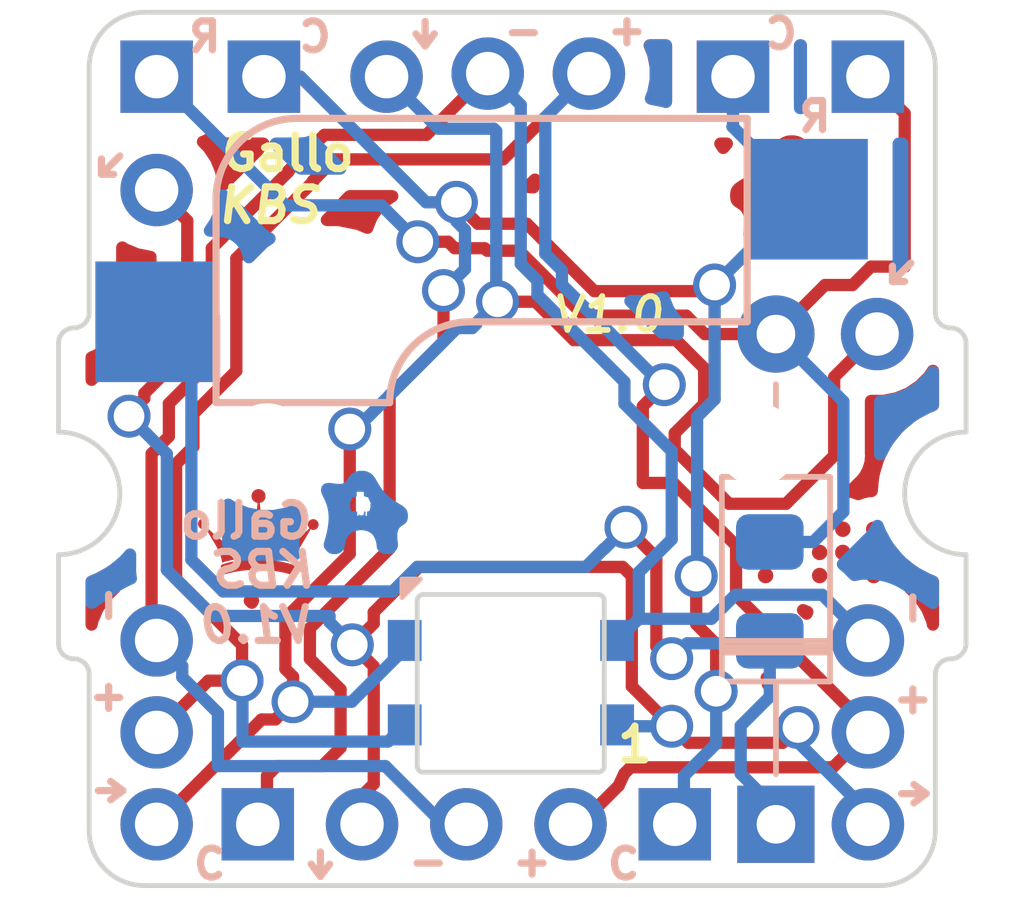
<source format=kicad_pcb>
(kicad_pcb (version 20171130) (host pcbnew 5.1.5)

  (general
    (thickness 1.6)
    (drawings 101)
    (tracks 274)
    (zones 0)
    (modules 28)
    (nets 8)
  )

  (page A3)
  (layers
    (0 F.Cu signal)
    (31 B.Cu signal)
    (32 B.Adhes user hide)
    (33 F.Adhes user hide)
    (34 B.Paste user hide)
    (35 F.Paste user hide)
    (36 B.SilkS user)
    (37 F.SilkS user)
    (38 B.Mask user hide)
    (39 F.Mask user hide)
    (40 Dwgs.User user hide)
    (41 Cmts.User user hide)
    (42 Eco1.User user hide)
    (43 Eco2.User user hide)
    (44 Edge.Cuts user)
    (45 Margin user hide)
    (46 B.CrtYd user hide)
    (47 F.CrtYd user hide)
    (48 B.Fab user hide)
    (49 F.Fab user hide)
  )

  (setup
    (last_trace_width 0.254)
    (trace_clearance 0.254)
    (zone_clearance 0.508)
    (zone_45_only no)
    (trace_min 0.1524)
    (via_size 0.889)
    (via_drill 0.635)
    (via_min_size 0.889)
    (via_min_drill 0.508)
    (uvia_size 0.508)
    (uvia_drill 0.127)
    (uvias_allowed no)
    (uvia_min_size 0.508)
    (uvia_min_drill 0.127)
    (edge_width 0.1)
    (segment_width 0.1)
    (pcb_text_width 0.3)
    (pcb_text_size 1.5 1.5)
    (mod_edge_width 0.15)
    (mod_text_size 1 1)
    (mod_text_width 0.15)
    (pad_size 2.5 2.5)
    (pad_drill 0.9)
    (pad_to_mask_clearance 0)
    (aux_axis_origin 0 0)
    (visible_elements FFFFFE7F)
    (pcbplotparams
      (layerselection 0x01010_fffffffe)
      (usegerberextensions true)
      (usegerberattributes false)
      (usegerberadvancedattributes false)
      (creategerberjobfile false)
      (excludeedgelayer true)
      (linewidth 0.150000)
      (plotframeref false)
      (viasonmask false)
      (mode 1)
      (useauxorigin false)
      (hpglpennumber 1)
      (hpglpenspeed 20)
      (hpglpendiameter 15.000000)
      (psnegative false)
      (psa4output false)
      (plotreference true)
      (plotvalue true)
      (plotinvisibletext false)
      (padsonsilk false)
      (subtractmaskfromsilk false)
      (outputformat 4)
      (mirror true)
      (drillshape 2)
      (scaleselection 1)
      (outputdirectory "pdf/"))
  )

  (net 0 "")
  (net 1 /key/SC0)
  (net 2 /key/SR0)
  (net 3 /key/switch/N-SD0)
  (net 4 /DIN)
  (net 5 /VDD)
  (net 6 /VSS)
  (net 7 /DOUT)

  (net_class Default "This is the default net class."
    (clearance 0.254)
    (trace_width 0.254)
    (via_dia 0.889)
    (via_drill 0.635)
    (uvia_dia 0.508)
    (uvia_drill 0.127)
    (add_net /DIN)
    (add_net /DOUT)
    (add_net /VDD)
    (add_net /VSS)
    (add_net /key/SC0)
    (add_net /key/SR0)
    (add_net /key/switch/N-SD0)
  )

  (module amoeba-modules:royale (layer F.Cu) (tedit 5CD10CBA) (tstamp 5E53384F)
    (at 243.6495 112.3315)
    (descr "Imported from ../examples/royale.svg")
    (tags svg2mod)
    (attr smd)
    (fp_text reference Royale (at 0 -4.138114) (layer F.SilkS) hide
      (effects (font (size 1.524 1.524) (thickness 0.3048)))
    )
    (fp_text value G*** (at 0 4.138114) (layer F.SilkS) hide
      (effects (font (size 1.524 1.524) (thickness 0.3048)))
    )
    (fp_poly (pts (xy 0.014986 -0.914757) (xy -0.008639 -0.912863) (xy -0.031056 -0.907377) (xy -0.051962 -0.898594)
      (xy -0.071057 -0.886808) (xy -0.08804 -0.872315) (xy -0.10261 -0.855408) (xy -0.114466 -0.836383)
      (xy -0.123307 -0.815535) (xy -0.128832 -0.793158) (xy -0.130741 -0.769546) (xy -0.128765 -0.745774)
      (xy -0.123052 -0.723384) (xy -0.113927 -0.702646) (xy -0.101714 -0.683828) (xy -0.086738 -0.667199)
      (xy -0.069322 -0.653029) (xy -0.049792 -0.641585) (xy -0.028471 -0.633137) (xy -0.005684 -0.627953)
      (xy -0.008159 -0.600054) (xy -0.01072 -0.571855) (xy -0.013381 -0.543399) (xy -0.016151 -0.514727)
      (xy -0.019041 -0.485882) (xy -0.022062 -0.456907) (xy -0.025225 -0.427845) (xy -0.028542 -0.398736)
      (xy -0.032022 -0.369625) (xy -0.035677 -0.340553) (xy -0.039517 -0.311564) (xy -0.043554 -0.282698)
      (xy -0.047798 -0.254) (xy -0.052261 -0.225511) (xy -0.056953 -0.197273) (xy -0.061885 -0.16933)
      (xy -0.067068 -0.141723) (xy -0.072512 -0.114496) (xy -0.07823 -0.08769) (xy -0.084231 -0.061348)
      (xy -0.090527 -0.035513) (xy -0.097128 -0.010226) (xy -0.104046 0.014469) (xy -0.11129 0.03853)
      (xy -0.118873 0.061915) (xy -0.126805 0.084582) (xy -0.135097 0.106487) (xy -0.14376 0.127588)
      (xy -0.152804 0.147843) (xy -0.162241 0.16721) (xy -0.172081 0.185646) (xy -0.182336 0.203108)
      (xy -0.193016 0.219554) (xy -0.204132 0.234942) (xy -0.215695 0.24923) (xy -0.227716 0.262373)
      (xy -0.240206 0.274332) (xy -0.253176 0.285061) (xy -0.266636 0.294521) (xy -0.280598 0.302667)
      (xy -0.295072 0.309458) (xy -0.312086 0.31556) (xy -0.329834 0.319821) (xy -0.348268 0.322316)
      (xy -0.367342 0.323118) (xy -0.387009 0.3223) (xy -0.407222 0.319938) (xy -0.427934 0.316103)
      (xy -0.449098 0.310871) (xy -0.470669 0.304314) (xy -0.492597 0.296507) (xy -0.514838 0.287523)
      (xy -0.537344 0.277437) (xy -0.560067 0.266321) (xy -0.582962 0.25425) (xy -0.605982 0.241298)
      (xy -0.629078 0.227537) (xy -0.652206 0.213043) (xy -0.675317 0.197889) (xy -0.698365 0.182148)
      (xy -0.721304 0.165894) (xy -0.744085 0.149201) (xy -0.766663 0.132143) (xy -0.78899 0.114794)
      (xy -0.81102 0.097227) (xy -0.832706 0.079516) (xy -0.854001 0.061735) (xy -0.874858 0.043957)
      (xy -0.89523 0.026257) (xy -0.91507 0.008708) (xy -0.934332 -0.008616) (xy -0.952969 -0.025641)
      (xy -0.970933 -0.042294) (xy -0.988178 -0.058501) (xy -1.004658 -0.074187) (xy -1.020324 -0.08928)
      (xy -1.035131 -0.103706) (xy -1.049031 -0.11739) (xy -1.035247 -0.13371) (xy -1.024462 -0.152224)
      (xy -1.017436 -0.172699) (xy -1.014925 -0.194904) (xy -1.017198 -0.21756) (xy -1.023721 -0.238684)
      (xy -1.034045 -0.257817) (xy -1.047725 -0.2745) (xy -1.064314 -0.288275) (xy -1.083364 -0.298682)
      (xy -1.104429 -0.305263) (xy -1.127063 -0.307559) (xy -1.149718 -0.305263) (xy -1.170842 -0.298682)
      (xy -1.189975 -0.288275) (xy -1.206659 -0.2745) (xy -1.220433 -0.257817) (xy -1.230841 -0.238684)
      (xy -1.237422 -0.21756) (xy -1.239717 -0.194904) (xy -1.237422 -0.172271) (xy -1.230841 -0.151206)
      (xy -1.220433 -0.132155) (xy -1.206659 -0.115567) (xy -1.189975 -0.101887) (xy -1.170842 -0.091562)
      (xy -1.149718 -0.08504) (xy -1.127063 -0.082766) (xy -1.105947 -0.082353) (xy -1.091025 -0.086662)
      (xy -1.07642 -0.095169) (xy -0.860929 0.2676) (xy -0.84557 0.296825) (xy -0.83131 0.3253)
      (xy -0.818133 0.353022) (xy -0.806019 0.379988) (xy -0.794952 0.406197) (xy -0.784913 0.431646)
      (xy -0.775885 0.456333) (xy -0.767849 0.480256) (xy -0.760789 0.503414) (xy -0.754686 0.525802)
      (xy -0.749522 0.547421) (xy -0.74528 0.568266) (xy -0.741942 0.588337) (xy -0.73949 0.607631)
      (xy -0.717755 0.601171) (xy -0.695661 0.594884) (xy -0.673218 0.588775) (xy -0.650432 0.58285)
      (xy -0.627313 0.577113) (xy -0.603867 0.571572) (xy -0.580103 0.56623) (xy -0.55603 0.561095)
      (xy -0.531655 0.55617) (xy -0.506986 0.551462) (xy -0.482032 0.546976) (xy -0.456801 0.542718)
      (xy -0.4313 0.538693) (xy -0.405539 0.534906) (xy -0.379524 0.531363) (xy -0.353264 0.528071)
      (xy -0.326767 0.525033) (xy -0.300042 0.522256) (xy -0.273096 0.519745) (xy -0.245937 0.517505)
      (xy -0.218574 0.515543) (xy -0.191015 0.513863) (xy -0.163267 0.512471) (xy -0.13534 0.511373)
      (xy -0.10724 0.510574) (xy -0.078976 0.51008) (xy -0.050556 0.509895) (xy -0.021989 0.510027)
      (xy 0.006718 0.510479) (xy 0.035781 0.510795) (xy 0.064636 0.511394) (xy 0.09328 0.512274)
      (xy 0.121709 0.513432) (xy 0.149919 0.514862) (xy 0.177906 0.516563) (xy 0.205665 0.51853)
      (xy 0.233194 0.52076) (xy 0.260487 0.52325) (xy 0.287541 0.525995) (xy 0.314353 0.528993)
      (xy 0.340917 0.53224) (xy 0.36723 0.535732) (xy 0.393289 0.539465) (xy 0.419088 0.543437)
      (xy 0.444624 0.547644) (xy 0.469894 0.552083) (xy 0.494892 0.556749) (xy 0.519616 0.561639)
      (xy 0.544061 0.56675) (xy 0.568223 0.572078) (xy 0.592098 0.57762) (xy 0.615683 0.583372)
      (xy 0.638972 0.58933) (xy 0.661963 0.595492) (xy 0.684651 0.601853) (xy 0.707032 0.608411)
      (xy 0.729103 0.615161) (xy 0.750859 0.6221) (xy 0.754077 0.602604) (xy 0.757917 0.582466)
      (xy 0.762452 0.561676) (xy 0.767761 0.540219) (xy 0.773918 0.518083) (xy 0.781 0.495255)
      (xy 0.789082 0.471723) (xy 0.79824 0.447474) (xy 0.808551 0.422494) (xy 0.820091 0.396772)
      (xy 0.832934 0.370295) (xy 0.847158 0.34305) (xy 0.862838 0.315023) (xy 0.88005 0.286203)
      (xy 1.096057 -0.083283) (xy 1.112222 -0.075298) (xy 1.129551 -0.069185) (xy 1.147734 -0.066747)
      (xy 1.170389 -0.06902) (xy 1.191513 -0.075543) (xy 1.210646 -0.085867) (xy 1.22733 -0.099547)
      (xy 1.241104 -0.116136) (xy 1.251512 -0.135186) (xy 1.258093 -0.156251) (xy 1.260388 -0.178885)
      (xy 1.258093 -0.20154) (xy 1.251512 -0.222664) (xy 1.241104 -0.241797) (xy 1.22733 -0.25848)
      (xy 1.210646 -0.272255) (xy 1.191513 -0.282663) (xy 1.170389 -0.289244) (xy 1.147734 -0.291539)
      (xy 1.1251 -0.289244) (xy 1.104035 -0.282663) (xy 1.084985 -0.272255) (xy 1.068396 -0.25848)
      (xy 1.054716 -0.241797) (xy 1.044392 -0.222664) (xy 1.037869 -0.20154) (xy 1.035596 -0.178885)
      (xy 1.038352 -0.158346) (xy 1.045745 -0.138094) (xy 1.056461 -0.118988) (xy 1.069186 -0.101887)
      (xy 1.055481 -0.088812) (xy 1.040825 -0.074967) (xy 1.025266 -0.060429) (xy 1.008854 -0.045272)
      (xy 0.991636 -0.029571) (xy 0.973662 -0.013401) (xy 0.95498 0.003162) (xy 0.935639 0.020043)
      (xy 0.915688 0.037169) (xy 0.895175 0.054462) (xy 0.874149 0.071848) (xy 0.852658 0.089253)
      (xy 0.830753 0.1066) (xy 0.80848 0.123815) (xy 0.785889 0.140822) (xy 0.763029 0.157547)
      (xy 0.739947 0.173915) (xy 0.716694 0.18985) (xy 0.693318 0.205277) (xy 0.669866 0.220121)
      (xy 0.646389 0.234307) (xy 0.622935 0.24776) (xy 0.599552 0.260404) (xy 0.576289 0.272165)
      (xy 0.553194 0.282968) (xy 0.530318 0.292737) (xy 0.507707 0.301397) (xy 0.485412 0.308873)
      (xy 0.46348 0.315091) (xy 0.44196 0.319974) (xy 0.420902 0.323448) (xy 0.400353 0.325437)
      (xy 0.380362 0.325868) (xy 0.360979 0.324663) (xy 0.342251 0.321749) (xy 0.324228 0.31705)
      (xy 0.306958 0.310491) (xy 0.292135 0.290394) (xy 0.277904 0.269869) (xy 0.264252 0.248932)
      (xy 0.251164 0.227602) (xy 0.238627 0.205897) (xy 0.226626 0.183833) (xy 0.215149 0.161428)
      (xy 0.204181 0.138701) (xy 0.193708 0.115668) (xy 0.183718 0.092347) (xy 0.174194 0.068756)
      (xy 0.165125 0.044913) (xy 0.156496 0.020834) (xy 0.148294 -0.003462) (xy 0.140503 -0.027957)
      (xy 0.133112 -0.052635) (xy 0.126105 -0.077478) (xy 0.119469 -0.102467) (xy 0.113191 -0.127586)
      (xy 0.107256 -0.152816) (xy 0.10165 -0.178141) (xy 0.09636 -0.203542) (xy 0.091372 -0.229002)
      (xy 0.086672 -0.254504) (xy 0.082247 -0.280029) (xy 0.078082 -0.30556) (xy 0.074163 -0.33108)
      (xy 0.070477 -0.356571) (xy 0.06701 -0.382016) (xy 0.063748 -0.407396) (xy 0.060678 -0.432694)
      (xy 0.057785 -0.457893) (xy 0.055055 -0.482974) (xy 0.052476 -0.507921) (xy 0.050032 -0.532716)
      (xy 0.047711 -0.557341) (xy 0.045498 -0.581778) (xy 0.043379 -0.60601) (xy 0.041341 -0.63002)
      (xy 0.065629 -0.634154) (xy 0.081584 -0.638536) (xy 0.097926 -0.647369) (xy 0.113881 -0.660219)
      (xy 0.128674 -0.676652) (xy 0.141528 -0.696236) (xy 0.15167 -0.718535) (xy 0.158324 -0.743116)
      (xy 0.160714 -0.769546) (xy 0.158805 -0.793158) (xy 0.15328 -0.815535) (xy 0.144439 -0.836383)
      (xy 0.132583 -0.855408) (xy 0.118013 -0.872315) (xy 0.10103 -0.886808) (xy 0.081935 -0.898594)
      (xy 0.061029 -0.907377) (xy 0.038612 -0.912863) (xy 0.014986 -0.914757)) (layer F.Cu) (width 0))
    (fp_poly (pts (xy 0.010881 0.588236) (xy -0.017417 0.588148) (xy -0.045578 0.588326) (xy -0.073592 0.58877)
      (xy -0.10145 0.58948) (xy -0.129143 0.590455) (xy -0.156661 0.591693) (xy -0.183995 0.593196)
      (xy -0.211135 0.594961) (xy -0.238071 0.596989) (xy -0.264795 0.599279) (xy -0.291296 0.60183)
      (xy -0.317566 0.604642) (xy -0.343595 0.607714) (xy -0.369373 0.611045) (xy -0.394892 0.614635)
      (xy -0.42014 0.618484) (xy -0.44511 0.62259) (xy -0.469792 0.626954) (xy -0.494176 0.631574)
      (xy -0.518252 0.63645) (xy -0.542012 0.641581) (xy -0.565446 0.646967) (xy -0.588544 0.652608)
      (xy -0.611297 0.658502) (xy -0.633695 0.664649) (xy -0.655729 0.671048) (xy -0.677391 0.6777)
      (xy -0.698669 0.684602) (xy -0.719555 0.691756) (xy -0.711948 0.715918) (xy -0.706104 0.738891)
      (xy -0.701807 0.761229) (xy -0.698844 0.783486) (xy -0.697001 0.806217) (xy -0.675717 0.80001)
      (xy -0.654074 0.793965) (xy -0.632082 0.788087) (xy -0.609746 0.782382) (xy -0.587074 0.776855)
      (xy -0.564073 0.771512) (xy -0.540749 0.766358) (xy -0.51711 0.7614) (xy -0.493164 0.756642)
      (xy -0.468916 0.752091) (xy -0.444374 0.747752) (xy -0.419545 0.74363) (xy -0.394437 0.739732)
      (xy -0.369055 0.736062) (xy -0.343408 0.732627) (xy -0.317502 0.729433) (xy -0.291344 0.726484)
      (xy -0.264942 0.723786) (xy -0.238302 0.721346) (xy -0.211431 0.719168) (xy -0.184337 0.717258)
      (xy -0.157026 0.715623) (xy -0.129506 0.714267) (xy -0.101784 0.713196) (xy -0.073866 0.712416)
      (xy -0.045759 0.711932) (xy -0.017472 0.711751) (xy 0.01099 0.711877) (xy 0.039441 0.712296)
      (xy 0.067696 0.712991) (xy 0.095751 0.713959) (xy 0.123601 0.715197) (xy 0.151238 0.716702)
      (xy 0.178659 0.71847) (xy 0.205858 0.7205) (xy 0.23283 0.722787) (xy 0.259568 0.72533)
      (xy 0.286068 0.728125) (xy 0.312324 0.731169) (xy 0.338331 0.734459) (xy 0.364083 0.737993)
      (xy 0.389575 0.741767) (xy 0.414802 0.745779) (xy 0.439757 0.750024) (xy 0.464437 0.754502)
      (xy 0.488834 0.759208) (xy 0.512945 0.76414) (xy 0.536763 0.769294) (xy 0.560283 0.774669)
      (xy 0.5835 0.78026) (xy 0.606408 0.786065) (xy 0.629002 0.792081) (xy 0.651276 0.798304)
      (xy 0.673225 0.804733) (xy 0.694844 0.811365) (xy 0.716127 0.818195) (xy 0.718037 0.797218)
      (xy 0.721583 0.77593) (xy 0.726584 0.75417) (xy 0.732858 0.731778) (xy 0.740225 0.708594)
      (xy 0.719575 0.701196) (xy 0.698535 0.694017) (xy 0.677112 0.687058) (xy 0.655313 0.68032)
      (xy 0.633148 0.673805) (xy 0.610622 0.667514) (xy 0.587744 0.661449) (xy 0.564522 0.655612)
      (xy 0.540963 0.650003) (xy 0.517076 0.644625) (xy 0.492866 0.639479) (xy 0.468343 0.634567)
      (xy 0.443514 0.629889) (xy 0.418387 0.625448) (xy 0.392968 0.621245) (xy 0.367267 0.617281)
      (xy 0.34129 0.613559) (xy 0.315046 0.610079) (xy 0.288541 0.606842) (xy 0.261784 0.603852)
      (xy 0.234783 0.601108) (xy 0.207544 0.598614) (xy 0.180076 0.596369) (xy 0.152387 0.594375)
      (xy 0.124483 0.592635) (xy 0.096373 0.59115) (xy 0.068064 0.58992) (xy 0.039564 0.588949)
      (xy 0.010881 0.588236)) (layer F.Cu) (width 0.094155))
    (fp_poly (pts (xy 0.006201 -1.090114) (xy -0.018173 -1.089219) (xy -0.04206 -1.086573) (xy -0.065398 -1.082242)
      (xy -0.088124 -1.076287) (xy -0.110173 -1.068772) (xy -0.131483 -1.05976) (xy -0.151991 -1.049314)
      (xy -0.171633 -1.037498) (xy -0.190347 -1.024374) (xy -0.208069 -1.010006) (xy -0.224736 -0.994457)
      (xy -0.240285 -0.97779) (xy -0.254653 -0.960068) (xy -0.267777 -0.941354) (xy -0.279594 -0.921711)
      (xy -0.290039 -0.901204) (xy -0.299051 -0.879893) (xy -0.306566 -0.857844) (xy -0.312521 -0.835119)
      (xy -0.316853 -0.811781) (xy -0.319498 -0.787893) (xy -0.320394 -0.763519) (xy -0.319338 -0.737507)
      (xy -0.316237 -0.711804) (xy -0.311132 -0.686524) (xy -0.304067 -0.66178) (xy -0.295083 -0.637687)
      (xy -0.284223 -0.614358) (xy -0.27153 -0.591907) (xy -0.257045 -0.570448) (xy -0.240812 -0.550096)
      (xy -0.246546 -0.523262) (xy -0.252334 -0.496359) (xy -0.258235 -0.469474) (xy -0.264309 -0.44269)
      (xy -0.270616 -0.416094) (xy -0.277216 -0.389772) (xy -0.284168 -0.363809) (xy -0.291531 -0.338291)
      (xy -0.299366 -0.313304) (xy -0.307733 -0.288932) (xy -0.31669 -0.265263) (xy -0.326297 -0.24238)
      (xy -0.336615 -0.220371) (xy -0.347704 -0.199321) (xy -0.359621 -0.179315) (xy -0.372428 -0.160438)
      (xy -0.386184 -0.142778) (xy -0.400949 -0.126418) (xy -0.416782 -0.111446) (xy -0.433743 -0.097946)
      (xy -0.451892 -0.086004) (xy -0.471289 -0.075706) (xy -0.505633 -0.064374) (xy -0.537549 -0.05635)
      (xy -0.567173 -0.051376) (xy -0.594643 -0.049194) (xy -0.620095 -0.049547) (xy -0.643667 -0.052178)
      (xy -0.665495 -0.056828) (xy -0.685716 -0.063241) (xy -0.704468 -0.07116) (xy -0.721887 -0.080325)
      (xy -0.738111 -0.090481) (xy -0.753275 -0.10137) (xy -0.767518 -0.112734) (xy -0.780977 -0.124315)
      (xy -0.793787 -0.135856) (xy -0.806087 -0.147101) (xy -0.818014 -0.15779) (xy -0.829703 -0.167668)
      (xy -0.841293 -0.176475) (xy -0.842293 -0.201227) (xy -0.845243 -0.225427) (xy -0.850064 -0.248999)
      (xy -0.856678 -0.271864) (xy -0.865009 -0.293945) (xy -0.874978 -0.315165) (xy -0.886508 -0.335445)
      (xy -0.899521 -0.354708) (xy -0.913939 -0.372877) (xy -0.929685 -0.389873) (xy -0.946681 -0.405619)
      (xy -0.96485 -0.420037) (xy -0.984113 -0.43305) (xy -1.004393 -0.44458) (xy -1.025613 -0.454549)
      (xy -1.047694 -0.46288) (xy -1.070559 -0.469495) (xy -1.094131 -0.474315) (xy -1.118332 -0.477265)
      (xy -1.143083 -0.478265) (xy -1.167835 -0.477265) (xy -1.192035 -0.474315) (xy -1.215607 -0.469495)
      (xy -1.238472 -0.46288) (xy -1.260554 -0.454549) (xy -1.281773 -0.44458) (xy -1.302053 -0.43305)
      (xy -1.321317 -0.420037) (xy -1.339485 -0.405619) (xy -1.356481 -0.389873) (xy -1.372227 -0.372877)
      (xy -1.386645 -0.354708) (xy -1.399658 -0.335445) (xy -1.411188 -0.315165) (xy -1.421157 -0.293945)
      (xy -1.429488 -0.271864) (xy -1.436103 -0.248999) (xy -1.440924 -0.225427) (xy -1.443873 -0.201227)
      (xy -1.444873 -0.176475) (xy -1.443873 -0.151724) (xy -1.440924 -0.127523) (xy -1.436103 -0.103951)
      (xy -1.429488 -0.081086) (xy -1.421157 -0.059005) (xy -1.411188 -0.037785) (xy -1.399658 -0.017505)
      (xy -1.386645 0.001758) (xy -1.372227 0.019927) (xy -1.356481 0.036923) (xy -1.339485 0.052669)
      (xy -1.321317 0.067087) (xy -1.302053 0.0801) (xy -1.281773 0.09163) (xy -1.260554 0.101599)
      (xy -1.238472 0.10993) (xy -1.215607 0.116545) (xy -1.192035 0.121365) (xy -1.167835 0.124315)
      (xy -1.143083 0.125315) (xy -1.127837 0.15731) (xy -1.116191 0.183836) (xy -1.107583 0.205756)
      (xy -1.101452 0.223937) (xy -1.097235 0.239243) (xy -1.094372 0.252539) (xy -1.092301 0.264691)
      (xy -1.09046 0.276562) (xy -1.088287 0.289018) (xy -1.085222 0.302925) (xy -1.080702 0.319146)
      (xy -1.074166 0.338547) (xy -1.065052 0.361993) (xy -1.060234 0.387601) (xy -1.054971 0.413925)
      (xy -1.049303 0.440881) (xy -1.043272 0.468384) (xy -1.036918 0.49635) (xy -1.030284 0.524692)
      (xy -1.02341 0.553327) (xy -1.016337 0.582169) (xy -1.009107 0.611134) (xy -1.001761 0.640136)
      (xy -0.994341 0.669092) (xy -0.986887 0.697915) (xy -0.979441 0.726521) (xy -0.972044 0.754826)
      (xy -0.964737 0.782744) (xy -0.957562 0.81019) (xy -0.95056 0.83708) (xy -0.943772 0.863329)
      (xy -0.937239 0.888851) (xy -0.931003 0.913563) (xy -0.925105 0.937378) (xy -0.919586 0.960213)
      (xy -0.914488 0.981982) (xy -0.909851 1.0026) (xy -0.905717 1.021983) (xy -0.902128 1.040046)
      (xy -0.899123 1.056703) (xy -0.896746 1.071871) (xy -0.895036 1.085463) (xy -0.870256 1.077915)
      (xy -0.845894 1.070458) (xy -0.821908 1.063101) (xy -0.79826 1.055854) (xy -0.774909 1.048725)
      (xy -0.751816 1.041722) (xy -0.728942 1.034855) (xy -0.706245 1.028133) (xy -0.683687 1.021564)
      (xy -0.661228 1.015157) (xy -0.638828 1.008921) (xy -0.616447 1.002866) (xy -0.594045 0.996998)
      (xy -0.571583 0.991329) (xy -0.549021 0.985865) (xy -0.526319 0.980617) (xy -0.503438 0.975593)
      (xy -0.480337 0.970802) (xy -0.456977 0.966252) (xy -0.433317 0.961953) (xy -0.409319 0.957913)
      (xy -0.384943 0.954142) (xy -0.360148 0.950647) (xy -0.334895 0.947439) (xy -0.309144 0.944525)
      (xy -0.282856 0.941914) (xy -0.25599 0.939616) (xy -0.228507 0.937639) (xy -0.200367 0.935992)
      (xy -0.17153 0.934684) (xy -0.141957 0.933723) (xy -0.111607 0.933119) (xy -0.080442 0.932881)
      (xy -0.04842 0.933016) (xy -0.015503 0.933535) (xy 0.01618 0.933847) (xy 0.04724 0.934406)
      (xy 0.0777 0.935209) (xy 0.107583 0.936254) (xy 0.13691 0.937537) (xy 0.165706 0.939056)
      (xy 0.193992 0.94081) (xy 0.221792 0.942795) (xy 0.249129 0.94501) (xy 0.276025 0.947451)
      (xy 0.302502 0.950116) (xy 0.328584 0.953003) (xy 0.354294 0.95611) (xy 0.379654 0.959433)
      (xy 0.404687 0.962971) (xy 0.429416 0.966721) (xy 0.453864 0.970681) (xy 0.478052 0.974848)
      (xy 0.502006 0.979219) (xy 0.525746 0.983792) (xy 0.549295 0.988566) (xy 0.572678 0.993537)
      (xy 0.595915 0.998702) (xy 0.619031 1.00406) (xy 0.642048 1.009608) (xy 0.664988 1.015344)
      (xy 0.687875 1.021265) (xy 0.710731 1.027368) (xy 0.733578 1.033652) (xy 0.756441 1.040113)
      (xy 0.779341 1.04675) (xy 0.802302 1.053559) (xy 0.825345 1.060539) (xy 0.848495 1.067687)
      (xy 0.871773 1.075001) (xy 0.895203 1.082477) (xy 0.918807 1.090114) (xy 0.921335 1.075936)
      (xy 0.924771 1.060307) (xy 0.929051 1.043305) (xy 0.934112 1.025011) (xy 0.939889 1.005504)
      (xy 0.94632 0.984863) (xy 0.95334 0.963167) (xy 0.960887 0.940496) (xy 0.968897 0.916929)
      (xy 0.977305 0.892545) (xy 0.98605 0.867424) (xy 0.995066 0.841644) (xy 1.004291 0.815285)
      (xy 1.013661 0.788427) (xy 1.023112 0.761149) (xy 1.032582 0.73353) (xy 1.042005 0.705649)
      (xy 1.05132 0.677586) (xy 1.060462 0.649419) (xy 1.069367 0.621229) (xy 1.077973 0.593094)
      (xy 1.086215 0.565095) (xy 1.09403 0.537309) (xy 1.101355 0.509817) (xy 1.108126 0.482697)
      (xy 1.114279 0.45603) (xy 1.119751 0.429894) (xy 1.124479 0.404368) (xy 1.131597 0.372179)
      (xy 1.138665 0.34234) (xy 1.145694 0.314731) (xy 1.152692 0.289233) (xy 1.159671 0.265727)
      (xy 1.16664 0.244094) (xy 1.17361 0.224214) (xy 1.18059 0.20597) (xy 1.187591 0.18924)
      (xy 1.194622 0.173907) (xy 1.201694 0.159851) (xy 1.208817 0.146953) (xy 1.216001 0.135093)
      (xy 1.223256 0.124153) (xy 1.230591 0.114014) (xy 1.238018 0.104556) (xy 1.245547 0.09566)
      (xy 1.253186 0.087207) (xy 1.260947 0.079077) (xy 1.26884 0.071153) (xy 1.276873 0.063313)
      (xy 1.285059 0.055441) (xy 1.293406 0.047415) (xy 1.301925 0.039117) (xy 1.310626 0.030428)
      (xy 1.319519 0.021229) (xy 1.328614 0.0114) (xy 1.337921 0.000823) (xy 1.34745 -0.010622)
      (xy 1.357211 -0.023054) (xy 1.367215 -0.036593) (xy 1.377471 -0.051356) (xy 1.38799 -0.067464)
      (xy 1.398781 -0.085036) (xy 1.409855 -0.10419) (xy 1.421222 -0.125046) (xy 1.432891 -0.147723)
      (xy 1.444873 -0.172341) (xy 1.443873 -0.197092) (xy 1.440924 -0.221293) (xy 1.436103 -0.244865)
      (xy 1.429488 -0.26773) (xy 1.421157 -0.289811) (xy 1.411188 -0.311031) (xy 1.399658 -0.331311)
      (xy 1.386645 -0.350574) (xy 1.372227 -0.368743) (xy 1.356481 -0.385739) (xy 1.339485 -0.401485)
      (xy 1.321317 -0.415903) (xy 1.302053 -0.428916) (xy 1.281773 -0.440446) (xy 1.260554 -0.450415)
      (xy 1.238472 -0.458746) (xy 1.215607 -0.46536) (xy 1.192035 -0.470181) (xy 1.167835 -0.473131)
      (xy 1.143083 -0.474131) (xy 1.118332 -0.473131) (xy 1.094131 -0.470181) (xy 1.070559 -0.46536)
      (xy 1.047694 -0.458746) (xy 1.025613 -0.450415) (xy 1.004393 -0.440446) (xy 0.984113 -0.428916)
      (xy 0.96485 -0.415903) (xy 0.946681 -0.401485) (xy 0.929685 -0.385739) (xy 0.913939 -0.368743)
      (xy 0.899521 -0.350574) (xy 0.886508 -0.331311) (xy 0.874978 -0.311031) (xy 0.865009 -0.289811)
      (xy 0.856678 -0.26773) (xy 0.850064 -0.244865) (xy 0.845243 -0.221293) (xy 0.842293 -0.197092)
      (xy 0.841293 -0.172341) (xy 0.840198 -0.147696) (xy 0.836579 -0.12604) (xy 0.830596 -0.107203)
      (xy 0.822412 -0.091011) (xy 0.812186 -0.077294) (xy 0.800079 -0.06588) (xy 0.786253 -0.056596)
      (xy 0.770868 -0.049272) (xy 0.754086 -0.043734) (xy 0.736067 -0.039811) (xy 0.716972 -0.037332)
      (xy 0.696963 -0.036125) (xy 0.676199 -0.036017) (xy 0.654843 -0.036837) (xy 0.633054 -0.038413)
      (xy 0.610994 -0.040573) (xy 0.588825 -0.043146) (xy 0.566706 -0.045959) (xy 0.544798 -0.048841)
      (xy 0.523264 -0.05162) (xy 0.502262 -0.054124) (xy 0.481956 -0.056181) (xy 0.462505 -0.057619)
      (xy 0.443984 -0.068181) (xy 0.426737 -0.080275) (xy 0.410702 -0.093822) (xy 0.395821 -0.108746)
      (xy 0.382035 -0.124968) (xy 0.369283 -0.142411) (xy 0.357507 -0.160997) (xy 0.346647 -0.18065)
      (xy 0.336643 -0.201291) (xy 0.327436 -0.222842) (xy 0.318966 -0.245227) (xy 0.311175 -0.268368)
      (xy 0.304002 -0.292187) (xy 0.297388 -0.316607) (xy 0.291274 -0.341549) (xy 0.2856 -0.366937)
      (xy 0.280307 -0.392693) (xy 0.275336 -0.418739) (xy 0.270626 -0.444999) (xy 0.266118 -0.471393)
      (xy 0.261754 -0.497845) (xy 0.257472 -0.524277) (xy 0.253215 -0.550612) (xy 0.269414 -0.570918)
      (xy 0.283872 -0.592325) (xy 0.296547 -0.61472) (xy 0.307397 -0.637991) (xy 0.316381 -0.662024)
      (xy 0.323455 -0.686707) (xy 0.328577 -0.711925) (xy 0.331705 -0.737567) (xy 0.332797 -0.763519)
      (xy 0.331901 -0.787893) (xy 0.329256 -0.811781) (xy 0.324924 -0.835119) (xy 0.318969 -0.857844)
      (xy 0.311454 -0.879893) (xy 0.302442 -0.901204) (xy 0.291997 -0.921711) (xy 0.28018 -0.941354)
      (xy 0.267057 -0.960068) (xy 0.252689 -0.97779) (xy 0.237139 -0.994457) (xy 0.220472 -1.010006)
      (xy 0.20275 -1.024374) (xy 0.184036 -1.037498) (xy 0.164394 -1.049314) (xy 0.143886 -1.05976)
      (xy 0.122576 -1.068772) (xy 0.100527 -1.076287) (xy 0.077802 -1.082242) (xy 0.054464 -1.086573)
      (xy 0.030576 -1.089219) (xy 0.006202 -1.090114) (xy 0.006201 -1.090114)) (layer F.Mask) (width 0.131817))
  )

  (module amoeba-modules:Kailh_MX_Socket (layer B.Cu) (tedit 5AA94F75) (tstamp 5E534125)
    (at 248.92 110.49 180)
    (path /55D92FDB/55DBAE5B/55DBAE7F)
    (fp_text reference S0 (at 0 -9) (layer B.SilkS) hide
      (effects (font (size 1.524 1.524) (thickness 0.3048)) (justify mirror))
    )
    (fp_text value MX1A (at 0 -7) (layer F.SilkS) hide
      (effects (font (size 1.524 1.524) (thickness 0.3048)))
    )
    (fp_line (start -7.62 5.62) (end -7.62 7.62) (layer Dwgs.User) (width 0.381))
    (fp_line (start -7.62 -7.62) (end -5.62 -7.62) (layer Dwgs.User) (width 0.381))
    (fp_line (start 7.62 7.62) (end 7.62 5.62) (layer Dwgs.User) (width 0.381))
    (fp_line (start -7.62 7.62) (end -5.62 7.62) (layer Dwgs.User) (width 0.381))
    (fp_line (start 6.135 0.865) (end 2.54 0.865) (layer B.SilkS) (width 0.15))
    (fp_line (start 6.135 5.08) (end 6.135 0.865) (layer B.SilkS) (width 0.15))
    (fp_line (start -4.865 6.75) (end -4.865 2.54) (layer B.SilkS) (width 0.15))
    (fp_line (start 4.46 6.755) (end -4.865 6.755) (layer B.SilkS) (width 0.15))
    (fp_arc (start 4.46 5.08) (end 4.46 6.755) (angle -90) (layer B.SilkS) (width 0.15))
    (fp_arc (start 0.865 0.865) (end 0.865 2.54) (angle -90) (layer B.SilkS) (width 0.15))
    (fp_line (start 0.865 2.54) (end -4.865 2.54) (layer B.SilkS) (width 0.15))
    (fp_line (start 5.62 -7.62) (end 7.62 -7.62) (layer Dwgs.User) (width 0.381))
    (fp_line (start 7.62 -5.62) (end 7.62 -7.62) (layer Dwgs.User) (width 0.381))
    (fp_line (start 5.62 7.62) (end 7.62 7.62) (layer Dwgs.User) (width 0.381))
    (fp_line (start -7.62 -5.62) (end -7.62 -7.62) (layer Dwgs.User) (width 0.381))
    (pad "" np_thru_hole circle (at 5.08 0 180) (size 1.7 1.7) (drill 1.7) (layers *.Cu *.Mask))
    (pad "" np_thru_hole circle (at -5.08 0 180) (size 1.7 1.7) (drill 1.7) (layers *.Cu *.Mask))
    (pad 2 smd rect (at -6.09 5.08 180) (size 2.55 2.5) (layers B.Cu B.Paste B.Mask)
      (net 1 /key/SC0))
    (pad "" np_thru_hole circle (at 3.81 2.54 180) (size 2.95 2.95) (drill 2.95) (layers *.Cu *.Mask))
    (pad "" np_thru_hole circle (at -2.54 5.08 180) (size 2.95 2.95) (drill 2.95) (layers *.Cu *.Mask))
    (pad "" np_thru_hole circle (at 0 0 180) (size 3.98018 3.98018) (drill 3.98018) (layers *.Cu *.Mask))
    (pad 1 smd rect (at 7.36 2.54 180) (size 2.55 2.5) (layers B.Cu B.Paste B.Mask)
      (net 3 /key/switch/N-SD0))
    (model /Users/cole/git/keyboard_parts.pretty/PG151101S11.step
      (offset (xyz -4.65 6.8 1.8))
      (scale (xyz 1 1 1))
      (rotate (xyz 180 0 0))
    )
  )

  (module Diode_SMD:D_0805_2012Metric_Pad1.15x1.40mm_HandSolder (layer B.Cu) (tedit 5E59E274) (tstamp 5CCA512F)
    (at 254.254 113.538 90)
    (descr "Diode SMD 0805 (2012 Metric), square (rectangular) end terminal, IPC_7351 nominal, (Body size source: https://docs.google.com/spreadsheets/d/1BsfQQcO9C6DZCsRaXUlFlo91Tg2WpOkGARC1WS5S8t0/edit?usp=sharing), generated with kicad-footprint-generator")
    (tags "diode handsolder")
    (path /55D92FDB/55DBAE5B/55DBAE85)
    (attr smd)
    (fp_text reference D1 (at 0 1.65 90) (layer B.SilkS) hide
      (effects (font (size 1 1) (thickness 0.15)) (justify mirror))
    )
    (fp_text value DIODE (at 0 -1.65 90) (layer B.Fab)
      (effects (font (size 1 1) (thickness 0.15)) (justify mirror))
    )
    (fp_line (start 1 0.6) (end -0.7 0.6) (layer B.Fab) (width 0.1))
    (fp_line (start -0.7 0.6) (end -1 0.3) (layer B.Fab) (width 0.1))
    (fp_line (start -1 0.3) (end -1 -0.6) (layer B.Fab) (width 0.1))
    (fp_line (start -1 -0.6) (end 1 -0.6) (layer B.Fab) (width 0.1))
    (fp_line (start 1 -0.6) (end 1 0.6) (layer B.Fab) (width 0.1))
    (fp_line (start -1.85 -0.95) (end -1.85 0.95) (layer B.CrtYd) (width 0.05))
    (fp_line (start -1.85 0.95) (end 1.85 0.95) (layer B.CrtYd) (width 0.05))
    (fp_line (start 1.85 0.95) (end 1.85 -0.95) (layer B.CrtYd) (width 0.05))
    (fp_line (start 1.85 -0.95) (end -1.85 -0.95) (layer B.CrtYd) (width 0.05))
    (fp_text user %R (at 0 0 90) (layer B.Fab)
      (effects (font (size 0.5 0.5) (thickness 0.08)) (justify mirror))
    )
    (pad 1 smd roundrect (at -1.025 0 90) (size 1.15 1.4) (layers B.Cu B.Paste B.Mask) (roundrect_rratio 0.217391)
      (net 3 /key/switch/N-SD0))
    (pad 2 smd roundrect (at 1.025 0 90) (size 1.15 1.4) (layers B.Cu B.Paste B.Mask) (roundrect_rratio 0.217391)
      (net 2 /key/SR0))
    (model ${KISYS3DMOD}/Diode_SMD.3dshapes/D_0805_2012Metric.wrl
      (at (xyz 0 0 0))
      (scale (xyz 1 1 1))
      (rotate (xyz 0 0 0))
    )
  )

  (module amoeba-modules:LED_SK6812MINI_PLCC4_3.5x3.5mm_P1.75mm_hole (layer B.Cu) (tedit 5E59E1EC) (tstamp 5CCA69A3)
    (at 248.892 115.429)
    (descr https://cdn-shop.adafruit.com/product-files/2686/SK6812MINI_REV.01-1-2.pdf)
    (tags "LED RGB NeoPixel Mini")
    (path /55D92FDB/55DBAE59/5CC2CD58)
    (attr smd)
    (fp_text reference LED0 (at 0 2.75) (layer B.SilkS) hide
      (effects (font (size 1 1) (thickness 0.15)) (justify mirror))
    )
    (fp_text value SK6812MINI (at 0 -3.25) (layer B.Fab)
      (effects (font (size 1 1) (thickness 0.15)) (justify mirror))
    )
    (fp_text user 1 (at 2.568 1.284) (layer F.SilkS)
      (effects (font (size 0.7 0.7) (thickness 0.15)))
    )
    (fp_text user %R (at 0 0) (layer B.Fab)
      (effects (font (size 0.5 0.5) (thickness 0.1)) (justify mirror))
    )
    (fp_line (start 2.8 2) (end -2.8 2) (layer B.CrtYd) (width 0.05))
    (fp_line (start 2.8 -2) (end 2.8 2) (layer B.CrtYd) (width 0.05))
    (fp_line (start -2.8 -2) (end 2.8 -2) (layer B.CrtYd) (width 0.05))
    (fp_line (start -2.8 2) (end -2.8 -2) (layer B.CrtYd) (width 0.05))
    (fp_line (start 1.75 -0.75) (end 0.75 -1.75) (layer B.Fab) (width 0.1))
    (fp_line (start -1.75 1.75) (end -1.75 -1.75) (layer B.Fab) (width 0.1))
    (fp_line (start -1.75 -1.75) (end 1.75 -1.75) (layer B.Fab) (width 0.1))
    (fp_line (start 1.75 -1.75) (end 1.75 1.75) (layer B.Fab) (width 0.1))
    (fp_line (start 1.75 1.75) (end -1.75 1.75) (layer B.Fab) (width 0.1))
    (fp_circle (center 0 0) (end 0 1.5) (layer B.Fab) (width 0.1))
    (fp_line (start -1.855 1.75) (end -1.855 -1.75) (layer Cmts.User) (width 0.1))
    (fp_line (start -1.855 1.75) (end 1.845 1.75) (layer Cmts.User) (width 0.1))
    (fp_line (start 1.845 1.75) (end 1.845 -1.75) (layer Cmts.User) (width 0.1))
    (fp_line (start -1.855 -1.75) (end 1.845 -1.75) (layer Cmts.User) (width 0.1))
    (pad 2 smd rect (at 2.2 -0.875) (size 0.7 0.85) (layers B.Cu B.Paste B.Mask)
      (net 6 /VSS))
    (pad 1 smd rect (at 2.2 0.875) (size 0.7 0.85) (layers B.Cu B.Paste B.Mask)
      (net 7 /DOUT))
    (pad 3 smd rect (at -2.2 -0.875) (size 0.7 0.85) (layers B.Cu B.Paste B.Mask)
      (net 4 /DIN))
    (pad 4 smd rect (at -2.2 0.875) (size 0.7 0.85) (layers B.Cu B.Paste B.Mask)
      (net 5 /VDD))
    (model ${KISYS3DMOD}/LED_SMD.3dshapes/LED_SK6812MINI_PLCC4_3.5x3.5mm_P1.75mm.wrl
      (at (xyz 0 0 0))
      (scale (xyz 1 1 1))
      (rotate (xyz 0 0 0))
    )
  )

  (module mtl-braille (layer F.Cu) (tedit 0) (tstamp 5E572E20)
    (at 255.2065 112.649)
    (fp_text reference mtl-braille (at 0 -3.858 180) (layer F.SilkS) hide
      (effects (font (size 1.524 1.524) (thickness 0.3048)))
    )
    (fp_text value G*** (at 0 3.858 180) (layer F.SilkS) hide
      (effects (font (size 1.524 1.524) (thickness 0.3048)))
    )
    (fp_poly (pts (xy 1.36 0.560002) (xy 1.351843 0.610574) (xy 1.329129 0.654496) (xy 1.294494 0.689131)
      (xy 1.250572 0.711845) (xy 1.2 0.720003) (xy 1.149428 0.711845) (xy 1.105506 0.689131)
      (xy 1.070871 0.654496) (xy 1.048156 0.610574) (xy 1.039999 0.560002) (xy 1.048156 0.509429)
      (xy 1.070871 0.465508) (xy 1.105506 0.430873) (xy 1.149428 0.408159) (xy 1.2 0.400002)
      (xy 1.250572 0.408159) (xy 1.294494 0.430873) (xy 1.329129 0.465508) (xy 1.351843 0.509429)
      (xy 1.36 0.560002)) (layer F.Cu) (width 0.00254))
    (fp_poly (pts (xy 1.36 0.080004) (xy 1.351843 0.130576) (xy 1.329129 0.174498) (xy 1.294494 0.209133)
      (xy 1.250572 0.231847) (xy 1.2 0.240005) (xy 1.149428 0.231847) (xy 1.105506 0.209133)
      (xy 1.070871 0.174498) (xy 1.048156 0.130576) (xy 1.039999 0.080004) (xy 1.048156 0.029432)
      (xy 1.070871 -0.01449) (xy 1.105506 -0.049125) (xy 1.149428 -0.071839) (xy 1.2 -0.079996)
      (xy 1.250572 -0.071839) (xy 1.294494 -0.049125) (xy 1.329129 -0.01449) (xy 1.351843 0.029432)
      (xy 1.36 0.080004)) (layer F.Cu) (width 0.00254))
    (fp_poly (pts (xy 1.36 -0.399996) (xy 1.351843 -0.349425) (xy 1.329129 -0.305503) (xy 1.294494 -0.270867)
      (xy 1.250572 -0.248153) (xy 1.2 -0.239996) (xy 1.149428 -0.248153) (xy 1.105506 -0.270867)
      (xy 1.070871 -0.305503) (xy 1.048156 -0.349425) (xy 1.039999 -0.399996) (xy 1.048156 -0.450569)
      (xy 1.070871 -0.494491) (xy 1.105506 -0.529126) (xy 1.149428 -0.55184) (xy 1.2 -0.559997)
      (xy 1.250572 -0.55184) (xy 1.294494 -0.529126) (xy 1.329129 -0.494491) (xy 1.351843 -0.450569)
      (xy 1.36 -0.399996)) (layer F.Cu) (width 0.00254))
    (fp_poly (pts (xy 0.719999 0.080004) (xy 0.711842 0.130576) (xy 0.689128 0.174498) (xy 0.654493 0.209133)
      (xy 0.610571 0.231847) (xy 0.559999 0.240005) (xy 0.509427 0.231847) (xy 0.465505 0.209133)
      (xy 0.43087 0.174498) (xy 0.408155 0.130576) (xy 0.399998 0.080004) (xy 0.408155 0.029432)
      (xy 0.43087 -0.01449) (xy 0.465505 -0.049125) (xy 0.509427 -0.071839) (xy 0.559999 -0.079996)
      (xy 0.610571 -0.071839) (xy 0.654493 -0.049125) (xy 0.689128 -0.01449) (xy 0.711842 0.029432)
      (xy 0.719999 0.080004)) (layer F.Cu) (width 0.00254))
    (fp_poly (pts (xy 0.719999 -0.399996) (xy 0.711842 -0.349425) (xy 0.689128 -0.305503) (xy 0.654493 -0.270867)
      (xy 0.610571 -0.248153) (xy 0.559999 -0.239996) (xy 0.509427 -0.248153) (xy 0.465505 -0.270867)
      (xy 0.43087 -0.305503) (xy 0.408155 -0.349425) (xy 0.399998 -0.399996) (xy 0.408155 -0.450569)
      (xy 0.43087 -0.494491) (xy 0.465505 -0.529126) (xy 0.509427 -0.55184) (xy 0.559999 -0.559997)
      (xy 0.610571 -0.55184) (xy 0.654493 -0.529126) (xy 0.689128 -0.494491) (xy 0.711842 -0.450569)
      (xy 0.719999 -0.399996)) (layer F.Cu) (width 0.00254))
    (fp_poly (pts (xy 0.239998 0.560002) (xy 0.231841 0.610574) (xy 0.209128 0.654496) (xy 0.174492 0.689131)
      (xy 0.130571 0.711845) (xy 0.079998 0.720003) (xy 0.029426 0.711845) (xy -0.014495 0.689131)
      (xy -0.049131 0.654496) (xy -0.071845 0.610574) (xy -0.080002 0.560002) (xy -0.071845 0.509429)
      (xy -0.049131 0.465508) (xy -0.014495 0.430873) (xy 0.029426 0.408159) (xy 0.079998 0.400002)
      (xy 0.130571 0.408159) (xy 0.174492 0.430873) (xy 0.209128 0.465508) (xy 0.231841 0.509429)
      (xy 0.239998 0.560002)) (layer F.Cu) (width 0.00254))
    (fp_poly (pts (xy 0.239998 0.080004) (xy 0.231841 0.130576) (xy 0.209128 0.174498) (xy 0.174492 0.209133)
      (xy 0.130571 0.231847) (xy 0.079998 0.240005) (xy 0.029426 0.231847) (xy -0.014495 0.209133)
      (xy -0.049131 0.174498) (xy -0.071845 0.130576) (xy -0.080002 0.080004) (xy -0.071845 0.029432)
      (xy -0.049131 -0.01449) (xy -0.014495 -0.049125) (xy 0.029426 -0.071839) (xy 0.079998 -0.079996)
      (xy 0.130571 -0.071839) (xy 0.174492 -0.049125) (xy 0.209128 -0.01449) (xy 0.231841 0.029432)
      (xy 0.239998 0.080004)) (layer F.Cu) (width 0.00254))
    (fp_poly (pts (xy -0.400003 -0.399996) (xy -0.40816 -0.349425) (xy -0.430874 -0.305503) (xy -0.465509 -0.270867)
      (xy -0.50943 -0.248153) (xy -0.560003 -0.239996) (xy -0.610575 -0.248153) (xy -0.654496 -0.270867)
      (xy -0.689132 -0.305503) (xy -0.711846 -0.349425) (xy -0.720003 -0.399996) (xy -0.711846 -0.450569)
      (xy -0.689132 -0.494491) (xy -0.654496 -0.529126) (xy -0.610575 -0.55184) (xy -0.560003 -0.559997)
      (xy -0.50943 -0.55184) (xy -0.465509 -0.529126) (xy -0.430874 -0.494491) (xy -0.40816 -0.450569)
      (xy -0.400003 -0.399996)) (layer F.Cu) (width 0.00254))
    (fp_poly (pts (xy -0.88 0.560002) (xy -0.888157 0.610574) (xy -0.910871 0.654496) (xy -0.945507 0.689131)
      (xy -0.989428 0.711845) (xy -1.04 0.720003) (xy -1.090573 0.711845) (xy -1.134494 0.689131)
      (xy -1.16913 0.654496) (xy -1.191844 0.610574) (xy -1.2 0.560002) (xy -1.191844 0.509429)
      (xy -1.16913 0.465508) (xy -1.134494 0.430873) (xy -1.090573 0.408159) (xy -1.04 0.400002)
      (xy -0.989428 0.408159) (xy -0.945507 0.430873) (xy -0.910871 0.465508) (xy -0.888157 0.509429)
      (xy -0.88 0.560002)) (layer F.Cu) (width 0.00254))
    (fp_poly (pts (xy -0.88 -0.399996) (xy -0.888157 -0.349425) (xy -0.910871 -0.305503) (xy -0.945507 -0.270867)
      (xy -0.989428 -0.248153) (xy -1.04 -0.239996) (xy -1.090573 -0.248153) (xy -1.134494 -0.270867)
      (xy -1.16913 -0.305503) (xy -1.191844 -0.349425) (xy -1.2 -0.399996) (xy -1.191844 -0.450569)
      (xy -1.16913 -0.494491) (xy -1.134494 -0.529126) (xy -1.090573 -0.55184) (xy -1.04 -0.559997)
      (xy -0.989428 -0.55184) (xy -0.945507 -0.529126) (xy -0.910871 -0.494491) (xy -0.888157 -0.450569)
      (xy -0.88 -0.399996)) (layer F.Cu) (width 0.00254))
    (fp_poly (pts (xy -0.79 0.559999) (xy -0.79508 0.610383) (xy -0.809647 0.65731) (xy -0.832697 0.699776)
      (xy -0.863224 0.736776) (xy -0.900223 0.767303) (xy -0.942689 0.790354) (xy -0.989617 0.804921)
      (xy -1.04 0.81) (xy -1.090384 0.804921) (xy -1.137312 0.790354) (xy -1.179778 0.767303)
      (xy -1.216777 0.736776) (xy -1.247304 0.699776) (xy -1.270354 0.65731) (xy -1.284921 0.610383)
      (xy -1.290001 0.559999) (xy -1.284921 0.509617) (xy -1.270354 0.46269) (xy -1.247304 0.420225)
      (xy -1.216777 0.383226) (xy -1.179778 0.352699) (xy -1.137312 0.32965) (xy -1.090384 0.315083)
      (xy -1.04 0.310004) (xy -0.989617 0.315083) (xy -0.942689 0.32965) (xy -0.900223 0.352699)
      (xy -0.863224 0.383226) (xy -0.832697 0.420225) (xy -0.809647 0.46269) (xy -0.79508 0.509617)
      (xy -0.79 0.559999)) (layer F.Mask) (width 0.00254))
    (fp_poly (pts (xy -0.310002 -0.399999) (xy -0.315081 -0.349616) (xy -0.329649 -0.302689) (xy -0.352699 -0.260223)
      (xy -0.383226 -0.223223) (xy -0.420225 -0.192695) (xy -0.462692 -0.169645) (xy -0.509619 -0.155078)
      (xy -0.560003 -0.149998) (xy -0.610387 -0.155078) (xy -0.657314 -0.169645) (xy -0.69978 -0.192695)
      (xy -0.736779 -0.223223) (xy -0.767307 -0.260223) (xy -0.790357 -0.302689) (xy -0.804924 -0.349616)
      (xy -0.810003 -0.399999) (xy -0.804924 -0.450382) (xy -0.790357 -0.497309) (xy -0.767307 -0.539774)
      (xy -0.736779 -0.576773) (xy -0.69978 -0.607299) (xy -0.657314 -0.630349) (xy -0.610387 -0.644915)
      (xy -0.560003 -0.649994) (xy -0.509619 -0.644915) (xy -0.462692 -0.630349) (xy -0.420225 -0.607299)
      (xy -0.383226 -0.576773) (xy -0.352699 -0.539774) (xy -0.329649 -0.497309) (xy -0.315081 -0.450382)
      (xy -0.310002 -0.399999)) (layer F.Mask) (width 0.00254))
    (fp_poly (pts (xy -0.79 -0.399999) (xy -0.79508 -0.349616) (xy -0.809647 -0.302689) (xy -0.832697 -0.260223)
      (xy -0.863224 -0.223223) (xy -0.900223 -0.192695) (xy -0.942689 -0.169645) (xy -0.989617 -0.155078)
      (xy -1.04 -0.149998) (xy -1.090384 -0.155078) (xy -1.137312 -0.169645) (xy -1.179778 -0.192695)
      (xy -1.216777 -0.223223) (xy -1.247304 -0.260223) (xy -1.270354 -0.302689) (xy -1.284921 -0.349616)
      (xy -1.290001 -0.399999) (xy -1.284921 -0.450382) (xy -1.270354 -0.497309) (xy -1.247304 -0.539774)
      (xy -1.216777 -0.576773) (xy -1.179778 -0.607299) (xy -1.137312 -0.630349) (xy -1.090384 -0.644915)
      (xy -1.04 -0.649994) (xy -0.989617 -0.644915) (xy -0.942689 -0.630349) (xy -0.900223 -0.607299)
      (xy -0.863224 -0.576773) (xy -0.832697 -0.539774) (xy -0.809647 -0.497309) (xy -0.79508 -0.450382)
      (xy -0.79 -0.399999)) (layer F.Mask) (width 0.00254))
    (fp_poly (pts (xy 1.45 0.559999) (xy 1.444921 0.610383) (xy 1.430354 0.65731) (xy 1.407304 0.699776)
      (xy 1.376776 0.736776) (xy 1.339777 0.767303) (xy 1.297311 0.790354) (xy 1.250385 0.804921)
      (xy 1.200002 0.81) (xy 1.149619 0.804921) (xy 1.102691 0.790354) (xy 1.060225 0.767303)
      (xy 1.023225 0.736776) (xy 0.992698 0.699776) (xy 0.969648 0.65731) (xy 0.955081 0.610383)
      (xy 0.950001 0.559999) (xy 0.955081 0.509617) (xy 0.969648 0.46269) (xy 0.992698 0.420225)
      (xy 1.023225 0.383226) (xy 1.060225 0.352699) (xy 1.102691 0.32965) (xy 1.149619 0.315083)
      (xy 1.200002 0.310004) (xy 1.250385 0.315083) (xy 1.297312 0.32965) (xy 1.339778 0.352699)
      (xy 1.376777 0.383226) (xy 1.407304 0.420225) (xy 1.430354 0.46269) (xy 1.444921 0.509617)
      (xy 1.45 0.559999)) (layer F.Mask) (width 0.00254))
    (fp_poly (pts (xy 1.45 0.080002) (xy 1.444921 0.130385) (xy 1.430354 0.177312) (xy 1.407303 0.219778)
      (xy 1.376776 0.256778) (xy 1.339776 0.287305) (xy 1.29731 0.310356) (xy 1.250383 0.324923)
      (xy 1.2 0.330002) (xy 1.149616 0.324923) (xy 1.102688 0.310356) (xy 1.060223 0.287305)
      (xy 1.023224 0.256778) (xy 0.992697 0.219778) (xy 0.969647 0.177312) (xy 0.95508 0.130385)
      (xy 0.950001 0.080002) (xy 0.95508 0.029619) (xy 0.969647 -0.017308) (xy 0.992697 -0.059773)
      (xy 1.023224 -0.096772) (xy 1.060223 -0.127299) (xy 1.102688 -0.150348) (xy 1.149616 -0.164915)
      (xy 1.2 -0.169994) (xy 1.250383 -0.164915) (xy 1.297311 -0.150348) (xy 1.339777 -0.127299)
      (xy 1.376777 -0.096772) (xy 1.407304 -0.059773) (xy 1.430354 -0.017308) (xy 1.444921 0.029619)
      (xy 1.45 0.080002)) (layer F.Mask) (width 0.00254))
    (fp_poly (pts (xy 1.45 -0.399999) (xy 1.444921 -0.349616) (xy 1.430354 -0.302689) (xy 1.407304 -0.260223)
      (xy 1.376777 -0.223223) (xy 1.339777 -0.192695) (xy 1.297311 -0.169645) (xy 1.250383 -0.155078)
      (xy 1.2 -0.149998) (xy 1.149616 -0.155078) (xy 1.102688 -0.169645) (xy 1.060222 -0.192695)
      (xy 1.023222 -0.223223) (xy 0.992695 -0.260223) (xy 0.969645 -0.302689) (xy 0.955078 -0.349616)
      (xy 0.949999 -0.399999) (xy 0.955078 -0.450382) (xy 0.969645 -0.497309) (xy 0.992695 -0.539774)
      (xy 1.023222 -0.576773) (xy 1.060222 -0.607299) (xy 1.102688 -0.630349) (xy 1.149616 -0.644915)
      (xy 1.2 -0.649994) (xy 1.250383 -0.644915) (xy 1.297311 -0.630349) (xy 1.339777 -0.607299)
      (xy 1.376777 -0.576773) (xy 1.407304 -0.539774) (xy 1.430354 -0.497309) (xy 1.444921 -0.450382)
      (xy 1.45 -0.399999)) (layer F.Mask) (width 0.00254))
    (fp_poly (pts (xy 0.81 -0.399999) (xy 0.80492 -0.349616) (xy 0.790353 -0.302689) (xy 0.767303 -0.260223)
      (xy 0.736776 -0.223223) (xy 0.699776 -0.192695) (xy 0.65731 -0.169645) (xy 0.610382 -0.155078)
      (xy 0.559999 -0.149998) (xy 0.509615 -0.155078) (xy 0.462687 -0.169645) (xy 0.420221 -0.192695)
      (xy 0.383221 -0.223223) (xy 0.352694 -0.260223) (xy 0.329644 -0.302689) (xy 0.315077 -0.349616)
      (xy 0.309998 -0.399999) (xy 0.315077 -0.450382) (xy 0.329644 -0.497309) (xy 0.352694 -0.539774)
      (xy 0.383221 -0.576773) (xy 0.420221 -0.607299) (xy 0.462687 -0.630349) (xy 0.509615 -0.644915)
      (xy 0.559999 -0.649994) (xy 0.610382 -0.644915) (xy 0.65731 -0.630349) (xy 0.699776 -0.607299)
      (xy 0.736776 -0.576773) (xy 0.767303 -0.539774) (xy 0.790353 -0.497309) (xy 0.80492 -0.450382)
      (xy 0.81 -0.399999)) (layer F.Mask) (width 0.00254))
    (fp_poly (pts (xy 0.809997 0.080002) (xy 0.804918 0.130385) (xy 0.79035 0.177312) (xy 0.767301 0.219778)
      (xy 0.736773 0.256778) (xy 0.699774 0.287305) (xy 0.657309 0.310356) (xy 0.610382 0.324923)
      (xy 0.559999 0.330002) (xy 0.509615 0.324923) (xy 0.462687 0.310356) (xy 0.420222 0.287305)
      (xy 0.383223 0.256778) (xy 0.352696 0.219778) (xy 0.329646 0.177312) (xy 0.31508 0.130385)
      (xy 0.310001 0.080002) (xy 0.31508 0.029619) (xy 0.329647 -0.017308) (xy 0.352697 -0.059773)
      (xy 0.383224 -0.096772) (xy 0.420223 -0.127299) (xy 0.462689 -0.150348) (xy 0.509616 -0.164915)
      (xy 0.559999 -0.169994) (xy 0.610382 -0.164915) (xy 0.65731 -0.150348) (xy 0.699776 -0.127299)
      (xy 0.736774 -0.096772) (xy 0.767301 -0.059773) (xy 0.790351 -0.017308) (xy 0.804918 0.029619)
      (xy 0.809997 0.080002)) (layer F.Mask) (width 0.00254))
    (fp_poly (pts (xy 0.329996 0.559999) (xy 0.324917 0.610383) (xy 0.31035 0.65731) (xy 0.2873 0.699776)
      (xy 0.256773 0.736776) (xy 0.219774 0.767303) (xy 0.177309 0.790354) (xy 0.130383 0.804921)
      (xy 0.080001 0.81) (xy 0.029616 0.804921) (xy -0.017312 0.790354) (xy -0.059778 0.767303)
      (xy -0.096778 0.736776) (xy -0.127305 0.699776) (xy -0.150354 0.65731) (xy -0.164921 0.610383)
      (xy -0.17 0.559999) (xy -0.164921 0.509617) (xy -0.150354 0.46269) (xy -0.127304 0.420225)
      (xy -0.096777 0.383226) (xy -0.059777 0.352699) (xy -0.017311 0.32965) (xy 0.029617 0.315083)
      (xy 0.080001 0.310004) (xy 0.130384 0.315083) (xy 0.17731 0.32965) (xy 0.219775 0.352699)
      (xy 0.256774 0.383226) (xy 0.287301 0.420225) (xy 0.31035 0.46269) (xy 0.324917 0.509617)
      (xy 0.329996 0.559999)) (layer F.Mask) (width 0.00254))
    (fp_poly (pts (xy 0.329996 0.080002) (xy 0.324917 0.130385) (xy 0.31035 0.177312) (xy 0.2873 0.219778)
      (xy 0.256772 0.256778) (xy 0.219773 0.287305) (xy 0.177307 0.310356) (xy 0.130379 0.324923)
      (xy 0.079995 0.330002) (xy 0.029612 0.324923) (xy -0.017314 0.310356) (xy -0.05978 0.287305)
      (xy -0.096778 0.256778) (xy -0.127305 0.219778) (xy -0.150354 0.177312) (xy -0.164921 0.130385)
      (xy -0.17 0.080002) (xy -0.164921 0.029619) (xy -0.150354 -0.017308) (xy -0.127304 -0.059773)
      (xy -0.096777 -0.096772) (xy -0.059779 -0.127299) (xy -0.017313 -0.150348) (xy 0.029613 -0.164915)
      (xy 0.079995 -0.169994) (xy 0.13038 -0.164915) (xy 0.177308 -0.150348) (xy 0.219774 -0.127299)
      (xy 0.256773 -0.096772) (xy 0.2873 -0.059773) (xy 0.31035 -0.017308) (xy 0.324917 0.029619)
      (xy 0.329996 0.080002)) (layer F.Mask) (width 0.00254))
  )

  (module amoeba-modules:SolderWirePad_1x01_Drill0.9mm_square (layer F.Cu) (tedit 5CC4F702) (tstamp 5E51E1A0)
    (at 243.6495 118.364)
    (descr "Wire solder connection")
    (tags connector)
    (path /5E52006A)
    (attr virtual)
    (fp_text reference SC1:0 (at 0 -2.54) (layer F.SilkS) hide
      (effects (font (size 1 1) (thickness 0.15)))
    )
    (fp_text value Conn_01x01 (at 0 2.54) (layer F.Fab)
      (effects (font (size 1 1) (thickness 0.15)))
    )
    (fp_line (start 1.5 1.5) (end -1.5 1.5) (layer F.CrtYd) (width 0.05))
    (fp_line (start 1.5 1.5) (end 1.5 -1.5) (layer F.CrtYd) (width 0.05))
    (fp_line (start -1.5 -1.5) (end -1.5 1.5) (layer F.CrtYd) (width 0.05))
    (fp_line (start -1.5 -1.5) (end 1.5 -1.5) (layer F.CrtYd) (width 0.05))
    (fp_text user %R (at 0 0) (layer F.Fab)
      (effects (font (size 1 1) (thickness 0.15)))
    )
    (pad 1 thru_hole rect (at 0 0) (size 1.5 1.5) (drill 0.9) (layers *.Cu *.Mask)
      (net 1 /key/SC0))
  )

  (module amoeba-modules:SolderWirePad_1x01_Drill0.9mm_square (layer F.Cu) (tedit 5CC4F702) (tstamp 5E51E457)
    (at 243.7765 102.87)
    (descr "Wire solder connection")
    (tags connector)
    (path /5E51E7EC)
    (attr virtual)
    (fp_text reference SC0:1 (at 0 -2.54) (layer F.SilkS) hide
      (effects (font (size 1 1) (thickness 0.15)))
    )
    (fp_text value Conn_01x01 (at 0 2.54) (layer F.Fab)
      (effects (font (size 1 1) (thickness 0.15)))
    )
    (fp_line (start 1.5 1.5) (end -1.5 1.5) (layer F.CrtYd) (width 0.05))
    (fp_line (start 1.5 1.5) (end 1.5 -1.5) (layer F.CrtYd) (width 0.05))
    (fp_line (start -1.5 -1.5) (end -1.5 1.5) (layer F.CrtYd) (width 0.05))
    (fp_line (start -1.5 -1.5) (end 1.5 -1.5) (layer F.CrtYd) (width 0.05))
    (fp_text user %R (at 0 0) (layer F.Fab)
      (effects (font (size 1 1) (thickness 0.15)))
    )
    (pad 1 thru_hole rect (at 0 0) (size 1.5 1.5) (drill 0.9) (layers *.Cu *.Mask)
      (net 1 /key/SC0))
  )

  (module amoeba-modules:amoeba-logo-small (layer B.Cu) (tedit 5CD10320) (tstamp 5E533449)
    (at 245.8085 111.887 180)
    (descr "Imported from ../examples/amoeba-logo.svg")
    (tags svg2mod)
    (attr smd)
    (fp_text reference Amoeba-Logo-Small (at 0 4.319334) (layer B.SilkS) hide
      (effects (font (size 1.524 1.524) (thickness 0.3048)) (justify mirror))
    )
    (fp_text value G*** (at 0 -4.319334) (layer B.SilkS) hide
      (effects (font (size 1.524 1.524) (thickness 0.3048)) (justify mirror))
    )
    (fp_poly (pts (xy -0.010752 0.84981) (xy 0.00619 0.41515) (xy 0.104339 0.41515) (xy 0.110518 0.406913)
      (xy 0.109827 0.317001) (xy 0.144146 0.317001) (xy 0.148951 0.303273) (xy 0.188757 0.302587)
      (xy 0.194249 0.299328) (xy 0.198368 0.293664) (xy 0.255334 0.163942) (xy 0.241604 0.158454)
      (xy 0.242294 0.136489) (xy 0.245728 0.137175) (xy 0.245728 0.095306) (xy 0.224449 0.013631)
      (xy 0.158756 0.013631) (xy 0.158756 0.004708) (xy 0.100418 0.004708) (xy 0.100418 -0.074223)
      (xy 0.08669 -0.087948) (xy 0.071593 -0.074223) (xy 0.072284 -0.045397) (xy 0.051691 -0.073536)
      (xy -0.021748 -0.073536) (xy -0.03685 -0.046083) (xy -0.03616 0.004022) (xy -0.073222 0.004022)
      (xy -0.072531 -0.074909) (xy -0.087633 -0.088634) (xy -0.103416 -0.074909) (xy -0.103416 0.004708)
      (xy -0.127439 0.004708) (xy -0.127439 0.015003) (xy -0.151463 0.013631) (xy -0.175483 0.095996)
      (xy -0.174792 0.135117) (xy -0.171361 0.135803) (xy -0.172052 0.158454) (xy -0.177545 0.158454)
      (xy -0.184405 0.163257) (xy -0.124695 0.297781) (xy -0.121433 0.301043) (xy -0.117144 0.302586)
      (xy -0.07871 0.302586) (xy -0.071845 0.317687) (xy -0.038919 0.317687) (xy -0.038919 0.407599)
      (xy 0.00619 0.41515) (xy -0.010752 0.84981) (xy -0.031108 0.849038) (xy -0.051396 0.846721)
      (xy -0.071615 0.842859) (xy -0.091766 0.837452) (xy -0.111848 0.8305) (xy -0.131861 0.822004)
      (xy -0.151806 0.811963) (xy -0.171682 0.800378) (xy -0.191489 0.787247) (xy -0.20892 0.773282)
      (xy -0.22555 0.756864) (xy -0.241269 0.738675) (xy -0.255969 0.719397) (xy -0.269538 0.699712)
      (xy -0.281869 0.680301) (xy -0.292851 0.661846) (xy -0.302375 0.645027) (xy -0.310331 0.630527)
      (xy -0.316611 0.619028) (xy -0.333178 0.58985) (xy -0.349831 0.56202) (xy -0.366554 0.535495)
      (xy -0.383332 0.510233) (xy -0.400149 0.486189) (xy -0.41699 0.463321) (xy -0.43384 0.441586)
      (xy -0.450683 0.42094) (xy -0.467503 0.401341) (xy -0.484285 0.382745) (xy -0.501014 0.36511)
      (xy -0.517674 0.348391) (xy -0.534249 0.332546) (xy -0.550725 0.317532) (xy -0.567086 0.303306)
      (xy -0.583316 0.289824) (xy -0.599399 0.277044) (xy -0.615321 0.264922) (xy -0.631066 0.253415)
      (xy -0.646618 0.24248) (xy -0.661963 0.232074) (xy -0.677084 0.222154) (xy -0.691965 0.212676)
      (xy -0.706593 0.203598) (xy -0.72095 0.194877) (xy -0.735023 0.186468) (xy -0.748794 0.17833)
      (xy -0.762249 0.170418) (xy -0.775373 0.162691) (xy -0.788149 0.155104) (xy -0.800562 0.147615)
      (xy -0.812598 0.14018) (xy -0.82424 0.132757) (xy -0.835473 0.125302) (xy -0.846281 0.117772)
      (xy -0.856649 0.110124) (xy -0.866562 0.102315) (xy -0.876004 0.094301) (xy -0.88496 0.08604)
      (xy -0.893414 0.077489) (xy -0.90135 0.068604) (xy -0.908754 0.059342) (xy -0.91561 0.04966)
      (xy -0.921902 0.039515) (xy -0.927615 0.028864) (xy -0.932733 0.017664) (xy -0.937241 0.005871)
      (xy -0.941124 -0.006557) (xy -0.944366 -0.019665) (xy -0.946951 -0.033494) (xy -0.948864 -0.048087)
      (xy -0.95009 -0.063489) (xy -0.950613 -0.079743) (xy -0.950412 -0.098682) (xy -0.949442 -0.116228)
      (xy -0.947743 -0.132455) (xy -0.945354 -0.147437) (xy -0.942314 -0.161248) (xy -0.938662 -0.173963)
      (xy -0.934438 -0.185654) (xy -0.929681 -0.196397) (xy -0.92443 -0.206266) (xy -0.918725 -0.215334)
      (xy -0.912605 -0.223676) (xy -0.906109 -0.231365) (xy -0.899276 -0.238477) (xy -0.892145 -0.245085)
      (xy -0.884757 -0.251264) (xy -0.87715 -0.257086) (xy -0.869363 -0.262627) (xy -0.861436 -0.267961)
      (xy -0.853408 -0.273162) (xy -0.845318 -0.278303) (xy -0.837205 -0.283459) (xy -0.82911 -0.288705)
      (xy -0.82107 -0.294113) (xy -0.813126 -0.299759) (xy -0.805316 -0.305717) (xy -0.79768 -0.31206)
      (xy -0.790258 -0.318862) (xy -0.783087 -0.326199) (xy -0.776209 -0.334143) (xy -0.769661 -0.34277)
      (xy -0.763484 -0.352153) (xy -0.757716 -0.362366) (xy -0.752397 -0.373483) (xy -0.747566 -0.385579)
      (xy -0.743262 -0.398728) (xy -0.739525 -0.413003) (xy -0.736393 -0.428479) (xy -0.733907 -0.445231)
      (xy -0.732105 -0.463331) (xy -0.731027 -0.482855) (xy -0.730711 -0.503876) (xy -0.731198 -0.526468)
      (xy -0.732527 -0.550707) (xy -0.734736 -0.576664) (xy -0.737865 -0.604416) (xy -0.741201 -0.632145)
      (xy -0.743628 -0.656922) (xy -0.744846 -0.679275) (xy -0.744558 -0.699733) (xy -0.742465 -0.718824)
      (xy -0.738267 -0.737078) (xy -0.731666 -0.755023) (xy -0.722364 -0.773188) (xy -0.710061 -0.792102)
      (xy -0.695935 -0.810192) (xy -0.680745 -0.826155) (xy -0.664491 -0.839989) (xy -0.647172 -0.851695)
      (xy -0.62879 -0.861272) (xy -0.609343 -0.868722) (xy -0.588832 -0.874042) (xy -0.567257 -0.877235)
      (xy -0.544618 -0.878299) (xy -0.514031 -0.878299) (xy -0.491787 -0.877448) (xy -0.470337 -0.874895)
      (xy -0.449682 -0.870639) (xy -0.429821 -0.864681) (xy -0.410755 -0.85702) (xy -0.392483 -0.847657)
      (xy -0.375005 -0.836592) (xy -0.356815 -0.822843) (xy -0.341175 -0.80755) (xy -0.328083 -0.790711)
      (xy -0.31754 -0.772328) (xy -0.309546 -0.752401) (xy -0.304101 -0.730928) (xy -0.304045 -0.728497)
      (xy -0.30375 -0.72154) (xy -0.30302 -0.710564) (xy -0.301663 -0.696075) (xy -0.299484 -0.678579)
      (xy -0.29629 -0.658584) (xy -0.291887 -0.636595) (xy -0.286082 -0.613118) (xy -0.278679 -0.58866)
      (xy -0.269486 -0.563727) (xy -0.25831 -0.538826) (xy -0.244955 -0.514463) (xy -0.229228 -0.491143)
      (xy -0.210937 -0.469375) (xy -0.189885 -0.449663) (xy -0.173204 -0.437096) (xy -0.155374 -0.425839)
      (xy -0.136514 -0.415887) (xy -0.116746 -0.407234) (xy -0.09619 -0.399876) (xy -0.074964 -0.393806)
      (xy -0.05319 -0.389019) (xy -0.030986 -0.385509) (xy -0.008475 -0.383271) (xy 0.014226 -0.3823)
      (xy 0.036996 -0.38259) (xy 0.059714 -0.384135) (xy 0.08226 -0.38693) (xy 0.104516 -0.390969)
      (xy 0.12636 -0.396247) (xy 0.147673 -0.402758) (xy 0.168334 -0.410497) (xy 0.188224 -0.419459)
      (xy 0.207223 -0.429637) (xy 0.22521 -0.441026) (xy 0.242066 -0.453621) (xy 0.26341 -0.473301)
      (xy 0.282062 -0.495052) (xy 0.298202 -0.518366) (xy 0.312013 -0.542736) (xy 0.323674 -0.567652)
      (xy 0.333366 -0.592607) (xy 0.341271 -0.617092) (xy 0.347568 -0.640601) (xy 0.352439 -0.662623)
      (xy 0.356065 -0.682651) (xy 0.358626 -0.700178) (xy 0.360303 -0.714694) (xy 0.361277 -0.725692)
      (xy 0.361729 -0.732663) (xy 0.361839 -0.7351) (xy 0.366899 -0.754912) (xy 0.374661 -0.773565)
      (xy 0.385127 -0.791059) (xy 0.398296 -0.807395) (xy 0.414168 -0.822572) (xy 0.432744 -0.836591)
      (xy 0.451551 -0.849335) (xy 0.470899 -0.859762) (xy 0.490788 -0.867872) (xy 0.511217 -0.873664)
      (xy 0.532187 -0.87714) (xy 0.553697 -0.878299) (xy 0.584284 -0.878299) (xy 0.606683 -0.8772)
      (xy 0.628155 -0.873905) (xy 0.6487 -0.868412) (xy 0.668318 -0.860723) (xy 0.68701 -0.850836)
      (xy 0.704774 -0.838753) (xy 0.721612 -0.824473) (xy 0.737523 -0.807996) (xy 0.752507 -0.789322)
      (xy 0.765183 -0.771307) (xy 0.775883 -0.754925) (xy 0.784393 -0.739205) (xy 0.790499 -0.723176)
      (xy 0.79399 -0.705867) (xy 0.794652 -0.686308) (xy 0.792271 -0.663526) (xy 0.786635 -0.636553)
      (xy 0.777531 -0.604416) (xy 0.766001 -0.566339) (xy 0.755432 -0.529323) (xy 0.745798 -0.493347)
      (xy 0.737071 -0.45839) (xy 0.729223 -0.424434) (xy 0.722226 -0.391458) (xy 0.716055 -0.359442)
      (xy 0.71068 -0.328366) (xy 0.706074 -0.298212) (xy 0.70221 -0.268957) (xy 0.69906 -0.240584)
      (xy 0.696597 -0.213071) (xy 0.694793 -0.1864) (xy 0.69362 -0.160549) (xy 0.693052 -0.1355)
      (xy 0.693061 -0.111231) (xy 0.693618 -0.087725) (xy 0.694697 -0.064959) (xy 0.69627 -0.042915)
      (xy 0.698309 -0.021573) (xy 0.700788 -0.000913) (xy 0.703678 0.019086) (xy 0.706951 0.038442)
      (xy 0.710582 0.057176) (xy 0.714541 0.075309) (xy 0.718801 0.092858) (xy 0.723335 0.109846)
      (xy 0.728116 0.126291) (xy 0.733115 0.142213) (xy 0.738306 0.157633) (xy 0.74366 0.17257)
      (xy 0.74915 0.187044) (xy 0.754749 0.201074) (xy 0.760429 0.214682) (xy 0.766163 0.227887)
      (xy 0.771923 0.240708) (xy 0.777682 0.253166) (xy 0.783411 0.26528) (xy 0.789085 0.27707)
      (xy 0.794674 0.288557) (xy 0.800151 0.29976) (xy 0.80549 0.310699) (xy 0.810662 0.321393)
      (xy 0.815639 0.331864) (xy 0.820396 0.342131) (xy 0.824903 0.352213) (xy 0.829133 0.36213)
      (xy 0.833059 0.371903) (xy 0.836654 0.381551) (xy 0.839889 0.391095) (xy 0.842738 0.400553)
      (xy 0.845172 0.409947) (xy 0.847164 0.419295) (xy 0.848687 0.428618) (xy 0.849713 0.437936)
      (xy 0.850215 0.447268) (xy 0.850165 0.456635) (xy 0.849535 0.466057) (xy 0.848299 0.475552)
      (xy 0.846427 0.485142) (xy 0.843894 0.494846) (xy 0.840672 0.504683) (xy 0.833347 0.522158)
      (xy 0.824854 0.537428) (xy 0.815258 0.550622) (xy 0.804623 0.56187) (xy 0.793014 0.571301)
      (xy 0.780494 0.579045) (xy 0.767129 0.585233) (xy 0.752984 0.589994) (xy 0.738121 0.593456)
      (xy 0.722607 0.595752) (xy 0.706505 0.597009) (xy 0.689879 0.597357) (xy 0.672795 0.596927)
      (xy 0.655317 0.595849) (xy 0.637508 0.59425) (xy 0.619435 0.592263) (xy 0.60116 0.590016)
      (xy 0.582749 0.587638) (xy 0.564266 0.585261) (xy 0.545775 0.583013) (xy 0.527341 0.581024)
      (xy 0.509029 0.579424) (xy 0.490902 0.578342) (xy 0.473026 0.577909) (xy 0.455464 0.578253)
      (xy 0.438282 0.579506) (xy 0.421543 0.581796) (xy 0.405312 0.585253) (xy 0.389654 0.590007)
      (xy 0.374633 0.596188) (xy 0.360313 0.603925) (xy 0.346759 0.613348) (xy 0.334036 0.624587)
      (xy 0.325065 0.635372) (xy 0.314923 0.650385) (xy 0.303585 0.668594) (xy 0.291022 0.688969)
      (xy 0.277208 0.710478) (xy 0.262117 0.732091) (xy 0.245722 0.752778) (xy 0.227995 0.771507)
      (xy 0.20891 0.787247) (xy 0.188828 0.800378) (xy 0.168747 0.811963) (xy 0.148665 0.822004)
      (xy 0.128584 0.8305) (xy 0.108502 0.837452) (xy 0.088421 0.842859) (xy 0.06834 0.846721)
      (xy 0.048258 0.849038) (xy 0.028176 0.84981) (xy -0.010752 0.84981)) (layer B.Cu) (width 0))
    (fp_poly (pts (xy -0.078549 1.271334) (xy -0.100373 1.270802) (xy -0.122149 1.269205) (xy -0.143878 1.266545)
      (xy -0.16556 1.262821) (xy -0.187195 1.258033) (xy -0.208782 1.252181) (xy -0.230322 1.245265)
      (xy -0.251815 1.237285) (xy -0.27326 1.228241) (xy -0.294658 1.218133) (xy -0.316009 1.206961)
      (xy -0.337312 1.194726) (xy -0.358568 1.181426) (xy -0.379777 1.167062) (xy -0.398082 1.153054)
      (xy -0.415891 1.137284) (xy -0.433161 1.120028) (xy -0.449847 1.101563) (xy -0.465904 1.082168)
      (xy -0.481288 1.062119) (xy -0.495955 1.041694) (xy -0.509859 1.02117) (xy -0.522957 1.000825)
      (xy -0.535204 0.980935) (xy -0.546555 0.961778) (xy -0.556965 0.943632) (xy -0.566391 0.926773)
      (xy -0.574788 0.911479) (xy -0.58211 0.898028) (xy -0.588314 0.886696) (xy -0.605803 0.855449)
      (xy -0.623106 0.825263) (xy -0.640224 0.796117) (xy -0.657156 0.767989) (xy -0.673901 0.740857)
      (xy -0.690459 0.714698) (xy -0.706829 0.689492) (xy -0.723011 0.665214) (xy -0.739003 0.641844)
      (xy -0.754806 0.61936) (xy -0.770418 0.597739) (xy -0.785839 0.57696) (xy -0.801069 0.557)
      (xy -0.816107 0.537837) (xy -0.830952 0.51945) (xy -0.845603 0.501816) (xy -0.86006 0.484913)
      (xy -0.874323 0.468719) (xy -0.88839 0.453212) (xy -0.902262 0.43837) (xy -0.915937 0.424171)
      (xy -0.929415 0.410593) (xy -0.942695 0.397614) (xy -0.955777 0.385212) (xy -0.968659 0.373364)
      (xy -0.981343 0.362049) (xy -0.993826 0.351245) (xy -1.006108 0.34093) (xy -1.018189 0.331081)
      (xy -1.030068 0.321676) (xy -1.041745 0.312694) (xy -1.053218 0.304113) (xy -1.064487 0.29591)
      (xy -1.075552 0.288063) (xy -1.086412 0.280551) (xy -1.097066 0.27335) (xy -1.107514 0.26644)
      (xy -1.117755 0.259798) (xy -1.127788 0.253402) (xy -1.137613 0.247231) (xy -1.147229 0.241261)
      (xy -1.156637 0.235471) (xy -1.165834 0.229839) (xy -1.17482 0.224343) (xy -1.183595 0.21896)
      (xy -1.192159 0.21367) (xy -1.20051 0.208449) (xy -1.208648 0.203276) (xy -1.216572 0.198128)
      (xy -1.224282 0.192984) (xy -1.231777 0.187821) (xy -1.239057 0.182618) (xy -1.24612 0.177352)
      (xy -1.252967 0.172002) (xy -1.259596 0.166545) (xy -1.266008 0.160959) (xy -1.272201 0.155222)
      (xy -1.278175 0.149313) (xy -1.283928 0.143208) (xy -1.289462 0.136887) (xy -1.294774 0.130327)
      (xy -1.299865 0.123505) (xy -1.304734 0.116401) (xy -1.30938 0.108991) (xy -1.313802 0.101254)
      (xy -1.318 0.093169) (xy -1.321974 0.084711) (xy -1.325722 0.075861) (xy -1.329244 0.066595)
      (xy -1.33254 0.056891) (xy -1.335608 0.046728) (xy -1.338449 0.036084) (xy -1.341061 0.024936)
      (xy -1.343445 0.013262) (xy -1.345598 0.001041) (xy -1.347522 -0.01175) (xy -1.349215 -0.025133)
      (xy -1.350676 -0.039129) (xy -1.351905 -0.053762) (xy -1.352902 -0.069052) (xy -1.353665 -0.085023)
      (xy -1.354194 -0.101695) (xy -1.354489 -0.119091) (xy -1.354195 -0.132564) (xy -1.353358 -0.145187)
      (xy -1.351995 -0.156994) (xy -1.350124 -0.168016) (xy -1.347761 -0.178283) (xy -1.344924 -0.187827)
      (xy -1.34163 -0.196679) (xy -1.337896 -0.204871) (xy -1.333741 -0.212433) (xy -1.32918 -0.219397)
      (xy -1.324232 -0.225795) (xy -1.318914 -0.231657) (xy -1.313243 -0.237016) (xy -1.307236 -0.241901)
      (xy -1.300911 -0.246344) (xy -1.294285 -0.250378) (xy -1.287375 -0.254032) (xy -1.280198 -0.257338)
      (xy -1.272773 -0.260328) (xy -1.265116 -0.263033) (xy -1.257244 -0.265484) (xy -1.249176 -0.267711)
      (xy -1.240927 -0.269748) (xy -1.232516 -0.271624) (xy -1.223959 -0.273372) (xy -1.215275 -0.275022)
      (xy -1.20648 -0.276605) (xy -1.197592 -0.278153) (xy -1.188628 -0.279698) (xy -1.179605 -0.28127)
      (xy -1.170541 -0.282901) (xy -1.161452 -0.284622) (xy -1.152357 -0.286464) (xy -1.143273 -0.288458)
      (xy -1.134216 -0.290637) (xy -1.125204 -0.29303) (xy -1.116255 -0.29567) (xy -1.107386 -0.298588)
      (xy -1.098614 -0.301814) (xy -1.089956 -0.305381) (xy -1.08143 -0.309319) (xy -1.073053 -0.31366)
      (xy -1.064842 -0.318435) (xy -1.056815 -0.323675) (xy -1.048989 -0.329412) (xy -1.041381 -0.335677)
      (xy -1.034009 -0.3425) (xy -1.026889 -0.349914) (xy -1.02004 -0.35795) (xy -1.013478 -0.366638)
      (xy -1.007221 -0.376011) (xy -1.001286 -0.386099) (xy -0.995691 -0.396934) (xy -0.990452 -0.408547)
      (xy -0.985587 -0.420969) (xy -0.981114 -0.434232) (xy -0.977049 -0.448367) (xy -0.973411 -0.463404)
      (xy -0.970215 -0.479376) (xy -0.96748 -0.496314) (xy -0.965223 -0.514248) (xy -0.963462 -0.533211)
      (xy -0.962212 -0.553233) (xy -0.961493 -0.574346) (xy -0.961321 -0.596581) (xy -0.961713 -0.619969)
      (xy -0.962687 -0.644542) (xy -0.964259 -0.67033) (xy -0.966449 -0.697366) (xy -0.969272 -0.72568)
      (xy -0.972746 -0.755303) (xy -0.976236 -0.783672) (xy -0.979252 -0.810143) (xy -0.981686 -0.834905)
      (xy -0.983432 -0.85815) (xy -0.984381 -0.880068) (xy -0.984427 -0.900848) (xy -0.98346 -0.920682)
      (xy -0.981375 -0.93976) (xy -0.978062 -0.958271) (xy -0.973416 -0.976407) (xy -0.967328 -0.994357)
      (xy -0.95969 -1.012313) (xy -0.950396 -1.030464) (xy -0.939337 -1.049) (xy -0.926406 -1.068112)
      (xy -0.912493 -1.086629) (xy -0.897941 -1.103868) (xy -0.882751 -1.119831) (xy -0.866922 -1.134516)
      (xy -0.850455 -1.147924) (xy -0.83335 -1.160056) (xy -0.815605 -1.170911) (xy -0.797223 -1.180488)
      (xy -0.778202 -1.188789) (xy -0.758542 -1.195812) (xy -0.738244 -1.201559) (xy -0.717307 -1.206028)
      (xy -0.695732 -1.209221) (xy -0.673519 -1.211137) (xy -0.650667 -1.211775) (xy -0.599689 -1.211775)
      (xy -0.575943 -1.211201) (xy -0.552734 -1.209477) (xy -0.530061 -1.206605) (xy -0.507924 -1.202584)
      (xy -0.486323 -1.197413) (xy -0.465259 -1.191094) (xy -0.444731 -1.183626) (xy -0.424738 -1.175009)
      (xy -0.405282 -1.165243) (xy -0.386363 -1.154327) (xy -0.367979 -1.142263) (xy -0.34928 -1.128824)
      (xy -0.33211 -1.114457) (xy -0.316469 -1.099164) (xy -0.302358 -1.082943) (xy -0.289776 -1.065796)
      (xy -0.278723 -1.047721) (xy -0.269199 -1.02872) (xy -0.261205 -1.008792) (xy -0.25474 -0.987938)
      (xy -0.249805 -0.966157) (xy -0.231316 -0.954514) (xy -0.212625 -0.943735) (xy -0.193743 -0.933824)
      (xy -0.174682 -0.924782) (xy -0.155454 -0.916611) (xy -0.136071 -0.909313) (xy -0.116545 -0.902891)
      (xy -0.096887 -0.897345) (xy -0.077109 -0.892679) (xy -0.057224 -0.888894) (xy -0.037242 -0.885993)
      (xy -0.017177 -0.883976) (xy 0.002962 -0.882847) (xy 0.02316 -0.882608) (xy 0.043408 -0.883259)
      (xy 0.063692 -0.884804) (xy 0.084002 -0.887245) (xy 0.104324 -0.890583) (xy 0.124648 -0.89482)
      (xy 0.144962 -0.899959) (xy 0.165253 -0.906001) (xy 0.185511 -0.912948) (xy 0.205722 -0.920804)
      (xy 0.225876 -0.929568) (xy 0.24596 -0.939244) (xy 0.265963 -0.949834) (xy 0.285872 -0.961339)
      (xy 0.305676 -0.973762) (xy 0.325364 -0.987105) (xy 0.344923 -1.001369) (xy 0.364341 -1.016557)
      (xy 0.383607 -1.03267) (xy 0.388126 -1.052713) (xy 0.394267 -1.072061) (xy 0.402029 -1.090714)
      (xy 0.411414 -1.108672) (xy 0.42242 -1.125935) (xy 0.435048 -1.142503) (xy 0.449298 -1.158376)
      (xy 0.465171 -1.173553) (xy 0.482665 -1.188035) (xy 0.501781 -1.201822) (xy 0.52048 -1.215029)
      (xy 0.539504 -1.226847) (xy 0.558852 -1.237273) (xy 0.578524 -1.24631) (xy 0.598521 -1.253956)
      (xy 0.618842 -1.260212) (xy 0.639487 -1.265078) (xy 0.660457 -1.268554) (xy 0.681751 -1.270639)
      (xy 0.70337 -1.271334) (xy 0.754348 -1.271334) (xy 0.776932 -1.270675) (xy 0.79896 -1.268698)
      (xy 0.820432 -1.265402) (xy 0.841348 -1.260789) (xy 0.861708 -1.254857) (xy 0.881511 -1.247607)
      (xy 0.900759 -1.239039) (xy 0.91945 -1.229153) (xy 0.937586 -1.217948) (xy 0.955165 -1.205425)
      (xy 0.972188 -1.191585) (xy 0.988655 -1.176425) (xy 1.004566 -1.159948) (xy 1.019921 -1.142153)
      (xy 1.03472 -1.123039) (xy 1.047771 -1.104607) (xy 1.059688 -1.087388) (xy 1.070394 -1.071032)
      (xy 1.07981 -1.055189) (xy 1.087862 -1.039511) (xy 1.094472 -1.023648) (xy 1.099564 -1.007249)
      (xy 1.10306 -0.989966) (xy 1.104885 -0.97145) (xy 1.104961 -0.951349) (xy 1.103211 -0.929316)
      (xy 1.09956 -0.905) (xy 1.09393 -0.878053) (xy 1.086244 -0.848123) (xy 1.076427 -0.814863)
      (xy 1.064896 -0.77728) (xy 1.053958 -0.740525) (xy 1.043601 -0.704586) (xy 1.033817 -0.669453)
      (xy 1.024595 -0.635114) (xy 1.015925 -0.601559) (xy 1.007797 -0.568778) (xy 1.000201 -0.536759)
      (xy 0.993128 -0.505491) (xy 0.986567 -0.474963) (xy 0.980509 -0.445166) (xy 0.974943 -0.416087)
      (xy 0.96986 -0.387716) (xy 0.965249 -0.360043) (xy 0.9611 -0.333055) (xy 0.957404 -0.306744)
      (xy 0.954151 -0.281097) (xy 0.951331 -0.256103) (xy 0.948933 -0.231753) (xy 0.946948 -0.208035)
      (xy 0.945366 -0.184938) (xy 0.944177 -0.162452) (xy 0.94337 -0.140565) (xy 0.942937 -0.119267)
      (xy 0.942866 -0.098547) (xy 0.943149 -0.078394) (xy 0.943774 -0.058798) (xy 0.944733 -0.039747)
      (xy 0.946015 -0.02123) (xy 0.94761 -0.003237) (xy 0.949508 0.014243) (xy 0.951699 0.03122)
      (xy 0.954174 0.047707) (xy 0.956922 0.063713) (xy 0.959934 0.07925) (xy 0.963199 0.094328)
      (xy 0.966707 0.108958) (xy 0.970449 0.123151) (xy 0.974414 0.136918) (xy 0.978593 0.150269)
      (xy 0.982976 0.163216) (xy 0.987552 0.17577) (xy 0.992312 0.18794) (xy 0.997246 0.199739)
      (xy 1.002344 0.211176) (xy 1.007595 0.222263) (xy 1.01299 0.233011) (xy 1.01852 0.24343)
      (xy 1.024173 0.253531) (xy 1.02994 0.263325) (xy 1.035811 0.272824) (xy 1.041776 0.282036)
      (xy 1.047826 0.290975) (xy 1.053949 0.29965) (xy 1.060137 0.308072) (xy 1.066379 0.316252)
      (xy 1.072666 0.324201) (xy 1.078986 0.33193) (xy 1.085331 0.33945) (xy 1.091691 0.346771)
      (xy 1.098055 0.353904) (xy 1.104413 0.36086) (xy 1.110756 0.367651) (xy 1.117073 0.374286)
      (xy 1.123355 0.380777) (xy 1.129592 0.387134) (xy 1.135774 0.393369) (xy 1.14189 0.399492)
      (xy 1.147931 0.405513) (xy 1.153887 0.411445) (xy 1.159747 0.417297) (xy 1.165503 0.423081)
      (xy 1.171143 0.428808) (xy 1.176659 0.434487) (xy 1.182039 0.440131) (xy 1.187275 0.445749)
      (xy 1.192355 0.451353) (xy 1.197271 0.456954) (xy 1.202012 0.462562) (xy 1.206569 0.468189)
      (xy 1.21093 0.473844) (xy 1.215087 0.47954) (xy 1.219029 0.485286) (xy 1.222747 0.491094)
      (xy 1.22623 0.496974) (xy 1.229468 0.502938) (xy 1.232452 0.508995) (xy 1.235172 0.515158)
      (xy 1.237617 0.521437) (xy 1.239778 0.527842) (xy 1.241644 0.534384) (xy 1.243207 0.541075)
      (xy 1.244455 0.547925) (xy 1.245378 0.554946) (xy 1.245968 0.562147) (xy 1.246214 0.569539)
      (xy 1.246105 0.577135) (xy 1.245632 0.584943) (xy 1.244786 0.592976) (xy 1.243555 0.601244)
      (xy 1.241931 0.609758) (xy 1.239903 0.618528) (xy 1.237461 0.627566) (xy 1.234595 0.636883)
      (xy 1.231295 0.646488) (xy 1.223591 0.666193) (xy 1.215274 0.684379) (xy 1.206366 0.701103)
      (xy 1.196886 0.716424) (xy 1.186856 0.730397) (xy 1.176294 0.743081) (xy 1.165223 0.754534)
      (xy 1.153662 0.764811) (xy 1.141632 0.773972) (xy 1.129153 0.782073) (xy 1.116245 0.789171)
      (xy 1.10293 0.795325) (xy 1.089226 0.80059) (xy 1.075155 0.805026) (xy 1.060738 0.808689)
      (xy 1.045994 0.811636) (xy 1.030943 0.813926) (xy 1.015608 0.815615) (xy 1.000006 0.81676)
      (xy 0.98416 0.81742) (xy 0.96809 0.817651) (xy 0.951815 0.817511) (xy 0.935357 0.817058)
      (xy 0.918735 0.816348) (xy 0.90197 0.81544) (xy 0.885083 0.81439) (xy 0.868094 0.813255)
      (xy 0.851024 0.812095) (xy 0.833892 0.810964) (xy 0.816719 0.809922) (xy 0.799525 0.809026)
      (xy 0.782332 0.808332) (xy 0.765159 0.807898) (xy 0.748026 0.807782) (xy 0.730955 0.808042)
      (xy 0.713965 0.808733) (xy 0.697078 0.809915) (xy 0.680312 0.811643) (xy 0.66369 0.813977)
      (xy 0.64723 0.816972) (xy 0.630954 0.820687) (xy 0.614882 0.825178) (xy 0.599034 0.830504)
      (xy 0.583432 0.836721) (xy 0.568094 0.843887) (xy 0.553042 0.85206) (xy 0.538295 0.861296)
      (xy 0.523876 0.871654) (xy 0.509802 0.88319) (xy 0.496097 0.895961) (xy 0.487357 0.905805)
      (xy 0.477922 0.918433) (xy 0.467781 0.933473) (xy 0.456925 0.950555) (xy 0.445345 0.969307)
      (xy 0.43303 0.989359) (xy 0.419971 1.010339) (xy 0.406158 1.031875) (xy 0.391582 1.053598)
      (xy 0.376232 1.075136) (xy 0.360101 1.096118) (xy 0.343176 1.116173) (xy 0.32545 1.134929)
      (xy 0.306913 1.152016) (xy 0.287554 1.167063) (xy 0.266037 1.181426) (xy 0.244521 1.194726)
      (xy 0.223006 1.206962) (xy 0.20149 1.218134) (xy 0.179974 1.228242) (xy 0.158458 1.237286)
      (xy 0.136942 1.245266) (xy 0.115427 1.252182) (xy 0.093911 1.258034) (xy 0.072395 1.262822)
      (xy 0.050879 1.266546) (xy 0.029363 1.269206) (xy 0.007847 1.270802) (xy -0.013669 1.271334)
      (xy -0.078549 1.271334)) (layer B.Mask) (width 0))
  )

  (module amoeba-modules:amoeba-logo (layer F.Cu) (tedit 5CD10320) (tstamp 5E526E15)
    (at 254.6985 105.2195)
    (descr "Imported from ../examples/amoeba-logo.svg")
    (tags svg2mod)
    (attr smd)
    (fp_text reference Amoeba-Logo (at 0 -4.743112) (layer F.SilkS) hide
      (effects (font (size 1.524 1.524) (thickness 0.3048)))
    )
    (fp_text value G*** (at 0 4.743112) (layer F.SilkS) hide
      (effects (font (size 1.524 1.524) (thickness 0.3048)))
    )
    (fp_poly (pts (xy -0.014336 -1.13308) (xy 0.008254 -0.553533) (xy 0.139118 -0.553533) (xy 0.147357 -0.542551)
      (xy 0.146436 -0.422669) (xy 0.192194 -0.422669) (xy 0.198601 -0.404364) (xy 0.251677 -0.403449)
      (xy 0.258998 -0.399104) (xy 0.264491 -0.391552) (xy 0.340445 -0.21859) (xy 0.322138 -0.211272)
      (xy 0.323059 -0.181985) (xy 0.327637 -0.182899) (xy 0.327637 -0.127075) (xy 0.299266 -0.018174)
      (xy 0.211675 -0.018174) (xy 0.211675 -0.006278) (xy 0.133891 -0.006278) (xy 0.133891 0.098963)
      (xy 0.115587 0.117263) (xy 0.095457 0.098963) (xy 0.096378 0.060529) (xy 0.068921 0.098049)
      (xy -0.028998 0.098049) (xy -0.049133 0.061444) (xy -0.048213 -0.005363) (xy -0.097629 -0.005363)
      (xy -0.096709 0.099878) (xy -0.116844 0.118178) (xy -0.137888 0.099878) (xy -0.137888 -0.006278)
      (xy -0.169919 -0.006278) (xy -0.169919 -0.020004) (xy -0.201951 -0.018175) (xy -0.233977 -0.127995)
      (xy -0.233056 -0.180156) (xy -0.228481 -0.18107) (xy -0.229402 -0.211272) (xy -0.236727 -0.211272)
      (xy -0.245874 -0.217676) (xy -0.16626 -0.397041) (xy -0.161911 -0.401391) (xy -0.156193 -0.403449)
      (xy -0.104946 -0.403449) (xy -0.095793 -0.423583) (xy -0.051892 -0.423583) (xy -0.051892 -0.543465)
      (xy 0.008254 -0.553533) (xy -0.014336 -1.13308) (xy -0.041478 -1.13205) (xy -0.068528 -1.128961)
      (xy -0.095487 -1.123811) (xy -0.122354 -1.116602) (xy -0.14913 -1.107334) (xy -0.175815 -1.096006)
      (xy -0.202408 -1.082618) (xy -0.228909 -1.06717) (xy -0.255318 -1.049663) (xy -0.27856 -1.031042)
      (xy -0.300733 -1.009152) (xy -0.321693 -0.9849) (xy -0.341291 -0.959197) (xy -0.359384 -0.93295)
      (xy -0.375825 -0.907068) (xy -0.390467 -0.882461) (xy -0.403166 -0.860036) (xy -0.413775 -0.840703)
      (xy -0.422148 -0.82537) (xy -0.444237 -0.786466) (xy -0.466441 -0.74936) (xy -0.488739 -0.713993)
      (xy -0.511109 -0.68031) (xy -0.533532 -0.648252) (xy -0.555987 -0.617761) (xy -0.578453 -0.588781)
      (xy -0.60091 -0.561254) (xy -0.623337 -0.535122) (xy -0.645713 -0.510327) (xy -0.668018 -0.486813)
      (xy -0.690232 -0.464521) (xy -0.712332 -0.443395) (xy -0.7343 -0.423377) (xy -0.756114 -0.404408)
      (xy -0.777754 -0.386433) (xy -0.799199 -0.369392) (xy -0.820428 -0.353229) (xy -0.841421 -0.337887)
      (xy -0.862158 -0.323307) (xy -0.882617 -0.309432) (xy -0.902778 -0.296205) (xy -0.922621 -0.283569)
      (xy -0.942124 -0.271464) (xy -0.961267 -0.259836) (xy -0.98003 -0.248624) (xy -0.998392 -0.237773)
      (xy -1.016332 -0.227225) (xy -1.03383 -0.216921) (xy -1.050865 -0.206806) (xy -1.067416 -0.19682)
      (xy -1.083464 -0.186907) (xy -1.098986 -0.17701) (xy -1.113963 -0.167069) (xy -1.128374 -0.157029)
      (xy -1.142199 -0.146832) (xy -1.155416 -0.13642) (xy -1.168006 -0.125735) (xy -1.179946 -0.114721)
      (xy -1.191218 -0.103319) (xy -1.2018 -0.091472) (xy -1.211672 -0.079123) (xy -1.220813 -0.066214)
      (xy -1.229202 -0.052687) (xy -1.23682 -0.038486) (xy -1.243644 -0.023552) (xy -1.249655 -0.007828)
      (xy -1.254832 0.008743) (xy -1.259154 0.026219) (xy -1.262601 0.044658) (xy -1.265152 0.064117)
      (xy -1.266787 0.084653) (xy -1.267484 0.106324) (xy -1.267216 0.131576) (xy -1.265923 0.154971)
      (xy -1.263657 0.176607) (xy -1.260472 0.196583) (xy -1.256418 0.214998) (xy -1.251549 0.23195)
      (xy -1.245917 0.247539) (xy -1.239575 0.261863) (xy -1.232574 0.275021) (xy -1.224967 0.287112)
      (xy -1.216807 0.298234) (xy -1.208145 0.308487) (xy -1.199034 0.31797) (xy -1.189527 0.32678)
      (xy -1.179676 0.335018) (xy -1.169533 0.342782) (xy -1.159151 0.35017) (xy -1.148581 0.357281)
      (xy -1.137877 0.364215) (xy -1.12709 0.371071) (xy -1.116274 0.377946) (xy -1.105479 0.38494)
      (xy -1.09476 0.392151) (xy -1.084168 0.399679) (xy -1.073755 0.407622) (xy -1.063574 0.41608)
      (xy -1.053677 0.42515) (xy -1.044116 0.434932) (xy -1.034945 0.445525) (xy -1.026215 0.457027)
      (xy -1.017978 0.469537) (xy -1.010288 0.483154) (xy -1.003196 0.497978) (xy -0.996754 0.514105)
      (xy -0.991016 0.531637) (xy -0.986033 0.550671) (xy -0.981858 0.571306) (xy -0.978542 0.593641)
      (xy -0.97614 0.617775) (xy -0.974702 0.643806) (xy -0.974282 0.671834) (xy -0.974931 0.701958)
      (xy -0.976702 0.734275) (xy -0.979648 0.768886) (xy -0.98382 0.805888) (xy -0.988268 0.84286)
      (xy -0.991504 0.875896) (xy -0.993128 0.9057) (xy -0.992744 0.932977) (xy -0.989953 0.958432)
      (xy -0.984356 0.982771) (xy -0.975555 1.006698) (xy -0.963152 1.030918) (xy -0.946748 1.056135)
      (xy -0.927914 1.080256) (xy -0.90766 1.10154) (xy -0.885988 1.119985) (xy -0.862896 1.135593)
      (xy -0.838386 1.148363) (xy -0.812457 1.158295) (xy -0.785109 1.16539) (xy -0.756342 1.169647)
      (xy -0.726157 1.171066) (xy -0.685375 1.171066) (xy -0.655716 1.169931) (xy -0.627116 1.166526)
      (xy -0.599576 1.160852) (xy -0.573095 1.152907) (xy -0.547673 1.142693) (xy -0.52331 1.13021)
      (xy -0.500007 1.115456) (xy -0.475754 1.097125) (xy -0.4549 1.076733) (xy -0.437444 1.054282)
      (xy -0.423387 1.029771) (xy -0.412728 1.003201) (xy -0.405468 0.974571) (xy -0.405394 0.971329)
      (xy -0.404999 0.962053) (xy -0.404027 0.947418) (xy -0.402217 0.9281) (xy -0.399312 0.904773)
      (xy -0.395054 0.878112) (xy -0.389183 0.848793) (xy -0.381442 0.81749) (xy -0.371572 0.78488)
      (xy -0.359315 0.751636) (xy -0.344413 0.718435) (xy -0.326607 0.68595) (xy -0.305638 0.654858)
      (xy -0.281249 0.625833) (xy -0.253181 0.599551) (xy -0.230939 0.582794) (xy -0.207165 0.567785)
      (xy -0.182019 0.554515) (xy -0.155662 0.542979) (xy -0.128253 0.533168) (xy -0.099952 0.525074)
      (xy -0.070919 0.518691) (xy -0.041315 0.514012) (xy -0.011299 0.511028) (xy 0.018968 0.509733)
      (xy 0.049327 0.51012) (xy 0.079618 0.51218) (xy 0.109681 0.515906) (xy 0.139354 0.521292)
      (xy 0.16848 0.528329) (xy 0.196897 0.537011) (xy 0.224445 0.54733) (xy 0.250966 0.559278)
      (xy 0.276297 0.572849) (xy 0.30028 0.588035) (xy 0.322754 0.604828) (xy 0.351213 0.631068)
      (xy 0.376082 0.660069) (xy 0.397603 0.691155) (xy 0.416017 0.723647) (xy 0.431565 0.756869)
      (xy 0.444488 0.790142) (xy 0.455028 0.82279) (xy 0.463424 0.854134) (xy 0.469919 0.883497)
      (xy 0.474753 0.910202) (xy 0.478168 0.93357) (xy 0.480404 0.952925) (xy 0.481703 0.967589)
      (xy 0.482305 0.976884) (xy 0.482452 0.980133) (xy 0.489198 1.006549) (xy 0.499548 1.031419)
      (xy 0.513502 1.054746) (xy 0.531061 1.076527) (xy 0.552224 1.096763) (xy 0.576992 1.115455)
      (xy 0.602068 1.132447) (xy 0.627866 1.146349) (xy 0.654384 1.157162) (xy 0.681622 1.164886)
      (xy 0.709582 1.16952) (xy 0.738263 1.171065) (xy 0.779045 1.171065) (xy 0.80891 1.1696)
      (xy 0.83754 1.165206) (xy 0.864933 1.157883) (xy 0.891091 1.14763) (xy 0.916013 1.134449)
      (xy 0.939699 1.118338) (xy 0.962149 1.099297) (xy 0.983364 1.077328) (xy 1.003343 1.052429)
      (xy 1.020244 1.028409) (xy 1.03451 1.006566) (xy 1.045857 0.985606) (xy 1.053999 0.964234)
      (xy 1.058653 0.941156) (xy 1.059536 0.915077) (xy 1.056362 0.884702) (xy 1.048847 0.848737)
      (xy 1.036708 0.805887) (xy 1.021334 0.755119) (xy 1.007243 0.705764) (xy 0.994397 0.657795)
      (xy 0.982761 0.611187) (xy 0.972297 0.565912) (xy 0.962969 0.521944) (xy 0.95474 0.479256)
      (xy 0.947573 0.437822) (xy 0.941432 0.397616) (xy 0.93628 0.35861) (xy 0.93208 0.320779)
      (xy 0.928796 0.284095) (xy 0.92639 0.248533) (xy 0.924827 0.214065) (xy 0.92407 0.180666)
      (xy 0.924081 0.148309) (xy 0.924824 0.116966) (xy 0.926263 0.086612) (xy 0.92836 0.05722)
      (xy 0.931079 0.028764) (xy 0.934384 0.001217) (xy 0.938237 -0.025447) (xy 0.942602 -0.051256)
      (xy 0.947442 -0.076235) (xy 0.952721 -0.100411) (xy 0.958401 -0.123811) (xy 0.964447 -0.146461)
      (xy 0.970821 -0.168388) (xy 0.977487 -0.189618) (xy 0.984407 -0.210177) (xy 0.991546 -0.230093)
      (xy 0.998867 -0.249391) (xy 1.006332 -0.268099) (xy 1.013906 -0.286243) (xy 1.021551 -0.303849)
      (xy 1.029231 -0.320944) (xy 1.036909 -0.337554) (xy 1.044549 -0.353706) (xy 1.052113 -0.369427)
      (xy 1.059565 -0.384743) (xy 1.066868 -0.39968) (xy 1.073986 -0.414265) (xy 1.080882 -0.428525)
      (xy 1.087519 -0.442486) (xy 1.093861 -0.456174) (xy 1.09987 -0.469617) (xy 1.105511 -0.48284)
      (xy 1.110746 -0.495871) (xy 1.115538 -0.508735) (xy 1.119852 -0.521459) (xy 1.12365 -0.534071)
      (xy 1.126896 -0.546595) (xy 1.129552 -0.55906) (xy 1.131583 -0.571491) (xy 1.132951 -0.583915)
      (xy 1.13362 -0.596358) (xy 1.133553 -0.608847) (xy 1.132714 -0.621409) (xy 1.131065 -0.634069)
      (xy 1.12857 -0.646856) (xy 1.125193 -0.659794) (xy 1.120896 -0.672911) (xy 1.111129 -0.696211)
      (xy 1.099805 -0.716571) (xy 1.08701 -0.734163) (xy 1.072831 -0.749159) (xy 1.057351 -0.761734)
      (xy 1.040659 -0.772061) (xy 1.022839 -0.780311) (xy 1.003978 -0.786658) (xy 0.984162 -0.791275)
      (xy 0.963476 -0.794335) (xy 0.942006 -0.796011) (xy 0.919839 -0.796476) (xy 0.89706 -0.795903)
      (xy 0.873755 -0.794465) (xy 0.850011 -0.792334) (xy 0.825913 -0.789684) (xy 0.801547 -0.786688)
      (xy 0.776999 -0.783518) (xy 0.752354 -0.780348) (xy 0.7277 -0.77735) (xy 0.703122 -0.774698)
      (xy 0.678705 -0.772565) (xy 0.654536 -0.771123) (xy 0.630701 -0.770545) (xy 0.607286 -0.771004)
      (xy 0.584376 -0.772674) (xy 0.562057 -0.775728) (xy 0.540416 -0.780337) (xy 0.519539 -0.786676)
      (xy 0.49951 -0.794917) (xy 0.480417 -0.805233) (xy 0.462345 -0.817797) (xy 0.445381 -0.832782)
      (xy 0.433419 -0.847163) (xy 0.419898 -0.86718) (xy 0.404779 -0.891459) (xy 0.388029 -0.918625)
      (xy 0.369611 -0.947304) (xy 0.34949 -0.976122) (xy 0.327629 -1.003704) (xy 0.303993 -1.028676)
      (xy 0.278547 -1.049663) (xy 0.251771 -1.06717) (xy 0.224996 -1.082618) (xy 0.19822 -1.096006)
      (xy 0.171445 -1.107334) (xy 0.14467 -1.116603) (xy 0.117895 -1.123812) (xy 0.091119 -1.128961)
      (xy 0.064344 -1.13205) (xy 0.037569 -1.13308) (xy -0.014336 -1.13308)) (layer F.Cu) (width 0))
    (fp_poly (pts (xy -0.104732 -1.695111) (xy -0.13383 -1.694402) (xy -0.162865 -1.692274) (xy -0.191837 -1.688727)
      (xy -0.220747 -1.683762) (xy -0.249593 -1.677378) (xy -0.278376 -1.669575) (xy -0.307096 -1.660354)
      (xy -0.335753 -1.649714) (xy -0.364347 -1.637655) (xy -0.392878 -1.624178) (xy -0.421345 -1.609282)
      (xy -0.44975 -1.592967) (xy -0.478091 -1.575234) (xy -0.50637 -1.556083) (xy -0.530775 -1.537406)
      (xy -0.554521 -1.516378) (xy -0.577548 -1.49337) (xy -0.599796 -1.468751) (xy -0.621205 -1.442891)
      (xy -0.641718 -1.416159) (xy -0.661273 -1.388926) (xy -0.679813 -1.361561) (xy -0.697276 -1.334433)
      (xy -0.713605 -1.307913) (xy -0.72874 -1.282371) (xy -0.742621 -1.258176) (xy -0.755188 -1.235697)
      (xy -0.766384 -1.215306) (xy -0.776147 -1.197371) (xy -0.784419 -1.182262) (xy -0.807737 -1.140598)
      (xy -0.830808 -1.100351) (xy -0.853632 -1.06149) (xy -0.876208 -1.023986) (xy -0.898535 -0.987809)
      (xy -0.920612 -0.952931) (xy -0.942439 -0.919322) (xy -0.964014 -0.886952) (xy -0.985338 -0.855793)
      (xy -1.006408 -0.825814) (xy -1.027224 -0.796986) (xy -1.047786 -0.76928) (xy -1.068092 -0.742667)
      (xy -1.088142 -0.717116) (xy -1.107935 -0.6926) (xy -1.12747 -0.669088) (xy -1.146747 -0.64655)
      (xy -1.165764 -0.624958) (xy -1.18452 -0.604282) (xy -1.203015 -0.584493) (xy -1.221249 -0.565561)
      (xy -1.239219 -0.547457) (xy -1.256926 -0.530152) (xy -1.274369 -0.513615) (xy -1.291546 -0.497819)
      (xy -1.308457 -0.482732) (xy -1.325101 -0.468327) (xy -1.341478 -0.454573) (xy -1.357586 -0.441441)
      (xy -1.373425 -0.428902) (xy -1.388993 -0.416926) (xy -1.404291 -0.405484) (xy -1.419316 -0.394546)
      (xy -1.43407 -0.384084) (xy -1.448549 -0.374067) (xy -1.462755 -0.364467) (xy -1.476685 -0.355254)
      (xy -1.490339 -0.346398) (xy -1.503717 -0.33787) (xy -1.516817 -0.329641) (xy -1.529639 -0.321681)
      (xy -1.542182 -0.313961) (xy -1.554445 -0.306452) (xy -1.566427 -0.299124) (xy -1.578127 -0.291947)
      (xy -1.589545 -0.284893) (xy -1.60068 -0.277932) (xy -1.61153 -0.271034) (xy -1.622096 -0.26417)
      (xy -1.632376 -0.257312) (xy -1.64237 -0.250428) (xy -1.652076 -0.243491) (xy -1.661494 -0.23647)
      (xy -1.670623 -0.229336) (xy -1.679462 -0.22206) (xy -1.688011 -0.214612) (xy -1.696268 -0.206963)
      (xy -1.704233 -0.199084) (xy -1.711905 -0.190944) (xy -1.719283 -0.182516) (xy -1.726366 -0.173769)
      (xy -1.733154 -0.164674) (xy -1.739645 -0.155201) (xy -1.74584 -0.145322) (xy -1.751736 -0.135006)
      (xy -1.757333 -0.124225) (xy -1.762631 -0.112948) (xy -1.767629 -0.101148) (xy -1.772325 -0.088793)
      (xy -1.776719 -0.075855) (xy -1.780811 -0.062304) (xy -1.784598 -0.048112) (xy -1.788082 -0.033248)
      (xy -1.791259 -0.017683) (xy -1.794131 -0.001388) (xy -1.796696 0.015667) (xy -1.798953 0.03351)
      (xy -1.800901 0.052173) (xy -1.80254 0.071683) (xy -1.803869 0.09207) (xy -1.804886 0.113364)
      (xy -1.805592 0.135593) (xy -1.805985 0.158789) (xy -1.805594 0.176751) (xy -1.804478 0.193583)
      (xy -1.802661 0.209326) (xy -1.800165 0.224021) (xy -1.797014 0.23771) (xy -1.793232 0.250436)
      (xy -1.78884 0.262239) (xy -1.783862 0.273161) (xy -1.778321 0.283244) (xy -1.77224 0.29253)
      (xy -1.765643 0.30106) (xy -1.758552 0.308877) (xy -1.75099 0.316021) (xy -1.742981 0.322534)
      (xy -1.734548 0.328459) (xy -1.725713 0.333837) (xy -1.7165 0.338709) (xy -1.706931 0.343118)
      (xy -1.697031 0.347104) (xy -1.686821 0.350711) (xy -1.676326 0.353978) (xy -1.665568 0.356949)
      (xy -1.654569 0.359664) (xy -1.643354 0.362166) (xy -1.631946 0.364496) (xy -1.620367 0.366695)
      (xy -1.60864 0.368807) (xy -1.596789 0.370871) (xy -1.584837 0.372931) (xy -1.572807 0.375027)
      (xy -1.560721 0.377201) (xy -1.548603 0.379496) (xy -1.536476 0.381952) (xy -1.524363 0.384611)
      (xy -1.512288 0.387516) (xy -1.500272 0.390707) (xy -1.48834 0.394227) (xy -1.476515 0.398117)
      (xy -1.464818 0.402419) (xy -1.453275 0.407175) (xy -1.441906 0.412426) (xy -1.430737 0.418214)
      (xy -1.419789 0.42458) (xy -1.409087 0.431567) (xy -1.398652 0.439216) (xy -1.388508 0.447569)
      (xy -1.378678 0.456667) (xy -1.369186 0.466552) (xy -1.360053 0.477266) (xy -1.351304 0.488851)
      (xy -1.342962 0.501348) (xy -1.335048 0.514799) (xy -1.327588 0.529246) (xy -1.320603 0.54473)
      (xy -1.314117 0.561292) (xy -1.308152 0.578976) (xy -1.302733 0.597822) (xy -1.297881 0.617872)
      (xy -1.29362 0.639168) (xy -1.289974 0.661752) (xy -1.286965 0.685665) (xy -1.284616 0.710948)
      (xy -1.28295 0.737644) (xy -1.281991 0.765795) (xy -1.281761 0.795441) (xy -1.282284 0.826626)
      (xy -1.283582 0.859389) (xy -1.285679 0.893774) (xy -1.288598 0.929821) (xy -1.292362 0.967573)
      (xy -1.296994 1.007071) (xy -1.301647 1.044896) (xy -1.305669 1.08019) (xy -1.308915 1.113207)
      (xy -1.311243 1.1442) (xy -1.312508 1.173424) (xy -1.312569 1.201131) (xy -1.31128 1.227576)
      (xy -1.3085 1.253013) (xy -1.304083 1.277695) (xy -1.297888 1.301876) (xy -1.28977 1.32581)
      (xy -1.279587 1.34975) (xy -1.267194 1.373951) (xy -1.252449 1.398667) (xy -1.235208 1.42415)
      (xy -1.216657 1.448838) (xy -1.197255 1.471824) (xy -1.177001 1.493107) (xy -1.155896 1.512688)
      (xy -1.13394 1.530566) (xy -1.111133 1.546741) (xy -1.087474 1.561214) (xy -1.062964 1.573984)
      (xy -1.037602 1.585052) (xy -1.011389 1.594416) (xy -0.984325 1.602078) (xy -0.95641 1.608038)
      (xy -0.927643 1.612295) (xy -0.898025 1.614849) (xy -0.867555 1.6157) (xy -0.799585 1.6157)
      (xy -0.767924 1.614934) (xy -0.736978 1.612636) (xy -0.706748 1.608807) (xy -0.677232 1.603445)
      (xy -0.648431 1.596551) (xy -0.620345 1.588126) (xy -0.592974 1.578168) (xy -0.566318 1.566678)
      (xy -0.540377 1.553657) (xy -0.51515 1.539103) (xy -0.490638 1.523017) (xy -0.465706 1.505098)
      (xy -0.442813 1.485943) (xy -0.421959 1.465551) (xy -0.403143 1.443924) (xy -0.386367 1.421061)
      (xy -0.37163 1.396962) (xy -0.358932 1.371627) (xy -0.348274 1.345057) (xy -0.339654 1.317251)
      (xy -0.333073 1.288209) (xy -0.308422 1.272685) (xy -0.2835 1.258314) (xy -0.258324 1.245099)
      (xy -0.23291 1.233042) (xy -0.207273 1.222148) (xy -0.181429 1.212418) (xy -0.155393 1.203854)
      (xy -0.129183 1.19646) (xy -0.102813 1.190239) (xy -0.076299 1.185192) (xy -0.049657 1.181324)
      (xy -0.022902 1.178635) (xy 0.003949 1.17713) (xy 0.03088 1.17681) (xy 0.057877 1.177679)
      (xy 0.084923 1.179739) (xy 0.112002 1.182993) (xy 0.139099 1.187444) (xy 0.166198 1.193093)
      (xy 0.193283 1.199945) (xy 0.220338 1.208001) (xy 0.247348 1.217265) (xy 0.274296 1.227738)
      (xy 0.301168 1.239424) (xy 0.327947 1.252326) (xy 0.354617 1.266445) (xy 0.381163 1.281786)
      (xy 0.407569 1.29835) (xy 0.433819 1.31614) (xy 0.459897 1.335158) (xy 0.485788 1.355409)
      (xy 0.511476 1.376893) (xy 0.517501 1.403618) (xy 0.525689 1.429415) (xy 0.536039 1.454286)
      (xy 0.548552 1.47823) (xy 0.563227 1.501247) (xy 0.580064 1.523337) (xy 0.599065 1.544501)
      (xy 0.620227 1.564737) (xy 0.643553 1.584047) (xy 0.669041 1.60243) (xy 0.693974 1.620039)
      (xy 0.719338 1.635795) (xy 0.745135 1.649698) (xy 0.771365 1.661747) (xy 0.798027 1.671942)
      (xy 0.825122 1.680283) (xy 0.85265 1.686771) (xy 0.880609 1.691405) (xy 0.909002 1.694185)
      (xy 0.937827 1.695112) (xy 1.005797 1.695112) (xy 1.035909 1.694233) (xy 1.06528 1.691597)
      (xy 1.093909 1.687203) (xy 1.121797 1.681052) (xy 1.148944 1.673143) (xy 1.175349 1.663476)
      (xy 1.201012 1.652052) (xy 1.225934 1.63887) (xy 1.250114 1.623931) (xy 1.273553 1.607234)
      (xy 1.296251 1.588779) (xy 1.318207 1.568567) (xy 1.339421 1.546598) (xy 1.359895 1.52287)
      (xy 1.379626 1.497386) (xy 1.397029 1.472809) (xy 1.412918 1.44985) (xy 1.427191 1.428042)
      (xy 1.439747 1.406919) (xy 1.450483 1.386015) (xy 1.459296 1.364864) (xy 1.466085 1.342999)
      (xy 1.470747 1.319955) (xy 1.47318 1.295266) (xy 1.473281 1.268466) (xy 1.470949 1.239088)
      (xy 1.46608 1.206667) (xy 1.458573 1.170737) (xy 1.448326 1.130831) (xy 1.435236 1.086483)
      (xy 1.419862 1.036373) (xy 1.405277 0.987366) (xy 1.391468 0.939448) (xy 1.378422 0.892603)
      (xy 1.366126 0.846819) (xy 1.354566 0.802079) (xy 1.343729 0.758371) (xy 1.333602 0.715678)
      (xy 1.324171 0.673988) (xy 1.315423 0.633284) (xy 1.307345 0.593554) (xy 1.299924 0.554783)
      (xy 1.293146 0.516955) (xy 1.286998 0.480057) (xy 1.281467 0.444074) (xy 1.276539 0.408991)
      (xy 1.272202 0.374795) (xy 1.268441 0.341471) (xy 1.265244 0.309004) (xy 1.262597 0.27738)
      (xy 1.260488 0.246584) (xy 1.258902 0.216602) (xy 1.257827 0.18742) (xy 1.257249 0.159023)
      (xy 1.257155 0.131396) (xy 1.257532 0.104526) (xy 1.258366 0.078397) (xy 1.259644 0.052996)
      (xy 1.261353 0.028307) (xy 1.26348 0.004317) (xy 1.266011 -0.01899) (xy 1.268932 -0.041627)
      (xy 1.272232 -0.063609) (xy 1.275896 -0.084951) (xy 1.279912 -0.105666) (xy 1.284265 -0.12577)
      (xy 1.288943 -0.145277) (xy 1.293932 -0.164201) (xy 1.299219 -0.182557) (xy 1.304791 -0.200359)
      (xy 1.310635 -0.217622) (xy 1.316736 -0.23436) (xy 1.323083 -0.250587) (xy 1.329661 -0.266318)
      (xy 1.336458 -0.281568) (xy 1.34346 -0.296351) (xy 1.350654 -0.310681) (xy 1.358026 -0.324573)
      (xy 1.365564 -0.338042) (xy 1.373253 -0.351101) (xy 1.381082 -0.363765) (xy 1.389035 -0.376049)
      (xy 1.397101 -0.387967) (xy 1.405266 -0.399533) (xy 1.413516 -0.410763) (xy 1.421839 -0.421669)
      (xy 1.430221 -0.432268) (xy 1.438648 -0.442574) (xy 1.447108 -0.4526) (xy 1.455588 -0.462361)
      (xy 1.464073 -0.471872) (xy 1.472551 -0.481147) (xy 1.481008 -0.490201) (xy 1.489431 -0.499048)
      (xy 1.497807 -0.507702) (xy 1.506123 -0.516179) (xy 1.514365 -0.524492) (xy 1.52252 -0.532655)
      (xy 1.530574 -0.540685) (xy 1.538515 -0.548593) (xy 1.54633 -0.556397) (xy 1.554004 -0.564109)
      (xy 1.561524 -0.571744) (xy 1.568878 -0.579316) (xy 1.576052 -0.586841) (xy 1.583033 -0.594332)
      (xy 1.589807 -0.601805) (xy 1.596362 -0.609272) (xy 1.602683 -0.61675) (xy 1.608758 -0.624252)
      (xy 1.614574 -0.631792) (xy 1.620116 -0.639386) (xy 1.625372 -0.647048) (xy 1.630329 -0.654792)
      (xy 1.634973 -0.662632) (xy 1.639291 -0.670584) (xy 1.64327 -0.678661) (xy 1.646896 -0.686877)
      (xy 1.650156 -0.695249) (xy 1.653037 -0.703789) (xy 1.655526 -0.712512) (xy 1.657609 -0.721434)
      (xy 1.659273 -0.730567) (xy 1.660505 -0.739928) (xy 1.661291 -0.749529) (xy 1.661618 -0.759386)
      (xy 1.661473 -0.769513) (xy 1.660843 -0.779924) (xy 1.659715 -0.790635) (xy 1.658074 -0.801659)
      (xy 1.655908 -0.81301) (xy 1.653204 -0.824704) (xy 1.649947 -0.836755) (xy 1.646126 -0.849177)
      (xy 1.641727 -0.861985) (xy 1.631454 -0.888258) (xy 1.620365 -0.912505) (xy 1.608488 -0.934805)
      (xy 1.595848 -0.955232) (xy 1.582474 -0.973863) (xy 1.568393 -0.990775) (xy 1.553631 -1.006045)
      (xy 1.538216 -1.019748) (xy 1.522176 -1.031962) (xy 1.505537 -1.042764) (xy 1.488327 -1.052228)
      (xy 1.470573 -1.060433) (xy 1.452302 -1.067454) (xy 1.433541 -1.073368) (xy 1.414317 -1.078252)
      (xy 1.394658 -1.082182) (xy 1.374591 -1.085234) (xy 1.354143 -1.087486) (xy 1.333342 -1.089013)
      (xy 1.312214 -1.089893) (xy 1.290786 -1.090202) (xy 1.269087 -1.090015) (xy 1.247142 -1.089411)
      (xy 1.22498 -1.088464) (xy 1.202627 -1.087253) (xy 1.180111 -1.085853) (xy 1.157459 -1.084341)
      (xy 1.134698 -1.082793) (xy 1.111855 -1.081286) (xy 1.088958 -1.079896) (xy 1.066034 -1.078701)
      (xy 1.043109 -1.077776) (xy 1.020212 -1.077198) (xy 0.997368 -1.077043) (xy 0.974607 -1.077389)
      (xy 0.951954 -1.078311) (xy 0.929437 -1.079886) (xy 0.907083 -1.082191) (xy 0.884919 -1.085302)
      (xy 0.862973 -1.089296) (xy 0.841272 -1.094249) (xy 0.819843 -1.100238) (xy 0.798713 -1.107338)
      (xy 0.777909 -1.115628) (xy 0.757458 -1.125183) (xy 0.737389 -1.13608) (xy 0.717727 -1.148395)
      (xy 0.698501 -1.162205) (xy 0.679737 -1.177586) (xy 0.661462 -1.194615) (xy 0.649809 -1.207741)
      (xy 0.637229 -1.224578) (xy 0.623708 -1.244631) (xy 0.609234 -1.267407) (xy 0.593793 -1.29241)
      (xy 0.577373 -1.319145) (xy 0.559961 -1.347118) (xy 0.541544 -1.375834) (xy 0.522109 -1.404798)
      (xy 0.501643 -1.433515) (xy 0.480134 -1.461491) (xy 0.457568 -1.48823) (xy 0.433934 -1.513239)
      (xy 0.409217 -1.536021) (xy 0.383405 -1.556084) (xy 0.354717 -1.575235) (xy 0.326029 -1.592968)
      (xy 0.297341 -1.609283) (xy 0.268653 -1.624179) (xy 0.239965 -1.637656) (xy 0.211277 -1.649715)
      (xy 0.18259 -1.660355) (xy 0.153902 -1.669576) (xy 0.125214 -1.677379) (xy 0.096527 -1.683763)
      (xy 0.067839 -1.688728) (xy 0.039151 -1.692275) (xy 0.010463 -1.694403) (xy -0.018225 -1.695112)
      (xy -0.104732 -1.695111)) (layer F.Mask) (width 0))
  )

  (module amoeba-modules:SolderWirePad_1x01_Drill0.9mm_round (layer F.Cu) (tedit 5CC4F6E5) (tstamp 5CCA57E7)
    (at 246.3165 102.87)
    (descr "Wire solder connection")
    (tags connector)
    (path /5CC4D24D)
    (attr virtual)
    (fp_text reference DIN0:1 (at 0 -2.54) (layer F.SilkS) hide
      (effects (font (size 1 1) (thickness 0.15)))
    )
    (fp_text value Conn_01x01_Female (at 0 2.54) (layer F.Fab)
      (effects (font (size 1 1) (thickness 0.15)))
    )
    (fp_line (start 1.5 1.5) (end -1.5 1.5) (layer F.CrtYd) (width 0.05))
    (fp_line (start 1.5 1.5) (end 1.5 -1.5) (layer F.CrtYd) (width 0.05))
    (fp_line (start -1.5 -1.5) (end -1.5 1.5) (layer F.CrtYd) (width 0.05))
    (fp_line (start -1.5 -1.5) (end 1.5 -1.5) (layer F.CrtYd) (width 0.05))
    (fp_text user %R (at 0 0) (layer F.Fab)
      (effects (font (size 1 1) (thickness 0.15)))
    )
    (pad 1 thru_hole circle (at 0 0) (size 1.5 1.5) (drill 0.9) (layers *.Cu *.Mask)
      (net 4 /DIN))
  )

  (module Diode_THT:D_DO-35_SOD27_P10.16mm_Horizontal (layer B.Cu) (tedit 5AE50CD5) (tstamp 5E520B55)
    (at 254.381 118.364 90)
    (descr "Diode, DO-35_SOD27 series, Axial, Horizontal, pin pitch=10.16mm, , length*diameter=4*2mm^2, , http://www.diodes.com/_files/packages/DO-35.pdf")
    (tags "Diode DO-35_SOD27 series Axial Horizontal pin pitch 10.16mm  length 4mm diameter 2mm")
    (path /55D92FDB/55DBAE5B/55DBAE93)
    (fp_text reference D0 (at 5.08 2.12 90) (layer B.SilkS) hide
      (effects (font (size 1 1) (thickness 0.15)) (justify mirror))
    )
    (fp_text value DIODE (at 5.08 -2.12 90) (layer B.Fab)
      (effects (font (size 1 1) (thickness 0.15)) (justify mirror))
    )
    (fp_line (start 3.08 1) (end 3.08 -1) (layer B.Fab) (width 0.1))
    (fp_line (start 3.08 -1) (end 7.08 -1) (layer B.Fab) (width 0.1))
    (fp_line (start 7.08 -1) (end 7.08 1) (layer B.Fab) (width 0.1))
    (fp_line (start 7.08 1) (end 3.08 1) (layer B.Fab) (width 0.1))
    (fp_line (start 0 0) (end 3.08 0) (layer B.Fab) (width 0.1))
    (fp_line (start 10.16 0) (end 7.08 0) (layer B.Fab) (width 0.1))
    (fp_line (start 3.68 1) (end 3.68 -1) (layer B.Fab) (width 0.1))
    (fp_line (start 3.78 1) (end 3.78 -1) (layer B.Fab) (width 0.1))
    (fp_line (start 3.58 1) (end 3.58 -1) (layer B.Fab) (width 0.1))
    (fp_line (start 2.96 1.12) (end 2.96 -1.12) (layer B.SilkS) (width 0.12))
    (fp_line (start 2.96 -1.12) (end 7.2 -1.12) (layer B.SilkS) (width 0.12))
    (fp_line (start 7.2 -1.12) (end 7.2 1.12) (layer B.SilkS) (width 0.12))
    (fp_line (start 7.2 1.12) (end 2.96 1.12) (layer B.SilkS) (width 0.12))
    (fp_line (start 1.04 0) (end 2.96 0) (layer B.SilkS) (width 0.12))
    (fp_line (start 9.12 0) (end 7.2 0) (layer B.SilkS) (width 0.12))
    (fp_line (start 3.68 1.12) (end 3.68 -1.12) (layer B.SilkS) (width 0.12))
    (fp_line (start 3.8 1.12) (end 3.8 -1.12) (layer B.SilkS) (width 0.12))
    (fp_line (start 3.56 1.12) (end 3.56 -1.12) (layer B.SilkS) (width 0.12))
    (fp_line (start -1.05 1.25) (end -1.05 -1.25) (layer B.CrtYd) (width 0.05))
    (fp_line (start -1.05 -1.25) (end 11.21 -1.25) (layer B.CrtYd) (width 0.05))
    (fp_line (start 11.21 -1.25) (end 11.21 1.25) (layer B.CrtYd) (width 0.05))
    (fp_line (start 11.21 1.25) (end -1.05 1.25) (layer B.CrtYd) (width 0.05))
    (fp_text user %R (at 5.38 0 90) (layer B.Fab)
      (effects (font (size 0.8 0.8) (thickness 0.12)) (justify mirror))
    )
    (fp_text user K (at 0 1.8 90) (layer B.Fab)
      (effects (font (size 1 1) (thickness 0.15)) (justify mirror))
    )
    (fp_text user K (at 0 1.8 90) (layer B.SilkS) hide
      (effects (font (size 1 1) (thickness 0.15)) (justify mirror))
    )
    (pad 1 thru_hole rect (at 0 0 90) (size 1.6 1.6) (drill 0.8) (layers *.Cu *.Mask)
      (net 3 /key/switch/N-SD0))
    (pad 2 thru_hole oval (at 10.16 0 90) (size 1.6 1.6) (drill 0.8) (layers *.Cu *.Mask)
      (net 2 /key/SR0))
    (model ${KISYS3DMOD}/Diode_THT.3dshapes/D_DO-35_SOD27_P10.16mm_Horizontal.wrl
      (at (xyz 0 0 0))
      (scale (xyz 1 1 1))
      (rotate (xyz 0 0 0))
    )
  )

  (module amoeba-modules:SolderWirePad_1x01_Drill0.9mm_round (layer F.Cu) (tedit 5CC4F6E5) (tstamp 5CCA5A19)
    (at 256.286 118.364)
    (descr "Wire solder connection")
    (tags connector)
    (path /5CC67408)
    (attr virtual)
    (fp_text reference DOUT0:0 (at 0 -2.54) (layer F.SilkS) hide
      (effects (font (size 1 1) (thickness 0.15)))
    )
    (fp_text value Conn_01x01_Male (at 0 2.54) (layer F.Fab)
      (effects (font (size 1 1) (thickness 0.15)))
    )
    (fp_text user %R (at 0 0) (layer F.Fab)
      (effects (font (size 1 1) (thickness 0.15)))
    )
    (fp_line (start -1.5 -1.5) (end 1.5 -1.5) (layer F.CrtYd) (width 0.05))
    (fp_line (start -1.5 -1.5) (end -1.5 1.5) (layer F.CrtYd) (width 0.05))
    (fp_line (start 1.5 1.5) (end 1.5 -1.5) (layer F.CrtYd) (width 0.05))
    (fp_line (start 1.5 1.5) (end -1.5 1.5) (layer F.CrtYd) (width 0.05))
    (pad 1 thru_hole circle (at 0 0) (size 1.5 1.5) (drill 0.9) (layers *.Cu *.Mask)
      (net 7 /DOUT))
  )

  (module amoeba-modules:SolderWirePad_1x01_Drill0.9mm_square (layer F.Cu) (tedit 5CC4F702) (tstamp 5E51E2E0)
    (at 253.492 102.87)
    (descr "Wire solder connection")
    (tags connector)
    (path /5CC4D8C8)
    (attr virtual)
    (fp_text reference SC0:0 (at 0 -2.54) (layer F.SilkS) hide
      (effects (font (size 1 1) (thickness 0.15)))
    )
    (fp_text value Conn_01x01 (at 0 2.54) (layer F.Fab)
      (effects (font (size 1 1) (thickness 0.15)))
    )
    (fp_line (start 1.5 1.5) (end -1.5 1.5) (layer F.CrtYd) (width 0.05))
    (fp_line (start 1.5 1.5) (end 1.5 -1.5) (layer F.CrtYd) (width 0.05))
    (fp_line (start -1.5 -1.5) (end -1.5 1.5) (layer F.CrtYd) (width 0.05))
    (fp_line (start -1.5 -1.5) (end 1.5 -1.5) (layer F.CrtYd) (width 0.05))
    (fp_text user %R (at 0 0) (layer F.Fab)
      (effects (font (size 1 1) (thickness 0.15)))
    )
    (pad 1 thru_hole rect (at 0 0) (size 1.5 1.5) (drill 0.9) (layers *.Cu *.Mask)
      (net 1 /key/SC0))
  )

  (module amoeba-modules:SolderWirePad_1x01_Drill0.9mm_square (layer F.Cu) (tedit 5CC4F702) (tstamp 5CC54B0C)
    (at 252.2855 118.364)
    (descr "Wire solder connection")
    (tags connector)
    (path /5CC52A8F)
    (attr virtual)
    (fp_text reference SC1:1 (at 0 -2.54) (layer F.SilkS) hide
      (effects (font (size 1 1) (thickness 0.15)))
    )
    (fp_text value Conn_01x01 (at 0 2.54) (layer F.Fab)
      (effects (font (size 1 1) (thickness 0.15)))
    )
    (fp_text user %R (at 0 0) (layer F.Fab)
      (effects (font (size 1 1) (thickness 0.15)))
    )
    (fp_line (start -1.5 -1.5) (end 1.5 -1.5) (layer F.CrtYd) (width 0.05))
    (fp_line (start -1.5 -1.5) (end -1.5 1.5) (layer F.CrtYd) (width 0.05))
    (fp_line (start 1.5 1.5) (end 1.5 -1.5) (layer F.CrtYd) (width 0.05))
    (fp_line (start 1.5 1.5) (end -1.5 1.5) (layer F.CrtYd) (width 0.05))
    (pad 1 thru_hole rect (at 0 0) (size 1.5 1.5) (drill 0.9) (layers *.Cu *.Mask)
      (net 1 /key/SC0))
  )

  (module amoeba-modules:SolderWirePad_1x01_Drill0.9mm_square (layer F.Cu) (tedit 5CC4F702) (tstamp 5CC52A18)
    (at 241.554 102.87)
    (descr "Wire solder connection")
    (tags connector)
    (path /5CC53E57)
    (attr virtual)
    (fp_text reference SR0 (at 0 -2.54) (layer F.SilkS) hide
      (effects (font (size 1 1) (thickness 0.15)))
    )
    (fp_text value Conn_01x01 (at 0 2.54) (layer F.Fab)
      (effects (font (size 1 1) (thickness 0.15)))
    )
    (fp_text user %R (at 0 0) (layer F.Fab)
      (effects (font (size 1 1) (thickness 0.15)))
    )
    (fp_line (start -1.5 -1.5) (end 1.5 -1.5) (layer F.CrtYd) (width 0.05))
    (fp_line (start -1.5 -1.5) (end -1.5 1.5) (layer F.CrtYd) (width 0.05))
    (fp_line (start 1.5 1.5) (end 1.5 -1.5) (layer F.CrtYd) (width 0.05))
    (fp_line (start 1.5 1.5) (end -1.5 1.5) (layer F.CrtYd) (width 0.05))
    (pad 1 thru_hole rect (at 0 0) (size 1.5 1.5) (drill 0.9) (layers *.Cu *.Mask)
      (net 2 /key/SR0))
  )

  (module amoeba-modules:SolderWirePad_1x01_Drill0.9mm_square (layer F.Cu) (tedit 5CC4F702) (tstamp 5CCA4ECA)
    (at 256.286 102.87)
    (descr "Wire solder connection")
    (tags connector)
    (path /5CC5EB9C)
    (attr virtual)
    (fp_text reference SR1 (at 0 -2.54) (layer F.SilkS) hide
      (effects (font (size 1 1) (thickness 0.15)))
    )
    (fp_text value Conn_01x01 (at 0 2.54) (layer F.Fab)
      (effects (font (size 1 1) (thickness 0.15)))
    )
    (fp_line (start 1.5 1.5) (end -1.5 1.5) (layer F.CrtYd) (width 0.05))
    (fp_line (start 1.5 1.5) (end 1.5 -1.5) (layer F.CrtYd) (width 0.05))
    (fp_line (start -1.5 -1.5) (end -1.5 1.5) (layer F.CrtYd) (width 0.05))
    (fp_line (start -1.5 -1.5) (end 1.5 -1.5) (layer F.CrtYd) (width 0.05))
    (fp_text user %R (at 0 0) (layer F.Fab)
      (effects (font (size 1 1) (thickness 0.15)))
    )
    (pad 1 thru_hole rect (at 0 0) (size 1.5 1.5) (drill 0.9) (layers *.Cu *.Mask)
      (net 2 /key/SR0))
  )

  (module amoeba-modules:SolderWirePad_1x01_Drill0.9mm_round (layer F.Cu) (tedit 5CC4F6E5) (tstamp 5CC52A9F)
    (at 241.554 116.459)
    (descr "Wire solder connection")
    (tags connector)
    (path /5CC67ADD)
    (attr virtual)
    (fp_text reference VDD0:0 (at 0 -2.54) (layer F.SilkS) hide
      (effects (font (size 1 1) (thickness 0.15)))
    )
    (fp_text value Conn_01x01_Male (at 0 2.54) (layer F.Fab)
      (effects (font (size 1 1) (thickness 0.15)))
    )
    (fp_text user %R (at 0 0) (layer F.Fab)
      (effects (font (size 1 1) (thickness 0.15)))
    )
    (fp_line (start -1.5 -1.5) (end 1.5 -1.5) (layer F.CrtYd) (width 0.05))
    (fp_line (start -1.5 -1.5) (end -1.5 1.5) (layer F.CrtYd) (width 0.05))
    (fp_line (start 1.5 1.5) (end 1.5 -1.5) (layer F.CrtYd) (width 0.05))
    (fp_line (start 1.5 1.5) (end -1.5 1.5) (layer F.CrtYd) (width 0.05))
    (pad 1 thru_hole circle (at 0 0) (size 1.5 1.5) (drill 0.9) (layers *.Cu *.Mask)
      (net 5 /VDD))
  )

  (module amoeba-modules:SolderWirePad_1x01_Drill0.9mm_round (layer F.Cu) (tedit 5CC4F6E5) (tstamp 5CC53D8B)
    (at 250.5075 102.8065)
    (descr "Wire solder connection")
    (tags connector)
    (path /5CC4CF9D)
    (attr virtual)
    (fp_text reference VDD0:1 (at 0 -2.54) (layer F.SilkS) hide
      (effects (font (size 1 1) (thickness 0.15)))
    )
    (fp_text value Conn_01x01_Female (at 0 2.54) (layer F.Fab)
      (effects (font (size 1 1) (thickness 0.15)))
    )
    (fp_text user %R (at 0 0) (layer F.Fab)
      (effects (font (size 1 1) (thickness 0.15)))
    )
    (fp_line (start -1.5 -1.5) (end 1.5 -1.5) (layer F.CrtYd) (width 0.05))
    (fp_line (start -1.5 -1.5) (end -1.5 1.5) (layer F.CrtYd) (width 0.05))
    (fp_line (start 1.5 1.5) (end 1.5 -1.5) (layer F.CrtYd) (width 0.05))
    (fp_line (start 1.5 1.5) (end -1.5 1.5) (layer F.CrtYd) (width 0.05))
    (pad 1 thru_hole circle (at 0 0) (size 1.5 1.5) (drill 0.9) (layers *.Cu *.Mask)
      (net 5 /VDD))
  )

  (module amoeba-modules:SolderWirePad_1x01_Drill0.9mm_round (layer F.Cu) (tedit 5CC4F6E5) (tstamp 5CCA50C1)
    (at 256.286 116.459)
    (descr "Wire solder connection")
    (tags connector)
    (path /5CC5B73F)
    (attr virtual)
    (fp_text reference VDD0:2 (at 0 -2.54) (layer F.SilkS) hide
      (effects (font (size 1 1) (thickness 0.15)))
    )
    (fp_text value Conn_01x01_Female (at 0 2.54) (layer F.Fab)
      (effects (font (size 1 1) (thickness 0.15)))
    )
    (fp_text user %R (at 0 0) (layer F.Fab)
      (effects (font (size 1 1) (thickness 0.15)))
    )
    (fp_line (start -1.5 -1.5) (end 1.5 -1.5) (layer F.CrtYd) (width 0.05))
    (fp_line (start -1.5 -1.5) (end -1.5 1.5) (layer F.CrtYd) (width 0.05))
    (fp_line (start 1.5 1.5) (end 1.5 -1.5) (layer F.CrtYd) (width 0.05))
    (fp_line (start 1.5 1.5) (end -1.5 1.5) (layer F.CrtYd) (width 0.05))
    (pad 1 thru_hole circle (at 0 0) (size 1.5 1.5) (drill 0.9) (layers *.Cu *.Mask)
      (net 5 /VDD))
  )

  (module amoeba-modules:SolderWirePad_1x01_Drill0.9mm_round (layer F.Cu) (tedit 5CC4F6E5) (tstamp 5CC52B0B)
    (at 250.1265 118.364)
    (descr "Wire solder connection")
    (tags connector)
    (path /5CC51F1E)
    (attr virtual)
    (fp_text reference VDD0:3 (at 0 -2.54) (layer F.SilkS) hide
      (effects (font (size 1 1) (thickness 0.15)))
    )
    (fp_text value Conn_01x01_Male (at 0 2.54) (layer F.Fab)
      (effects (font (size 1 1) (thickness 0.15)))
    )
    (fp_text user %R (at 0 0) (layer F.Fab)
      (effects (font (size 1 1) (thickness 0.15)))
    )
    (fp_line (start -1.5 -1.5) (end 1.5 -1.5) (layer F.CrtYd) (width 0.05))
    (fp_line (start -1.5 -1.5) (end -1.5 1.5) (layer F.CrtYd) (width 0.05))
    (fp_line (start 1.5 1.5) (end 1.5 -1.5) (layer F.CrtYd) (width 0.05))
    (fp_line (start 1.5 1.5) (end -1.5 1.5) (layer F.CrtYd) (width 0.05))
    (pad 1 thru_hole circle (at 0 0) (size 1.5 1.5) (drill 0.9) (layers *.Cu *.Mask)
      (net 5 /VDD))
  )

  (module amoeba-modules:SolderWirePad_1x01_Drill0.9mm_round (layer F.Cu) (tedit 5CC4F6E5) (tstamp 5CC529C7)
    (at 241.554 114.554)
    (descr "Wire solder connection")
    (tags connector)
    (path /5CC5DE68)
    (attr virtual)
    (fp_text reference VSS0:0 (at 0 -2.54) (layer F.SilkS) hide
      (effects (font (size 1 1) (thickness 0.15)))
    )
    (fp_text value Conn_01x01_Male (at 0 2.54) (layer F.Fab)
      (effects (font (size 1 1) (thickness 0.15)))
    )
    (fp_line (start 1.5 1.5) (end -1.5 1.5) (layer F.CrtYd) (width 0.05))
    (fp_line (start 1.5 1.5) (end 1.5 -1.5) (layer F.CrtYd) (width 0.05))
    (fp_line (start -1.5 -1.5) (end -1.5 1.5) (layer F.CrtYd) (width 0.05))
    (fp_line (start -1.5 -1.5) (end 1.5 -1.5) (layer F.CrtYd) (width 0.05))
    (fp_text user %R (at 0 0) (layer F.Fab)
      (effects (font (size 1 1) (thickness 0.15)))
    )
    (pad 1 thru_hole circle (at 0 0) (size 1.5 1.5) (drill 0.9) (layers *.Cu *.Mask)
      (net 6 /VSS))
  )

  (module amoeba-modules:SolderWirePad_1x01_Drill0.9mm_round (layer F.Cu) (tedit 5CC4F6E5) (tstamp 5CC53DCE)
    (at 248.412 102.8065)
    (descr "Wire solder connection")
    (tags connector)
    (path /5CC48E7E)
    (attr virtual)
    (fp_text reference VSS0:1 (at 0 -2.54) (layer F.SilkS) hide
      (effects (font (size 1 1) (thickness 0.15)))
    )
    (fp_text value Conn_01x01_Female (at 0 2.54) (layer F.Fab)
      (effects (font (size 1 1) (thickness 0.15)))
    )
    (fp_text user %R (at 0 0) (layer F.Fab)
      (effects (font (size 1 1) (thickness 0.15)))
    )
    (fp_line (start -1.5 -1.5) (end 1.5 -1.5) (layer F.CrtYd) (width 0.05))
    (fp_line (start -1.5 -1.5) (end -1.5 1.5) (layer F.CrtYd) (width 0.05))
    (fp_line (start 1.5 1.5) (end 1.5 -1.5) (layer F.CrtYd) (width 0.05))
    (fp_line (start 1.5 1.5) (end -1.5 1.5) (layer F.CrtYd) (width 0.05))
    (pad 1 thru_hole circle (at 0 0) (size 1.5 1.5) (drill 0.9) (layers *.Cu *.Mask)
      (net 6 /VSS))
  )

  (module amoeba-modules:SolderWirePad_1x01_Drill0.9mm_round (layer F.Cu) (tedit 5CC4F6E5) (tstamp 5CC54027)
    (at 256.286 114.554)
    (descr "Wire solder connection")
    (tags connector)
    (path /5CC59E70)
    (attr virtual)
    (fp_text reference VSS0:2 (at 0 -2.54) (layer F.SilkS) hide
      (effects (font (size 1 1) (thickness 0.15)))
    )
    (fp_text value Conn_01x01_Female (at 0 2.54) (layer F.Fab)
      (effects (font (size 1 1) (thickness 0.15)))
    )
    (fp_text user %R (at 0 0) (layer F.Fab)
      (effects (font (size 1 1) (thickness 0.15)))
    )
    (fp_line (start -1.5 -1.5) (end 1.5 -1.5) (layer F.CrtYd) (width 0.05))
    (fp_line (start -1.5 -1.5) (end -1.5 1.5) (layer F.CrtYd) (width 0.05))
    (fp_line (start 1.5 1.5) (end 1.5 -1.5) (layer F.CrtYd) (width 0.05))
    (fp_line (start 1.5 1.5) (end -1.5 1.5) (layer F.CrtYd) (width 0.05))
    (pad 1 thru_hole circle (at 0 0) (size 1.5 1.5) (drill 0.9) (layers *.Cu *.Mask)
      (net 6 /VSS))
  )

  (module amoeba-modules:SolderWirePad_1x01_Drill0.9mm_round (layer F.Cu) (tedit 5CC4F6E5) (tstamp 5CC53E9D)
    (at 247.9675 118.364)
    (descr "Wire solder connection")
    (tags connector)
    (path /5CC4FA83)
    (attr virtual)
    (fp_text reference VSS0:3 (at 0 -2.54) (layer F.SilkS) hide
      (effects (font (size 1 1) (thickness 0.15)))
    )
    (fp_text value Conn_01x01_Male (at 0 2.54) (layer F.Fab)
      (effects (font (size 1 1) (thickness 0.15)))
    )
    (fp_line (start 1.5 1.5) (end -1.5 1.5) (layer F.CrtYd) (width 0.05))
    (fp_line (start 1.5 1.5) (end 1.5 -1.5) (layer F.CrtYd) (width 0.05))
    (fp_line (start -1.5 -1.5) (end -1.5 1.5) (layer F.CrtYd) (width 0.05))
    (fp_line (start -1.5 -1.5) (end 1.5 -1.5) (layer F.CrtYd) (width 0.05))
    (fp_text user %R (at 0 0) (layer F.Fab)
      (effects (font (size 1 1) (thickness 0.15)))
    )
    (pad 1 thru_hole circle (at 0 0) (size 1.5 1.5) (drill 0.9) (layers *.Cu *.Mask)
      (net 6 /VSS))
  )

  (module amoeba-modules:SolderWirePad_1x01_Drill0.9mm_round (layer F.Cu) (tedit 5CC4F6E5) (tstamp 5E526E97)
    (at 256.4765 108.204)
    (descr "Wire solder connection")
    (tags connector)
    (path /5CE046E5)
    (attr virtual)
    (fp_text reference DIN0:3 (at 0 -2.54) (layer F.SilkS) hide
      (effects (font (size 1 1) (thickness 0.15)))
    )
    (fp_text value Conn_01x01_Male (at 0 2.54) (layer F.Fab)
      (effects (font (size 1 1) (thickness 0.15)))
    )
    (fp_text user %R (at 0 0) (layer F.Fab)
      (effects (font (size 1 1) (thickness 0.15)))
    )
    (fp_line (start -1.5 -1.5) (end 1.5 -1.5) (layer F.CrtYd) (width 0.05))
    (fp_line (start -1.5 -1.5) (end -1.5 1.5) (layer F.CrtYd) (width 0.05))
    (fp_line (start 1.5 1.5) (end 1.5 -1.5) (layer F.CrtYd) (width 0.05))
    (fp_line (start 1.5 1.5) (end -1.5 1.5) (layer F.CrtYd) (width 0.05))
    (pad 1 thru_hole circle (at 0 0) (size 1.5 1.5) (drill 0.9) (layers *.Cu *.Mask)
      (net 4 /DIN))
  )

  (module amoeba-modules:SolderWirePad_1x01_Drill0.9mm_round (layer F.Cu) (tedit 5CC4F6E5) (tstamp 5E526EA1)
    (at 241.554 105.2195)
    (descr "Wire solder connection")
    (tags connector)
    (path /5CDD4E7D)
    (attr virtual)
    (fp_text reference DOUT0:1 (at 0 -2.54) (layer F.SilkS) hide
      (effects (font (size 1 1) (thickness 0.15)))
    )
    (fp_text value Conn_01x01_Female (at 0 2.54) (layer F.Fab)
      (effects (font (size 1 1) (thickness 0.15)))
    )
    (fp_line (start 1.5 1.5) (end -1.5 1.5) (layer F.CrtYd) (width 0.05))
    (fp_line (start 1.5 1.5) (end 1.5 -1.5) (layer F.CrtYd) (width 0.05))
    (fp_line (start -1.5 -1.5) (end -1.5 1.5) (layer F.CrtYd) (width 0.05))
    (fp_line (start -1.5 -1.5) (end 1.5 -1.5) (layer F.CrtYd) (width 0.05))
    (fp_text user %R (at 0 0) (layer F.Fab)
      (effects (font (size 1 1) (thickness 0.15)))
    )
    (pad 1 thru_hole circle (at 0 0) (size 1.5 1.5) (drill 0.9) (layers *.Cu *.Mask)
      (net 7 /DOUT))
  )

  (module amoeba-modules:SolderWirePad_1x01_Drill0.9mm_round (layer F.Cu) (tedit 5CC4F6E5) (tstamp 5E526FAA)
    (at 241.554 118.364)
    (descr "Wire solder connection")
    (tags connector)
    (path /5E549FB3)
    (attr virtual)
    (fp_text reference DIN0:0 (at 0 -2.54) (layer F.SilkS) hide
      (effects (font (size 1 1) (thickness 0.15)))
    )
    (fp_text value Conn_01x01_Female (at 0 2.54) (layer F.Fab)
      (effects (font (size 1 1) (thickness 0.15)))
    )
    (fp_line (start 1.5 1.5) (end -1.5 1.5) (layer F.CrtYd) (width 0.05))
    (fp_line (start 1.5 1.5) (end 1.5 -1.5) (layer F.CrtYd) (width 0.05))
    (fp_line (start -1.5 -1.5) (end -1.5 1.5) (layer F.CrtYd) (width 0.05))
    (fp_line (start -1.5 -1.5) (end 1.5 -1.5) (layer F.CrtYd) (width 0.05))
    (fp_text user %R (at 0 0) (layer F.Fab)
      (effects (font (size 1 1) (thickness 0.15)))
    )
    (pad 1 thru_hole circle (at 0 0) (size 1.5 1.5) (drill 0.9) (layers *.Cu *.Mask)
      (net 4 /DIN))
  )

  (module amoeba-modules:SolderWirePad_1x01_Drill0.9mm_round (layer F.Cu) (tedit 5CC4F6E5) (tstamp 5E526FB4)
    (at 245.8085 118.364)
    (descr "Wire solder connection")
    (tags connector)
    (path /5E54C039)
    (attr virtual)
    (fp_text reference DOUT0:2 (at 0 -2.54) (layer F.SilkS) hide
      (effects (font (size 1 1) (thickness 0.15)))
    )
    (fp_text value Conn_01x01_Male (at 0 2.54) (layer F.Fab)
      (effects (font (size 1 1) (thickness 0.15)))
    )
    (fp_text user %R (at 0 0) (layer F.Fab)
      (effects (font (size 1 1) (thickness 0.15)))
    )
    (fp_line (start -1.5 -1.5) (end 1.5 -1.5) (layer F.CrtYd) (width 0.05))
    (fp_line (start -1.5 -1.5) (end -1.5 1.5) (layer F.CrtYd) (width 0.05))
    (fp_line (start 1.5 1.5) (end 1.5 -1.5) (layer F.CrtYd) (width 0.05))
    (fp_line (start 1.5 1.5) (end -1.5 1.5) (layer F.CrtYd) (width 0.05))
    (pad 1 thru_hole circle (at 0 0) (size 1.5 1.5) (drill 0.9) (layers *.Cu *.Mask)
      (net 7 /DOUT))
  )

  (dimension 17.5 (width 0.15) (layer Cmts.User)
    (gr_text "17.500 mm" (at 248.95 94.7) (layer Cmts.User)
      (effects (font (size 1 1) (thickness 0.15)))
    )
    (feature1 (pts (xy 257.7 102.7) (xy 257.7 95.413579)))
    (feature2 (pts (xy 240.2 102.7) (xy 240.2 95.413579)))
    (crossbar (pts (xy 240.2 96) (xy 257.7 96)))
    (arrow1a (pts (xy 257.7 96) (xy 256.573496 96.586421)))
    (arrow1b (pts (xy 257.7 96) (xy 256.573496 95.413579)))
    (arrow2a (pts (xy 240.2 96) (xy 241.326504 96.586421)))
    (arrow2b (pts (xy 240.2 96) (xy 241.326504 95.413579)))
  )
  (dimension 18.1 (width 0.15) (layer Cmts.User)
    (gr_text "18.100 mm" (at 265.9 110.55 270) (layer Cmts.User)
      (effects (font (size 1 1) (thickness 0.15)))
    )
    (feature1 (pts (xy 256.4 119.6) (xy 265.186421 119.6)))
    (feature2 (pts (xy 256.4 101.5) (xy 265.186421 101.5)))
    (crossbar (pts (xy 264.6 101.5) (xy 264.6 119.6)))
    (arrow1a (pts (xy 264.6 119.6) (xy 264.013579 118.473496)))
    (arrow1b (pts (xy 264.6 119.6) (xy 265.186421 118.473496)))
    (arrow2a (pts (xy 264.6 101.5) (xy 264.013579 102.626504)))
    (arrow2b (pts (xy 264.6 101.5) (xy 265.186421 102.626504)))
  )
  (gr_arc (start 258.318 111.506) (end 257.048 111.506) (angle 90) (layer Edge.Cuts) (width 0.1))
  (gr_arc (start 258.318 111.506) (end 258.318 112.776) (angle 90) (layer Edge.Cuts) (width 0.1))
  (gr_line (start 258.318 112.776) (end 258.318 114.6175) (layer Edge.Cuts) (width 0.1) (tstamp 5E572BDF))
  (gr_arc (start 258.0005 115.2525) (end 258.0005 114.935) (angle -90) (layer Edge.Cuts) (width 0.1) (tstamp 5E572BDE))
  (gr_arc (start 258.0005 107.7595) (end 258.0005 108.077) (angle 90) (layer Edge.Cuts) (width 0.1) (tstamp 5E572BDC))
  (gr_line (start 257.683 118.491) (end 257.683 115.2525) (layer Edge.Cuts) (width 0.1) (tstamp 5E572BDB))
  (gr_line (start 258.318 110.236) (end 258.318 108.3945) (layer Edge.Cuts) (width 0.1) (tstamp 5E572BDA))
  (gr_arc (start 258.0005 114.6175) (end 258.0005 114.935) (angle -90) (layer Edge.Cuts) (width 0.1) (tstamp 5E572BD9))
  (gr_arc (start 258.0005 108.3945) (end 258.0005 108.077) (angle 90) (layer Edge.Cuts) (width 0.1) (tstamp 5E572BD7))
  (gr_line (start 257.683 102.6795) (end 257.683 107.7595) (layer Edge.Cuts) (width 0.1) (tstamp 5E572BD6))
  (gr_line (start 257.683 118.364) (end 256.286 118.364) (layer Cmts.User) (width 0.15))
  (gr_arc (start 239.8395 115.2525) (end 239.8395 114.935) (angle 90) (layer Edge.Cuts) (width 0.1) (tstamp 5E5729FB))
  (gr_line (start 239.522 112.776) (end 239.522 114.6175) (layer Edge.Cuts) (width 0.1) (tstamp 5E5729FA))
  (gr_arc (start 239.8395 114.6175) (end 239.8395 114.935) (angle 90) (layer Edge.Cuts) (width 0.1) (tstamp 5E5729F9))
  (gr_line (start 240.157 118.491) (end 240.157 115.2525) (layer Edge.Cuts) (width 0.1) (tstamp 5E5729F8))
  (gr_arc (start 239.8395 108.3945) (end 239.8395 108.077) (angle -90) (layer Edge.Cuts) (width 0.1) (tstamp 5E572981))
  (gr_arc (start 239.8395 107.7595) (end 239.8395 108.077) (angle -90) (layer Edge.Cuts) (width 0.1))
  (gr_line (start 239.522 110.236) (end 239.522 108.3945) (layer Edge.Cuts) (width 0.1))
  (gr_text KBS (at 242.7605 105.537) (layer F.SilkS) (tstamp 5E5338EE)
    (effects (font (size 0.7 0.7) (thickness 0.15) italic) (justify left))
  )
  (gr_line (start 240.411 104.575) (end 240.411 104.8925) (layer B.SilkS) (width 0.15) (tstamp 5E533712))
  (gr_line (start 240.411 104.8925) (end 240.792 104.5115) (layer B.SilkS) (width 0.15) (tstamp 5E533711))
  (gr_line (start 240.411 104.8925) (end 240.665 104.8925) (layer B.SilkS) (width 0.15) (tstamp 5E533710))
  (dimension 18.818 (width 0.15) (layer Cmts.User)
    (gr_text "18.818 mm" (at 248.909 126.3315) (layer Cmts.User)
      (effects (font (size 1 1) (thickness 0.15)))
    )
    (feature1 (pts (xy 258.318 111.506) (xy 258.318 125.617921)))
    (feature2 (pts (xy 239.5 111.506) (xy 239.5 125.617921)))
    (crossbar (pts (xy 239.5 125.0315) (xy 258.318 125.0315)))
    (arrow1a (pts (xy 258.318 125.0315) (xy 257.191496 125.617921)))
    (arrow1b (pts (xy 258.318 125.0315) (xy 257.191496 124.445079)))
    (arrow2a (pts (xy 239.5 125.0315) (xy 240.626504 125.617921)))
    (arrow2b (pts (xy 239.5 125.0315) (xy 240.626504 124.445079)))
  )
  (gr_line (start 257.4925 117.729) (end 256.9845 117.729) (layer B.SilkS) (width 0.15) (tstamp 5E527966))
  (gr_line (start 257.2385 117.9195) (end 257.4925 117.729) (layer B.SilkS) (width 0.15) (tstamp 5E527965))
  (gr_line (start 257.4925 117.729) (end 257.2385 117.5385) (layer B.SilkS) (width 0.15) (tstamp 5E527964))
  (gr_line (start 256.794 107.115) (end 257.175 106.734) (layer B.SilkS) (width 0.15) (tstamp 5E527921))
  (gr_line (start 256.794 106.7975) (end 256.794 107.115) (layer B.SilkS) (width 0.15) (tstamp 5E527920))
  (gr_line (start 256.794 107.115) (end 257.048 107.115) (layer B.SilkS) (width 0.15) (tstamp 5E52791F))
  (gr_line (start 244.9465 119.4435) (end 244.9465 118.9355) (layer B.SilkS) (width 0.15) (tstamp 5E5278BC))
  (gr_line (start 244.756 119.1895) (end 244.9465 119.4435) (layer B.SilkS) (width 0.15) (tstamp 5E5278BB))
  (gr_line (start 244.9465 119.4435) (end 245.137 119.1895) (layer B.SilkS) (width 0.15) (tstamp 5E5278BA))
  (gr_line (start 247.115 102.235) (end 247.115 101.727) (layer B.SilkS) (width 0.15) (tstamp 5E5278B2))
  (gr_line (start 246.9245 101.981) (end 247.115 102.235) (layer B.SilkS) (width 0.15) (tstamp 5E5278B1))
  (gr_line (start 247.115 102.235) (end 247.3055 101.981) (layer B.SilkS) (width 0.15) (tstamp 5E5278B0))
  (gr_line (start 240.8555 117.6655) (end 240.3475 117.6655) (layer B.SilkS) (width 0.15))
  (gr_line (start 240.6015 117.856) (end 240.8555 117.6655) (layer B.SilkS) (width 0.15) (tstamp 5E527890))
  (gr_line (start 240.8555 117.6655) (end 240.6015 117.475) (layer B.SilkS) (width 0.15) (tstamp 5E52788F))
  (gr_text C (at 242.2525 119.126 180) (layer B.SilkS) (tstamp 5E51F692)
    (effects (font (size 0.6 0.6) (thickness 0.15)) (justify left mirror))
  )
  (gr_text C (at 245.237 102.0445) (layer B.SilkS) (tstamp 5E51F658)
    (effects (font (size 0.6 0.6) (thickness 0.15)) (justify left mirror))
  )
  (gr_text Gallo (at 244.856 112.0775) (layer B.SilkS) (tstamp 5CD24674)
    (effects (font (size 0.7 0.7) (thickness 0.15)) (justify left mirror))
  )
  (gr_text KBS (at 244.9195 113.0935) (layer B.SilkS) (tstamp 5E533105)
    (effects (font (size 0.7 0.7) (thickness 0.15) italic) (justify left mirror))
  )
  (gr_text Gallo (at 242.824 104.4575) (layer F.SilkS) (tstamp 5CD22D81)
    (effects (font (size 0.7 0.7) (thickness 0.15)) (justify left))
  )
  (gr_poly (pts (xy 247.015 113.284) (xy 246.634 113.665) (xy 246.634 113.284)) (layer F.SilkS) (width 0.1) (tstamp 5CCBA1EF))
  (gr_poly (pts (xy 246.634 113.665) (xy 247.015 113.284) (xy 246.634 113.284)) (layer B.SilkS) (width 0.1))
  (gr_line (start 241.3 101.5365) (end 256.54 101.5365) (layer Edge.Cuts) (width 0.1) (tstamp 5E572693))
  (gr_arc (start 256.54 102.6795) (end 256.54 101.5365) (angle 90) (layer Edge.Cuts) (width 0.1))
  (gr_text + (at 249.8 119.126) (layer B.SilkS) (tstamp 5E8F941E)
    (effects (font (size 0.6 0.6) (thickness 0.15)) (justify left mirror))
  )
  (gr_text - (at 247.65 119.126) (layer B.SilkS) (tstamp 5CCA706B)
    (effects (font (size 0.6 0.6) (thickness 0.15)) (justify left mirror))
  )
  (gr_text + (at 240.6015 116.205 270) (layer B.SilkS) (tstamp 5CCA7047)
    (effects (font (size 0.6 0.6) (thickness 0.15)) (justify left mirror))
  )
  (gr_text + (at 257.175 115.316 90) (layer B.SilkS) (tstamp 5CCA7047)
    (effects (font (size 0.6 0.6) (thickness 0.15)) (justify left mirror))
  )
  (gr_text - (at 257.175 113.411 90) (layer B.SilkS) (tstamp 5CCA703F)
    (effects (font (size 0.6 0.6) (thickness 0.15)) (justify left mirror))
  )
  (gr_text - (at 240.6015 114.3 270) (layer B.SilkS) (tstamp 5CCA703F)
    (effects (font (size 0.6 0.6) (thickness 0.15)) (justify left mirror))
  )
  (gr_text R (at 255.5875 103.6955) (layer B.SilkS) (tstamp 5CCA6C7E)
    (effects (font (size 0.6 0.6) (thickness 0.15)) (justify left mirror))
  )
  (gr_text - (at 249.6185 101.9175) (layer B.SilkS) (tstamp 5CCA6C5A)
    (effects (font (size 0.6 0.6) (thickness 0.15)) (justify left mirror))
  )
  (gr_text + (at 250.825 101.981 180) (layer B.SilkS) (tstamp 5CCA6C5A)
    (effects (font (size 0.6 0.6) (thickness 0.15)) (justify left mirror))
  )
  (gr_line (start 250.825 113.7285) (end 250.825 117.1575) (layer Edge.Cuts) (width 0.1) (tstamp 5CCA69DE))
  (gr_line (start 247.0785 113.6015) (end 250.698 113.6015) (layer Edge.Cuts) (width 0.1) (tstamp 5CCA69DD))
  (gr_line (start 246.9515 117.1575) (end 246.9515 113.7285) (layer Edge.Cuts) (width 0.1) (tstamp 5CCA69DC))
  (gr_line (start 250.698 117.2845) (end 247.0785 117.2845) (layer Edge.Cuts) (width 0.1) (tstamp 5CCA69DB))
  (gr_arc (start 247.0785 117.1575) (end 246.9515 117.1575) (angle -90) (layer Edge.Cuts) (width 0.1))
  (gr_arc (start 250.698 113.7285) (end 250.825 113.7285) (angle -90) (layer Edge.Cuts) (width 0.1))
  (gr_arc (start 250.698 117.1575) (end 250.698 117.2845) (angle -90) (layer Edge.Cuts) (width 0.1))
  (gr_arc (start 247.0785 113.7285) (end 247.0785 113.6015) (angle -90) (layer Edge.Cuts) (width 0.1) (tstamp 5CCA6962))
  (gr_line (start 240.157 102.6795) (end 240.157 107.7595) (layer Edge.Cuts) (width 0.1) (tstamp 5E572B4B))
  (gr_line (start 241.3 119.634) (end 256.54 119.634) (layer Edge.Cuts) (width 0.1) (tstamp 5CCA62BC))
  (gr_arc (start 241.3 102.6795) (end 240.157 102.6795) (angle 90) (layer Edge.Cuts) (width 0.1) (tstamp 55D3F5B7))
  (gr_arc (start 241.3 118.491) (end 240.157 118.491) (angle -90) (layer Edge.Cuts) (width 0.1) (tstamp 55D3F505))
  (gr_arc (start 256.54 118.491) (end 257.683 118.491) (angle 90) (layer Edge.Cuts) (width 0.1))
  (gr_line (start 260.858 122.428) (end 260.858 98.552) (layer Cmts.User) (width 0.15) (tstamp 5C985637))
  (gr_line (start 260.858 98.552) (end 236.982 98.552) (layer Cmts.User) (width 0.15) (tstamp 5C97386B))
  (gr_line (start 236.982 122.428) (end 260.858 122.428) (layer Cmts.User) (width 0.15))
  (gr_line (start 236.982 98.552) (end 236.982 122.428) (layer Cmts.User) (width 0.15))
  (gr_line (start 255.778 103.632) (end 242.062 103.632) (layer Cmts.User) (width 0.15) (tstamp 5C9737A1))
  (gr_line (start 255.778 117.348) (end 255.778 103.632) (layer Cmts.User) (width 0.15))
  (gr_line (start 242.062 117.348) (end 255.778 117.348) (layer Cmts.User) (width 0.15))
  (gr_line (start 242.062 103.632) (end 242.062 117.348) (layer Cmts.User) (width 0.15))
  (gr_line (start 258.318 101.092) (end 239.522 101.092) (layer Margin) (width 0.15) (tstamp 5C973311))
  (gr_line (start 258.318 119.888) (end 258.318 101.092) (layer Margin) (width 0.15))
  (gr_line (start 239.522 119.888) (end 258.318 119.888) (layer Margin) (width 0.15))
  (gr_line (start 239.522 101.092) (end 239.522 119.888) (layer Margin) (width 0.15))
  (gr_line (start 242.824 109.1692) (end 242.824 107.8357) (angle 90) (layer B.SilkS) (width 0.1))
  (gr_arc (start 239.522 111.506) (end 240.792 111.506) (angle 90) (layer Edge.Cuts) (width 0.1))
  (gr_arc (start 239.522 111.506) (end 239.522 110.236) (angle 90) (layer Edge.Cuts) (width 0.1) (tstamp 5E572749))
  (gr_line (start 256.25 109.516) (end 260.35 109.516) (angle 90) (layer Cmts.User) (width 0.1) (tstamp 55DFACFC))
  (gr_line (start 260.35 109.516) (end 260.35 113.516) (angle 90) (layer Cmts.User) (width 0.1) (tstamp 55DFACFB))
  (gr_line (start 260.35 113.516) (end 256.25 113.516) (angle 90) (layer Cmts.User) (width 0.1) (tstamp 55DFACFA))
  (gr_line (start 256.25 113.516) (end 256.25 109.516) (angle 90) (layer Cmts.User) (width 0.1) (tstamp 55DFACF9))
  (gr_circle (center 258.25 111.516) (end 259.5 111.516) (layer Cmts.User) (width 0.1) (tstamp 55DFACF8))
  (gr_circle (center 239.5 111.516) (end 240.75 111.516) (layer Cmts.User) (width 0.1))
  (gr_line (start 237.5 113.516) (end 237.5 109.516) (angle 90) (layer Cmts.User) (width 0.1))
  (gr_line (start 241.5 113.516) (end 237.5 113.516) (angle 90) (layer Cmts.User) (width 0.1))
  (gr_line (start 241.5 109.516) (end 241.5 113.516) (angle 90) (layer Cmts.User) (width 0.1))
  (gr_line (start 237.5 109.516) (end 241.5 109.516) (angle 90) (layer Cmts.User) (width 0.1))
  (gr_text V1.0 (at 243.6495 114.2365) (layer B.SilkS)
    (effects (font (size 0.7 0.7) (thickness 0.15) italic) (justify mirror))
  )
  (gr_text V1.0 (at 250.9 107.8) (layer F.SilkS) (tstamp 5CD22C28)
    (effects (font (size 0.7 0.7) (thickness 0.12) italic))
  )
  (gr_text C (at 254.889 101.981) (layer B.SilkS) (tstamp 55D54042)
    (effects (font (size 0.6 0.6) (thickness 0.15)) (justify left mirror))
  )
  (gr_text C (at 250.825 119.126 180) (layer B.SilkS) (tstamp 55D53FDA)
    (effects (font (size 0.6 0.6) (thickness 0.15)) (justify left mirror))
  )
  (gr_text R (at 242.951 102.0445) (layer B.SilkS) (tstamp 55D53FD4)
    (effects (font (size 0.6 0.6) (thickness 0.15)) (justify left mirror))
  )

  (segment (start 253.481 103.906) (end 254.985 105.41) (width 0.254) (layer B.Cu) (net 1))
  (segment (start 253.481 103.903) (end 253.481 103.906) (width 0.254) (layer B.Cu) (net 1))
  (segment (start 253.492 103.892) (end 253.481 103.903) (width 0.254) (layer B.Cu) (net 1))
  (segment (start 253.492 102.87) (end 253.492 103.892) (width 0.254) (layer B.Cu) (net 1))
  (via (at 253.143448 115.606877) (size 0.889) (drill 0.635) (layers F.Cu B.Cu) (net 1))
  (segment (start 253.143448 116.692552) (end 253.143448 115.606877) (width 0.254) (layer B.Cu) (net 1))
  (segment (start 252.476 118.364) (end 252.476 117.36) (width 0.254) (layer B.Cu) (net 1))
  (segment (start 252.476 117.36) (end 253.143448 116.692552) (width 0.254) (layer B.Cu) (net 1))
  (segment (start 254.985 105.41) (end 255.01 105.41) (width 0.254) (layer B.Cu) (net 1))
  (segment (start 243.7765 102.87) (end 244.261618 102.87) (width 0.254) (layer B.Cu) (net 1))
  (via (at 253.111 107.188) (size 0.889) (drill 0.635) (layers F.Cu B.Cu) (net 1))
  (segment (start 254.889 105.41) (end 255.01 105.41) (width 0.254) (layer B.Cu) (net 1))
  (segment (start 253.111 107.188) (end 254.889 105.41) (width 0.254) (layer B.Cu) (net 1))
  (segment (start 252.748155 109.919963) (end 252.748155 112.041906) (width 0.254) (layer B.Cu) (net 1))
  (segment (start 253.111 109.557118) (end 252.748155 109.919963) (width 0.254) (layer B.Cu) (net 1))
  (segment (start 253.111 107.188) (end 253.111 109.557118) (width 0.254) (layer B.Cu) (net 1))
  (segment (start 252.748155 112.781489) (end 252.748154 112.78149) (width 0.254) (layer B.Cu) (net 1))
  (segment (start 253.047501 115.51093) (end 253.143448 115.606877) (width 0.254) (layer F.Cu) (net 1))
  (via (at 252.730009 113.2205) (size 0.889) (drill 0.635) (layers F.Cu B.Cu) (net 1))
  (segment (start 252.748155 112.041906) (end 252.748155 113.202354) (width 0.254) (layer B.Cu) (net 1))
  (segment (start 252.748155 113.202354) (end 252.730009 113.2205) (width 0.254) (layer B.Cu) (net 1))
  (segment (start 253.174508 115.575817) (end 253.143448 115.606877) (width 0.254) (layer F.Cu) (net 1))
  (segment (start 252.734692 107.315) (end 252.861692 107.188) (width 0.254) (layer F.Cu) (net 1))
  (segment (start 250.618118 107.315) (end 252.734692 107.315) (width 0.254) (layer F.Cu) (net 1))
  (segment (start 249.221117 105.917999) (end 250.618118 107.315) (width 0.254) (layer F.Cu) (net 1))
  (segment (start 252.861692 107.188) (end 253.111 107.188) (width 0.254) (layer F.Cu) (net 1))
  (via (at 247.496031 107.302964) (size 0.889) (drill 0.635) (layers F.Cu B.Cu) (net 1))
  (segment (start 247.496031 108.357969) (end 247.496031 107.302964) (width 0.254) (layer F.Cu) (net 1))
  (segment (start 246.38 109.474) (end 247.496031 108.357969) (width 0.254) (layer F.Cu) (net 1))
  (segment (start 246.38 112.649) (end 246.38 109.474) (width 0.254) (layer F.Cu) (net 1))
  (segment (start 246.062509 112.967554) (end 246.062509 112.966491) (width 0.254) (layer F.Cu) (net 1))
  (segment (start 244.729 114.935) (end 244.729 114.301063) (width 0.254) (layer F.Cu) (net 1))
  (segment (start 243.84 118.364) (end 243.84 117.36) (width 0.254) (layer F.Cu) (net 1))
  (segment (start 246.062509 112.966491) (end 246.38 112.649) (width 0.254) (layer F.Cu) (net 1))
  (segment (start 244.729 114.301063) (end 246.062509 112.967554) (width 0.254) (layer F.Cu) (net 1))
  (segment (start 244.0425 117.1575) (end 244.983 117.1575) (width 0.254) (layer F.Cu) (net 1))
  (segment (start 243.84 117.36) (end 244.0425 117.1575) (width 0.254) (layer F.Cu) (net 1))
  (segment (start 245.36399 116.77651) (end 245.36399 115.56999) (width 0.254) (layer F.Cu) (net 1))
  (segment (start 244.983 117.1575) (end 245.36399 116.77651) (width 0.254) (layer F.Cu) (net 1))
  (segment (start 245.36399 115.56999) (end 244.729 114.935) (width 0.254) (layer F.Cu) (net 1))
  (segment (start 253.143448 114.63028) (end 253.143448 115.606877) (width 0.254) (layer F.Cu) (net 1))
  (segment (start 252.730009 113.2205) (end 252.730009 114.216841) (width 0.254) (layer F.Cu) (net 1))
  (segment (start 252.730009 114.216841) (end 253.143448 114.63028) (width 0.254) (layer F.Cu) (net 1))
  (via (at 247.762479 105.4735) (size 0.889) (drill 0.635) (layers F.Cu B.Cu) (net 1))
  (segment (start 249.221117 105.917999) (end 248.206978 105.917999) (width 0.254) (layer F.Cu) (net 1))
  (segment (start 248.206978 105.917999) (end 247.762479 105.4735) (width 0.254) (layer F.Cu) (net 1))
  (segment (start 247.133862 105.4735) (end 247.762479 105.4735) (width 0.254) (layer B.Cu) (net 1))
  (segment (start 244.530362 102.87) (end 247.133862 105.4735) (width 0.254) (layer B.Cu) (net 1))
  (segment (start 243.7765 102.87) (end 244.530362 102.87) (width 0.254) (layer B.Cu) (net 1))
  (segment (start 247.94053 106.858465) (end 247.496031 107.302964) (width 0.254) (layer B.Cu) (net 1))
  (segment (start 247.94053 106.04614) (end 247.94053 106.858465) (width 0.254) (layer B.Cu) (net 1))
  (segment (start 247.762479 105.4735) (end 247.762479 105.868089) (width 0.254) (layer B.Cu) (net 1))
  (segment (start 247.762479 105.868089) (end 247.94053 106.04614) (width 0.254) (layer B.Cu) (net 1))
  (segment (start 254.254 112.513) (end 255.152 112.513) (width 0.254) (layer B.Cu) (net 2))
  (segment (start 255.152 112.513) (end 255.778 111.887) (width 0.254) (layer B.Cu) (net 2))
  (segment (start 255.778 109.601) (end 254.381 108.204) (width 0.254) (layer B.Cu) (net 2))
  (segment (start 255.778 111.887) (end 255.778 109.601) (width 0.254) (layer B.Cu) (net 2))
  (segment (start 256.286 102.87) (end 256.286 102.927795) (width 0.254) (layer F.Cu) (net 2))
  (segment (start 242.016566 103.101145) (end 241.940608 103.142101) (width 0.254) (layer B.Cu) (net 2))
  (segment (start 242.021769 103.083768) (end 242.016566 103.101145) (width 0.254) (layer B.Cu) (net 2))
  (segment (start 254 108.585) (end 254.381 108.204) (width 0.254) (layer F.Cu) (net 2))
  (segment (start 241.6175 102.87) (end 241.554 102.87) (width 0.254) (layer B.Cu) (net 2))
  (segment (start 257.048 103.632) (end 256.286 102.87) (width 0.254) (layer F.Cu) (net 2))
  (segment (start 257.048 106.807) (end 257.048 103.632) (width 0.254) (layer F.Cu) (net 2))
  (segment (start 254.381 108.204) (end 255.397 107.188) (width 0.254) (layer F.Cu) (net 2))
  (segment (start 257.048 106.807) (end 256.3495 106.807) (width 0.254) (layer F.Cu) (net 2))
  (segment (start 255.9685 107.188) (end 255.397 107.188) (width 0.254) (layer F.Cu) (net 2))
  (segment (start 256.3495 106.807) (end 255.9685 107.188) (width 0.254) (layer F.Cu) (net 2))
  (segment (start 241.554 102.87) (end 241.554 103.124) (width 0.254) (layer B.Cu) (net 2))
  (segment (start 254.381 108.204) (end 252.905258 108.204) (width 0.254) (layer F.Cu) (net 2))
  (segment (start 252.905258 108.204) (end 252.524268 107.82301) (width 0.254) (layer F.Cu) (net 2))
  (segment (start 250.407694 107.82301) (end 249.062147 106.477463) (width 0.254) (layer F.Cu) (net 2))
  (segment (start 252.524268 107.82301) (end 250.407694 107.82301) (width 0.254) (layer F.Cu) (net 2))
  (via (at 246.963988 106.29134) (size 0.889) (drill 0.635) (layers F.Cu B.Cu) (net 2))
  (segment (start 248.348509 106.426009) (end 247.727274 106.426009) (width 0.254) (layer F.Cu) (net 2))
  (segment (start 248.399963 106.477463) (end 248.348509 106.426009) (width 0.254) (layer F.Cu) (net 2))
  (segment (start 247.592605 106.29134) (end 246.963988 106.29134) (width 0.254) (layer F.Cu) (net 2))
  (segment (start 247.727274 106.426009) (end 247.592605 106.29134) (width 0.254) (layer F.Cu) (net 2))
  (segment (start 249.062147 106.477463) (end 248.399963 106.477463) (width 0.254) (layer F.Cu) (net 2))
  (segment (start 241.554 102.87) (end 244.221 105.537) (width 0.254) (layer B.Cu) (net 2))
  (segment (start 246.209648 105.537) (end 246.963988 106.29134) (width 0.254) (layer B.Cu) (net 2))
  (segment (start 244.221 105.537) (end 246.209648 105.537) (width 0.254) (layer B.Cu) (net 2))
  (via (at 252.222 114.930574) (size 0.889) (drill 0.635) (layers F.Cu B.Cu) (net 3))
  (segment (start 252.53949 114.613084) (end 252.222 114.930574) (width 0.254) (layer B.Cu) (net 3))
  (segment (start 254.254 114.563) (end 254.203916 114.613084) (width 0.254) (layer B.Cu) (net 3))
  (segment (start 254.203916 114.613084) (end 252.53949 114.613084) (width 0.254) (layer B.Cu) (net 3))
  (segment (start 253.651458 116.321796) (end 253.651458 117.315542) (width 0.254) (layer B.Cu) (net 3))
  (segment (start 254.254 114.563) (end 254.254 115.719254) (width 0.254) (layer B.Cu) (net 3))
  (segment (start 254.254 115.719254) (end 253.651458 116.321796) (width 0.254) (layer B.Cu) (net 3))
  (segment (start 254.381 118.045084) (end 254.381 118.364) (width 0.254) (layer B.Cu) (net 3))
  (segment (start 253.651458 117.315542) (end 254.381 118.045084) (width 0.254) (layer B.Cu) (net 3))
  (segment (start 251.972426 114.681) (end 252.222 114.930574) (width 0.254) (layer F.Cu) (net 3))
  (segment (start 251.904509 114.681) (end 251.972426 114.681) (width 0.254) (layer F.Cu) (net 3))
  (segment (start 251.904509 112.966509) (end 251.904509 114.681) (width 0.254) (layer F.Cu) (net 3))
  (segment (start 242.062 108.452) (end 241.56 107.95) (width 0.254) (layer B.Cu) (net 3))
  (segment (start 241.585 107.95) (end 242.2525 108.6175) (width 0.254) (layer B.Cu) (net 3))
  (segment (start 241.56 107.95) (end 241.585 107.95) (width 0.254) (layer B.Cu) (net 3))
  (segment (start 241.56 107.95) (end 241.934999 108.324999) (width 0.254) (layer B.Cu) (net 3))
  (segment (start 242.930316 113.538) (end 246.4435 113.538) (width 0.254) (layer B.Cu) (net 3))
  (segment (start 246.4435 113.538) (end 246.9515 113.03) (width 0.254) (layer B.Cu) (net 3))
  (segment (start 242.930316 113.538) (end 242.273908 112.881592) (width 0.254) (layer B.Cu) (net 3))
  (segment (start 242.273908 108.663908) (end 241.56 107.95) (width 0.254) (layer B.Cu) (net 3))
  (segment (start 242.273908 112.881592) (end 242.273908 108.663908) (width 0.254) (layer B.Cu) (net 3))
  (via (at 251.274554 112.207351) (size 0.889) (drill 0.635) (layers F.Cu B.Cu) (net 3))
  (segment (start 251.904509 112.966509) (end 251.904509 112.837306) (width 0.254) (layer F.Cu) (net 3))
  (segment (start 251.904509 112.837306) (end 251.274554 112.207351) (width 0.254) (layer F.Cu) (net 3))
  (segment (start 250.830055 112.65185) (end 250.82215 112.65185) (width 0.254) (layer B.Cu) (net 3))
  (segment (start 251.274554 112.207351) (end 250.830055 112.65185) (width 0.254) (layer B.Cu) (net 3))
  (segment (start 250.82215 112.65185) (end 250.444 113.03) (width 0.254) (layer B.Cu) (net 3))
  (segment (start 250.444 113.03) (end 246.9515 113.03) (width 0.254) (layer B.Cu) (net 3))
  (segment (start 245.872 102.87) (end 245.872 102.997) (width 0.254) (layer B.Cu) (net 4))
  (segment (start 241.554 118.364) (end 243.726406 116.191594) (width 0.254) (layer F.Cu) (net 4))
  (via (at 245.5545 110.1725) (size 0.889) (drill 0.635) (layers F.Cu B.Cu) (net 4))
  (segment (start 245.6815 110.1725) (end 245.5545 110.1725) (width 0.254) (layer B.Cu) (net 4))
  (segment (start 247.773601 108.080399) (end 245.6815 110.1725) (width 0.254) (layer B.Cu) (net 4))
  (via (at 248.615353 107.534419) (size 0.889) (drill 0.635) (layers F.Cu B.Cu) (net 4))
  (segment (start 248.170854 107.978918) (end 248.170854 108.000646) (width 0.254) (layer B.Cu) (net 4))
  (segment (start 248.615353 107.534419) (end 248.170854 107.978918) (width 0.254) (layer B.Cu) (net 4))
  (segment (start 248.091101 108.080399) (end 247.773601 108.080399) (width 0.254) (layer B.Cu) (net 4))
  (segment (start 248.170854 108.000646) (end 248.091101 108.080399) (width 0.254) (layer B.Cu) (net 4))
  (segment (start 255.5875 109.093) (end 256.4765 108.204) (width 0.254) (layer F.Cu) (net 4))
  (segment (start 249.399081 107.534419) (end 249.399875 107.533625) (width 0.254) (layer F.Cu) (net 4))
  (segment (start 249.399875 107.533625) (end 250.19727 108.33102) (width 0.254) (layer F.Cu) (net 4))
  (segment (start 248.615353 107.534419) (end 249.399081 107.534419) (width 0.254) (layer F.Cu) (net 4))
  (segment (start 250.19727 108.33102) (end 252.313844 108.33102) (width 0.254) (layer F.Cu) (net 4))
  (segment (start 252.313844 108.33102) (end 252.894343 108.911519) (width 0.254) (layer F.Cu) (net 4))
  (segment (start 252.894343 109.649694) (end 252.2855 110.258537) (width 0.254) (layer F.Cu) (net 4))
  (segment (start 252.894343 108.911519) (end 252.894343 109.649694) (width 0.254) (layer F.Cu) (net 4))
  (via (at 244.38032 115.823991) (size 0.889) (drill 0.635) (layers F.Cu B.Cu) (net 4))
  (segment (start 243.726406 116.191594) (end 244.012717 116.191594) (width 0.254) (layer F.Cu) (net 4))
  (segment (start 244.012717 116.191594) (end 244.38032 115.823991) (width 0.254) (layer F.Cu) (net 4))
  (segment (start 245.595249 115.823991) (end 244.38032 115.823991) (width 0.254) (layer B.Cu) (net 4))
  (segment (start 246.52049 114.72551) (end 246.52049 114.89875) (width 0.254) (layer B.Cu) (net 4))
  (segment (start 246.52049 114.89875) (end 245.595249 115.823991) (width 0.254) (layer B.Cu) (net 4))
  (segment (start 244.38032 115.304754) (end 244.38032 115.823991) (width 0.254) (layer F.Cu) (net 4))
  (segment (start 244.22099 115.145424) (end 244.38032 115.304754) (width 0.254) (layer F.Cu) (net 4))
  (segment (start 244.220991 114.090638) (end 244.22099 115.145424) (width 0.254) (layer F.Cu) (net 4))
  (segment (start 245.5545 110.1725) (end 245.5545 112.757129) (width 0.254) (layer F.Cu) (net 4))
  (segment (start 245.5545 112.757129) (end 244.220991 114.090638) (width 0.254) (layer F.Cu) (net 4))
  (segment (start 255.5875 110.724382) (end 255.5875 109.093) (width 0.254) (layer F.Cu) (net 4))
  (segment (start 254.590881 111.721001) (end 255.5875 110.724382) (width 0.254) (layer F.Cu) (net 4))
  (segment (start 253.409119 111.721001) (end 254.590881 111.721001) (width 0.254) (layer F.Cu) (net 4))
  (segment (start 252.2855 110.597382) (end 253.409119 111.721001) (width 0.254) (layer F.Cu) (net 4))
  (segment (start 252.2855 110.258537) (end 252.2855 110.597382) (width 0.254) (layer F.Cu) (net 4))
  (segment (start 246.3165 102.87) (end 247.396 103.9495) (width 0.254) (layer B.Cu) (net 4))
  (segment (start 248.587979 107.507045) (end 248.615353 107.534419) (width 0.254) (layer B.Cu) (net 4))
  (segment (start 248.539 103.9495) (end 248.587979 103.998479) (width 0.254) (layer B.Cu) (net 4))
  (segment (start 248.587979 103.998479) (end 248.587979 107.507045) (width 0.254) (layer B.Cu) (net 4))
  (segment (start 247.396 103.9495) (end 248.539 103.9495) (width 0.254) (layer B.Cu) (net 4))
  (segment (start 249.936 118.364) (end 250.31694 118.364) (width 0.254) (layer F.Cu) (net 5))
  (segment (start 246.53977 116.304) (end 246.539777 116.302936) (width 0.254) (layer B.Cu) (net 5))
  (segment (start 246.510713 116.332) (end 246.539777 116.302936) (width 0.254) (layer B.Cu) (net 5))
  (segment (start 241.681 116.332) (end 241.554 116.459) (width 0.254) (layer F.Cu) (net 5))
  (segment (start 255.562001 117.182999) (end 256.286 116.459) (width 0.254) (layer F.Cu) (net 5))
  (segment (start 241.554 116.459) (end 241.935 116.459) (width 0.254) (layer F.Cu) (net 5))
  (segment (start 241.554 116.459) (end 241.8715 116.459) (width 0.254) (layer F.Cu) (net 5))
  (segment (start 251.123177 117.564942) (end 251.240338 117.313662) (width 0.254) (layer F.Cu) (net 5))
  (segment (start 250.1265 118.364) (end 250.324119 118.364) (width 0.254) (layer F.Cu) (net 5))
  (segment (start 250.324119 118.364) (end 251.123177 117.564942) (width 0.254) (layer F.Cu) (net 5))
  (segment (start 251.371001 117.182999) (end 255.562001 117.182999) (width 0.254) (layer F.Cu) (net 5))
  (segment (start 251.240338 117.313662) (end 251.371001 117.182999) (width 0.254) (layer F.Cu) (net 5))
  (segment (start 246.52049 116.304) (end 246.52049 116.13249) (width 0.254) (layer B.Cu) (net 5))
  (segment (start 243.332011 116.649491) (end 246.346509 116.649491) (width 0.254) (layer B.Cu) (net 5))
  (segment (start 246.346509 116.649491) (end 246.52049 116.47551) (width 0.254) (layer B.Cu) (net 5))
  (segment (start 246.52049 116.47551) (end 246.52049 116.304) (width 0.254) (layer B.Cu) (net 5))
  (via (at 243.323908 115.387592) (size 0.889) (drill 0.635) (layers F.Cu B.Cu) (net 5))
  (segment (start 243.332011 116.649491) (end 243.332011 115.395695) (width 0.254) (layer B.Cu) (net 5))
  (segment (start 243.332011 115.395695) (end 243.323908 115.387592) (width 0.254) (layer B.Cu) (net 5))
  (segment (start 242.625408 115.387592) (end 241.554 116.459) (width 0.254) (layer F.Cu) (net 5))
  (segment (start 243.323908 115.387592) (end 242.625408 115.387592) (width 0.254) (layer F.Cu) (net 5))
  (segment (start 256.286 116.459) (end 256.16074 116.459) (width 0.254) (layer F.Cu) (net 5))
  (via (at 252.068842 109.253453) (size 0.889) (drill 0.635) (layers F.Cu B.Cu) (net 5))
  (segment (start 252.222002 109.406613) (end 252.068842 109.253453) (width 0.254) (layer F.Cu) (net 5))
  (segment (start 249.948864 106.886162) (end 249.948864 107.18093) (width 0.254) (layer B.Cu) (net 5))
  (segment (start 252.021387 109.253453) (end 252.068842 109.253453) (width 0.254) (layer B.Cu) (net 5))
  (segment (start 249.948864 107.18093) (end 252.021387 109.253453) (width 0.254) (layer B.Cu) (net 5))
  (segment (start 243.205 106.636434) (end 244.7925 105.048934) (width 0.254) (layer F.Cu) (net 5))
  (segment (start 243.323908 115.387592) (end 243.323908 114.650026) (width 0.254) (layer F.Cu) (net 5))
  (segment (start 245.237 104.5845) (end 248.7295 104.5845) (width 0.254) (layer F.Cu) (net 5))
  (segment (start 244.7925 105.048934) (end 244.7925 105.029) (width 0.254) (layer F.Cu) (net 5))
  (segment (start 243.205 108.966) (end 243.205 106.636434) (width 0.254) (layer F.Cu) (net 5))
  (segment (start 243.323908 114.650026) (end 241.957882 113.284) (width 0.254) (layer F.Cu) (net 5))
  (segment (start 241.957882 110.893882) (end 242.316 110.535764) (width 0.254) (layer F.Cu) (net 5))
  (segment (start 241.957882 113.284) (end 241.957882 110.893882) (width 0.254) (layer F.Cu) (net 5))
  (segment (start 242.316 110.535764) (end 242.316 109.855) (width 0.254) (layer F.Cu) (net 5))
  (segment (start 248.7295 104.5845) (end 250.5075 102.8065) (width 0.254) (layer F.Cu) (net 5))
  (segment (start 244.7925 105.029) (end 245.237 104.5845) (width 0.254) (layer F.Cu) (net 5))
  (segment (start 242.316 109.855) (end 243.205 108.966) (width 0.254) (layer F.Cu) (net 5))
  (segment (start 252.068842 109.436658) (end 252.068842 109.253453) (width 0.254) (layer F.Cu) (net 5))
  (segment (start 251.624343 109.697952) (end 252.068842 109.253453) (width 0.254) (layer F.Cu) (net 5))
  (segment (start 256.286 116.459) (end 256.286 116.347231) (width 0.254) (layer F.Cu) (net 5))
  (segment (start 252.259027 111.289343) (end 251.624343 111.289343) (width 0.254) (layer F.Cu) (net 5))
  (segment (start 256.286 116.347231) (end 253.55551 113.616741) (width 0.254) (layer F.Cu) (net 5))
  (segment (start 253.55551 113.616741) (end 253.55551 112.585826) (width 0.254) (layer F.Cu) (net 5))
  (segment (start 253.55551 112.585826) (end 252.259027 111.289343) (width 0.254) (layer F.Cu) (net 5))
  (segment (start 251.624343 111.289343) (end 251.624343 109.697952) (width 0.254) (layer F.Cu) (net 5))
  (segment (start 249.603999 106.541297) (end 249.948864 106.886162) (width 0.254) (layer B.Cu) (net 5))
  (segment (start 249.603999 103.710001) (end 249.603999 106.541297) (width 0.254) (layer B.Cu) (net 5))
  (segment (start 250.5075 102.8065) (end 249.603999 103.710001) (width 0.254) (layer B.Cu) (net 5))
  (segment (start 241.554 114.554) (end 241.554 114.7445) (width 0.254) (layer B.Cu) (net 6))
  (segment (start 242.084882 115.084882) (end 241.554 114.554) (width 0.254) (layer B.Cu) (net 6))
  (segment (start 246.290039 117.157501) (end 242.824001 117.157501) (width 0.254) (layer B.Cu) (net 6))
  (segment (start 242.824001 116.055119) (end 242.084882 115.316) (width 0.254) (layer B.Cu) (net 6))
  (segment (start 242.824001 117.157501) (end 242.824001 116.055119) (width 0.254) (layer B.Cu) (net 6))
  (segment (start 242.084882 115.316) (end 242.084882 115.084882) (width 0.254) (layer B.Cu) (net 6))
  (segment (start 241.554 113.9825) (end 241.554 114.554) (width 0.254) (layer F.Cu) (net 6))
  (segment (start 245.026575 104.076491) (end 244.284491 104.818575) (width 0.254) (layer F.Cu) (net 6))
  (segment (start 248.412 102.8065) (end 247.14201 104.07649) (width 0.254) (layer F.Cu) (net 6))
  (segment (start 247.14201 104.07649) (end 245.026575 104.076491) (width 0.254) (layer F.Cu) (net 6))
  (segment (start 241.449872 114.449872) (end 241.554 114.554) (width 0.254) (layer F.Cu) (net 6))
  (segment (start 241.80799 110.32534) (end 241.449872 110.683458) (width 0.254) (layer F.Cu) (net 6))
  (segment (start 241.80799 109.644576) (end 241.80799 110.32534) (width 0.254) (layer F.Cu) (net 6))
  (segment (start 242.696991 108.755575) (end 241.80799 109.644576) (width 0.254) (layer F.Cu) (net 6))
  (segment (start 241.449872 110.683458) (end 241.449872 114.449872) (width 0.254) (layer F.Cu) (net 6))
  (segment (start 242.696991 106.743509) (end 242.696991 108.755575) (width 0.254) (layer F.Cu) (net 6))
  (segment (start 247.496538 118.364) (end 246.290039 117.157501) (width 0.254) (layer B.Cu) (net 6))
  (segment (start 247.9675 118.364) (end 247.496538 118.364) (width 0.254) (layer B.Cu) (net 6))
  (segment (start 253.04454 114.105074) (end 251.540927 114.105073) (width 0.254) (layer B.Cu) (net 6))
  (segment (start 253.542624 113.60699) (end 253.04454 114.105074) (width 0.254) (layer B.Cu) (net 6))
  (segment (start 256.286 114.554) (end 255.33899 113.60699) (width 0.254) (layer B.Cu) (net 6))
  (segment (start 255.33899 113.60699) (end 253.542624 113.60699) (width 0.254) (layer B.Cu) (net 6))
  (segment (start 251.540927 114.105073) (end 251.25601 114.38999) (width 0.254) (layer B.Cu) (net 6))
  (segment (start 244.284491 104.818575) (end 244.284491 104.838509) (width 0.254) (layer F.Cu) (net 6))
  (segment (start 244.284491 104.838509) (end 242.697 106.426) (width 0.254) (layer F.Cu) (net 6))
  (segment (start 242.697 106.7435) (end 242.696991 106.743509) (width 0.254) (layer F.Cu) (net 6))
  (segment (start 242.697 106.426) (end 242.697 106.7435) (width 0.254) (layer F.Cu) (net 6))
  (segment (start 249.095989 103.456011) (end 248.446478 102.8065) (width 0.254) (layer B.Cu) (net 6))
  (segment (start 249.440854 107.096586) (end 249.095989 106.751721) (width 0.254) (layer B.Cu) (net 6))
  (segment (start 249.440854 107.391354) (end 249.440854 107.096586) (width 0.254) (layer B.Cu) (net 6))
  (segment (start 249.095989 106.751721) (end 249.095989 103.456011) (width 0.254) (layer B.Cu) (net 6))
  (segment (start 251.540927 113.139573) (end 252.222002 112.458498) (width 0.254) (layer B.Cu) (net 6))
  (segment (start 252.222002 112.458498) (end 252.222002 110.628355) (width 0.254) (layer B.Cu) (net 6))
  (segment (start 248.446478 102.8065) (end 248.412 102.8065) (width 0.254) (layer B.Cu) (net 6))
  (segment (start 252.222002 110.628355) (end 251.243341 109.649694) (width 0.254) (layer B.Cu) (net 6))
  (segment (start 251.243341 109.193841) (end 249.440854 107.391354) (width 0.254) (layer B.Cu) (net 6))
  (segment (start 251.540927 114.105073) (end 251.540927 113.139573) (width 0.254) (layer B.Cu) (net 6))
  (segment (start 251.243341 109.649694) (end 251.243341 109.193841) (width 0.254) (layer B.Cu) (net 6))
  (via (at 252.222 116.332) (size 0.889) (drill 0.635) (layers F.Cu B.Cu) (net 7))
  (segment (start 251.28401 116.332) (end 251.25601 116.304) (width 0.254) (layer B.Cu) (net 7))
  (segment (start 252.222 116.332) (end 251.28401 116.332) (width 0.254) (layer B.Cu) (net 7))
  (segment (start 252.222 116.332) (end 252.564989 116.674989) (width 0.254) (layer F.Cu) (net 7))
  (via (at 254.837497 116.357499) (size 0.889) (drill 0.635) (layers F.Cu B.Cu) (net 7))
  (segment (start 252.564989 116.674989) (end 254.520007 116.674989) (width 0.254) (layer F.Cu) (net 7))
  (segment (start 254.520007 116.674989) (end 254.837497 116.357499) (width 0.254) (layer F.Cu) (net 7))
  (segment (start 254.837497 116.661497) (end 254.837497 116.357499) (width 0.254) (layer B.Cu) (net 7))
  (segment (start 256.286 118.364) (end 256.286 118.11) (width 0.254) (layer B.Cu) (net 7))
  (segment (start 256.286 118.11) (end 254.837497 116.661497) (width 0.254) (layer B.Cu) (net 7))
  (via (at 240.98249 109.905556) (size 0.889) (drill 0.635) (layers F.Cu B.Cu) (net 7))
  (segment (start 242.189 105.8545) (end 241.554 105.2195) (width 0.254) (layer F.Cu) (net 7))
  (segment (start 240.98249 109.85501) (end 241.299981 109.537519) (width 0.254) (layer F.Cu) (net 7))
  (segment (start 240.98249 109.905556) (end 240.98249 109.85501) (width 0.254) (layer F.Cu) (net 7))
  (segment (start 242.188981 108.545151) (end 242.188982 106.64015) (width 0.254) (layer F.Cu) (net 7))
  (segment (start 242.189 106.640132) (end 242.189 105.8545) (width 0.254) (layer F.Cu) (net 7))
  (segment (start 241.299982 109.43415) (end 242.188981 108.545151) (width 0.254) (layer F.Cu) (net 7))
  (segment (start 241.299981 109.537519) (end 241.299982 109.43415) (width 0.254) (layer F.Cu) (net 7))
  (segment (start 242.188982 106.64015) (end 242.189 106.640132) (width 0.254) (layer F.Cu) (net 7))
  (segment (start 242.719892 114.04601) (end 245.135508 114.04601) (width 0.254) (layer B.Cu) (net 7))
  (segment (start 240.98249 109.905556) (end 241.765898 110.688964) (width 0.254) (layer B.Cu) (net 7))
  (segment (start 241.765899 113.092017) (end 242.719892 114.04601) (width 0.254) (layer B.Cu) (net 7))
  (segment (start 241.765898 110.688964) (end 241.765899 113.092017) (width 0.254) (layer B.Cu) (net 7))
  (via (at 245.60662 114.645185) (size 0.889) (drill 0.635) (layers F.Cu B.Cu) (net 7))
  (segment (start 245.135508 114.04601) (end 245.135508 114.174073) (width 0.254) (layer B.Cu) (net 7))
  (segment (start 245.135508 114.174073) (end 245.60662 114.645185) (width 0.254) (layer B.Cu) (net 7))
  (segment (start 246.051119 114.200686) (end 245.60662 114.645185) (width 0.254) (layer F.Cu) (net 7))
  (segment (start 251.396499 115.506499) (end 251.396499 113.220499) (width 0.254) (layer F.Cu) (net 7))
  (segment (start 251.396499 113.220499) (end 251.206 113.03) (width 0.254) (layer F.Cu) (net 7))
  (segment (start 252.222 116.332) (end 251.396499 115.506499) (width 0.254) (layer F.Cu) (net 7))
  (segment (start 246.051119 113.967418) (end 246.051119 114.200686) (width 0.254) (layer F.Cu) (net 7))
  (segment (start 251.206 113.03) (end 246.988537 113.03) (width 0.254) (layer F.Cu) (net 7))
  (segment (start 246.988537 113.03) (end 246.051119 113.967418) (width 0.254) (layer F.Cu) (net 7))
  (segment (start 245.8085 117.769738) (end 245.8085 118.364) (width 0.254) (layer F.Cu) (net 7))
  (segment (start 246.051119 117.527119) (end 245.8085 117.769738) (width 0.254) (layer F.Cu) (net 7))
  (segment (start 245.60662 114.645185) (end 246.051119 115.089684) (width 0.254) (layer F.Cu) (net 7))
  (segment (start 246.051119 115.089684) (end 246.051119 117.527119) (width 0.254) (layer F.Cu) (net 7))

  (zone (net 0) (net_name "") (layer F.Cu) (tstamp 5612BC16) (hatch full 0.508)
    (connect_pads (clearance 0.508))
    (min_thickness 0.254)
    (keepout (tracks allowed) (vias allowed) (copperpour not_allowed))
    (fill (arc_segments 16) (thermal_gap 0.508) (thermal_bridge_width 0.508))
    (polygon
      (pts
        (xy 256.69875 111.9505) (xy 253.873 111.9505) (xy 253.873 113.4745) (xy 256.69875 113.4745)
      )
    )
  )
  (zone (net 0) (net_name "") (layer B.Cu) (tstamp 5CCA6A3C) (hatch full 0.508)
    (connect_pads (clearance 0.508))
    (min_thickness 0.254)
    (keepout (tracks allowed) (vias allowed) (copperpour not_allowed))
    (fill (arc_segments 16) (thermal_gap 0.508) (thermal_bridge_width 0.508))
    (polygon
      (pts
        (xy 253.1745 117.475) (xy 253.1745 119.126) (xy 252.2855 119.761) (xy 251.3965 119.126) (xy 251.3965 117.475)
      )
    )
  )
  (zone (net 0) (net_name "") (layer B.Cu) (tstamp 5CCA6A42) (hatch full 0.508)
    (connect_pads (clearance 0.508))
    (min_thickness 0.254)
    (keepout (tracks allowed) (vias allowed) (copperpour not_allowed))
    (fill (arc_segments 16) (thermal_gap 0.508) (thermal_bridge_width 0.508))
    (polygon
      (pts
        (xy 242.443 103.759) (xy 240.792 103.759) (xy 240.157 102.87) (xy 240.792 101.981) (xy 242.443 101.981)
      )
    )
  )
  (zone (net 0) (net_name "") (layer B.Cu) (tstamp 5CCA6ADE) (hatch full 0.508)
    (connect_pads (clearance 0.508))
    (min_thickness 0.254)
    (keepout (tracks allowed) (vias allowed) (copperpour not_allowed))
    (fill (arc_segments 16) (thermal_gap 0.508) (thermal_bridge_width 0.508))
    (polygon
      (pts
        (xy 257.7465 118.364) (xy 256.6035 117.5385) (xy 256.0955 117.5385) (xy 255.524 118.0465) (xy 255.524 118.745)
        (xy 256.0955 119.1895) (xy 256.6035 119.1895)
      )
    )
  )
  (zone (net 0) (net_name "") (layer B.Cu) (tstamp 5CCA6AE6) (hatch full 0.508)
    (connect_pads (clearance 0.508))
    (min_thickness 0.254)
    (keepout (tracks allowed) (vias allowed) (copperpour not_allowed))
    (fill (arc_segments 16) (thermal_gap 0.508) (thermal_bridge_width 0.508))
    (polygon
      (pts
        (xy 257.7465 116.459) (xy 256.6035 115.6335) (xy 256.0955 115.6335) (xy 255.524 116.1415) (xy 255.524 116.84)
        (xy 256.0955 117.2845) (xy 256.6035 117.2845)
      )
    )
  )
  (zone (net 0) (net_name "") (layer B.Cu) (tstamp 5E5B1A16) (hatch edge 0.508)
    (connect_pads (clearance 0.508))
    (min_thickness 0.254)
    (fill yes (arc_segments 16) (thermal_gap 0.508) (thermal_bridge_width 0.508) (smoothing fillet))
    (polygon
      (pts
        (xy 239.522 108.2675) (xy 240.157 107.8865) (xy 240.12525 102.5525) (xy 240.3475 101.981) (xy 240.9825 101.5365)
        (xy 241.71275 101.5365) (xy 256.551907 101.532532) (xy 257.1115 101.6635) (xy 257.556 102.1715) (xy 257.683 102.592188)
        (xy 257.683 107.8865) (xy 258.318 108.204) (xy 258.28625 110.236) (xy 257.683 110.363) (xy 257.175 110.871)
        (xy 257.048 111.633) (xy 257.302 112.268) (xy 257.683 112.649) (xy 258.191 112.776) (xy 258.318 112.776)
        (xy 258.318 114.7445) (xy 257.683 115.1255) (xy 257.683 118.618) (xy 257.556 119.0625) (xy 257.175 119.4435)
        (xy 256.667 119.634) (xy 241.173 119.634) (xy 240.665 119.4435) (xy 240.3475 119.126) (xy 240.157 118.618)
        (xy 240.157 115.1255) (xy 239.522 114.7445) (xy 239.522 112.776) (xy 240.157 112.649) (xy 240.665 112.141)
        (xy 240.792 111.506) (xy 240.665 110.871) (xy 240.157 110.363) (xy 239.522 110.236)
      )
    )
    (filled_polygon
      (pts
        (xy 256.492869 112.200707) (xy 256.516909 112.257894) (xy 256.540184 112.315502) (xy 256.544674 112.323947) (xy 256.662562 112.541977)
        (xy 256.697293 112.593467) (xy 256.731277 112.6454) (xy 256.737321 112.652811) (xy 256.895314 112.843791) (xy 256.939387 112.887557)
        (xy 256.982806 112.931895) (xy 256.990175 112.937992) (xy 257.182253 113.094647) (xy 257.233955 113.128998) (xy 257.285193 113.164081)
        (xy 257.293606 113.16863) (xy 257.512454 113.284993) (xy 257.569859 113.308653) (xy 257.626916 113.333108) (xy 257.633 113.334991)
        (xy 257.633001 113.775903) (xy 257.096089 113.413618) (xy 257.085696 113.407996) (xy 257.07632 113.400805) (xy 257.068744 113.396164)
        (xy 257.040354 113.379047) (xy 257.035263 113.37662) (xy 257.030679 113.373329) (xy 257.02296 113.36893) (xy 256.998435 113.355181)
        (xy 256.998352 113.355145) (xy 256.99702 113.35439) (xy 256.954209 113.330532) (xy 256.939829 113.32427) (xy 256.926515 113.315979)
        (xy 256.918524 113.312097) (xy 256.874411 113.291044) (xy 256.85897 113.28545) (xy 256.844485 113.277696) (xy 256.836257 113.274345)
        (xy 256.790836 113.256213) (xy 256.774474 113.251471) (xy 256.758944 113.244459) (xy 256.750509 113.241669) (xy 256.703776 113.226575)
        (xy 256.696839 113.225062) (xy 256.689989 113.222225) (xy 256.679252 113.220089) (xy 256.670288 113.216763) (xy 256.661681 113.21456)
        (xy 256.61363 113.202617) (xy 256.596043 113.200033) (xy 256.578991 113.195026) (xy 256.570252 113.193427) (xy 256.520879 113.184753)
        (xy 256.503076 113.183394) (xy 256.485641 113.179575) (xy 256.476811 113.178591) (xy 256.463807 113.177234) (xy 256.422411 113.169)
        (xy 256.345822 113.169) (xy 256.329912 113.168453) (xy 256.321292 113.169) (xy 256.305746 113.169) (xy 256.295517 113.1682)
        (xy 256.286636 113.168437) (xy 256.269916 113.169) (xy 256.149589 113.169) (xy 256.006994 113.197364) (xy 255.904274 113.094644)
        (xy 255.880412 113.065568) (xy 255.768723 112.973907) (xy 256.290347 112.452283) (xy 256.319422 112.428422) (xy 256.379962 112.354654)
        (xy 256.414645 112.312393) (xy 256.453817 112.239106) (xy 256.485402 112.180015) (xy 256.485927 112.178283)
      )
    )
    (filled_polygon
      (pts
        (xy 241.0039 113.054584) (xy 241.000213 113.092017) (xy 241.014926 113.241395) (xy 241.022746 113.267174) (xy 241.004426 113.274459)
        (xy 240.990242 113.281776) (xy 240.975143 113.286961) (xy 240.967089 113.290709) (xy 240.922944 113.311627) (xy 240.909803 113.319509)
        (xy 240.895647 113.325374) (xy 240.887839 113.329614) (xy 240.856523 113.346906) (xy 240.81525 113.367542) (xy 240.783116 113.38775)
        (xy 240.749541 113.405453) (xy 240.742158 113.410395) (xy 240.207 113.774094) (xy 240.207 113.334136) (xy 240.216707 113.331131)
        (xy 240.273929 113.307077) (xy 240.331502 113.283816) (xy 240.339947 113.279326) (xy 240.557977 113.161438) (xy 240.609483 113.126696)
        (xy 240.6614 113.092723) (xy 240.668811 113.086679) (xy 240.859791 112.928686) (xy 240.903557 112.884613) (xy 240.947895 112.841194)
        (xy 240.953992 112.833825) (xy 241.0039 112.772632)
      )
    )
    (filled_polygon
      (pts
        (xy 243.136589 111.80599) (xy 243.406842 111.917932) (xy 243.69374 111.975) (xy 243.98626 111.975) (xy 244.273158 111.917932)
        (xy 244.431208 111.852466) (xy 244.431356 111.852773) (xy 244.43142 111.852877) (xy 244.432352 111.854822) (xy 244.437691 111.865761)
        (xy 244.4377 111.865776) (xy 244.437874 111.866138) (xy 244.443104 111.876835) (xy 244.444832 111.880386) (xy 244.472316 112.104982)
        (xy 244.471049 112.113278) (xy 244.467764 112.132267) (xy 244.46388 112.152417) (xy 244.459285 112.174073) (xy 244.453995 112.196961)
        (xy 244.447918 112.221306) (xy 244.441035 112.247008) (xy 244.433288 112.274141) (xy 244.423221 112.307385) (xy 244.422971 112.30864)
        (xy 244.422487 112.309826) (xy 244.420011 112.318339) (xy 244.410907 112.350476) (xy 244.40774 112.368049) (xy 244.402163 112.385009)
        (xy 244.400289 112.393674) (xy 244.394653 112.420648) (xy 244.391635 112.448421) (xy 244.385652 112.475709) (xy 244.384669 112.48452)
        (xy 244.382288 112.507302) (xy 244.382104 112.536128) (xy 244.381264 112.543853) (xy 244.381788 112.549845) (xy 244.378973 112.585925)
        (xy 244.379211 112.594788) (xy 244.379873 112.614347) (xy 244.381523 112.626817) (xy 244.381495 112.63123) (xy 244.38348 112.641603)
        (xy 244.386168 112.661915) (xy 244.390352 112.709707) (xy 244.392044 112.71841) (xy 244.395535 112.73572) (xy 244.407852 112.776)
        (xy 243.245947 112.776) (xy 243.035908 112.565962) (xy 243.035908 111.738717)
      )
    )
    (filled_polygon
      (pts
        (xy 257.633 109.677864) (xy 257.623294 109.680869) (xy 257.566084 109.704918) (xy 257.508498 109.728184) (xy 257.500053 109.732674)
        (xy 257.282023 109.850562) (xy 257.230532 109.885293) (xy 257.1786 109.919277) (xy 257.171188 109.925321) (xy 256.980209 110.083314)
        (xy 256.936462 110.127367) (xy 256.892104 110.170806) (xy 256.886008 110.178175) (xy 256.729353 110.370253) (xy 256.695002 110.421956)
        (xy 256.659919 110.473193) (xy 256.65537 110.481607) (xy 256.54 110.698586) (xy 256.54 109.638422) (xy 256.543666 109.601202)
        (xy 256.586132 109.598933) (xy 256.60126 109.59663) (xy 256.616556 109.596573) (xy 256.625371 109.595614) (xy 256.671528 109.590264)
        (xy 256.686606 109.587001) (xy 256.701994 109.585982) (xy 256.710731 109.584475) (xy 256.756672 109.576219) (xy 256.771649 109.571984)
        (xy 256.787088 109.569982) (xy 256.795713 109.567929) (xy 256.841302 109.55674) (xy 256.856126 109.551523) (xy 256.871552 109.548519)
        (xy 256.88003 109.545924) (xy 256.925128 109.531775) (xy 256.939721 109.525575) (xy 256.955053 109.521561) (xy 256.963348 109.518432)
        (xy 257.00782 109.501297) (xy 257.022099 109.494124) (xy 257.037264 109.489095) (xy 257.045342 109.48544) (xy 257.089051 109.465292)
        (xy 257.102929 109.457167) (xy 257.117827 109.451135) (xy 257.125653 109.446967) (xy 257.168461 109.42378) (xy 257.181847 109.414737)
        (xy 257.196399 109.407718) (xy 257.203938 109.403053) (xy 257.24571 109.376799) (xy 257.252088 109.371861) (xy 257.25921 109.368074)
        (xy 257.265976 109.362555) (xy 257.273563 109.358251) (xy 257.280775 109.353094) (xy 257.322912 109.322514) (xy 257.336157 109.310767)
        (xy 257.350905 109.300985) (xy 257.357741 109.295339) (xy 257.396815 109.262602) (xy 257.409291 109.249881) (xy 257.423412 109.239021)
        (xy 257.429837 109.232911) (xy 257.465918 109.198111) (xy 257.477425 109.184608) (xy 257.490698 109.172841) (xy 257.496682 109.166299)
        (xy 257.52984 109.129528) (xy 257.540214 109.115479) (xy 257.552448 109.103029) (xy 257.557968 109.09609) (xy 257.58827 109.057443)
        (xy 257.597408 109.043099) (xy 257.608484 109.030193) (xy 257.613523 109.022898) (xy 257.633001 108.994278)
      )
    )
    (filled_polygon
      (pts
        (xy 252.072985 107.502878) (xy 252.15436 107.699335) (xy 252.272498 107.876141) (xy 252.349 107.952643) (xy 252.349 108.208532)
        (xy 252.175163 108.173953) (xy 252.019518 108.173953) (xy 251.365564 107.52) (xy 251.667817 107.52) (xy 252.06084 107.441823)
      )
    )
    (filled_polygon
      (pts
        (xy 256.998001 106.830939) (xy 256.896827 106.830585) (xy 256.910812 106.784482) (xy 256.923072 106.66) (xy 256.923072 104.258072)
        (xy 256.998 104.258072)
      )
    )
    (filled_polygon
      (pts
        (xy 243.655716 106.049346) (xy 243.679578 106.078422) (xy 243.753219 106.138857) (xy 243.795607 106.173645) (xy 243.84379 106.199399)
        (xy 243.892831 106.225612) (xy 243.764954 106.311056) (xy 243.471056 106.604954) (xy 243.464655 106.614534) (xy 243.460812 106.575518)
        (xy 243.424502 106.45582) (xy 243.365537 106.345506) (xy 243.286185 106.248815) (xy 243.189494 106.169463) (xy 243.07918 106.110498)
        (xy 242.959482 106.074188) (xy 242.835 106.061928) (xy 242.656832 106.061928) (xy 242.781371 105.875543) (xy 242.885775 105.623489)
        (xy 242.939 105.355911) (xy 242.939 105.33263)
      )
    )
    (filled_polygon
      (pts
        (xy 245.357731 104.775) (xy 244.53663 104.775) (xy 244.019702 104.258072) (xy 244.5265 104.258072) (xy 244.650982 104.245812)
        (xy 244.77068 104.209502) (xy 244.784726 104.201994)
      )
    )
    (filled_polygon
      (pts
        (xy 254.897928 103.521928) (xy 254.880072 103.521928) (xy 254.880072 102.2215) (xy 254.897928 102.2215)
      )
    )
    (filled_polygon
      (pts
        (xy 252.103928 103.392876) (xy 252.075464 103.381086) (xy 251.791969 103.324695) (xy 251.839275 103.210489) (xy 251.8925 102.942911)
        (xy 251.8925 102.822584) (xy 251.893063 102.805864) (xy 251.8925 102.797091) (xy 251.8925 102.780996) (xy 251.893277 102.770837)
        (xy 251.893025 102.761956) (xy 251.8925 102.747115) (xy 251.8925 102.670089) (xy 251.883936 102.627034) (xy 251.882625 102.614727)
        (xy 251.879005 102.597215) (xy 251.877853 102.579368) (xy 251.876357 102.570611) (xy 251.867559 102.521183) (xy 251.862814 102.504295)
        (xy 251.860481 102.486912) (xy 251.858386 102.478279) (xy 251.846331 102.430087) (xy 251.842783 102.420149) (xy 251.839275 102.402511)
        (xy 251.837254 102.397633) (xy 251.837179 102.397263) (xy 251.834505 102.38879) (xy 251.819346 102.341892) (xy 251.812744 102.326719)
        (xy 251.808381 102.310754) (xy 251.805155 102.302476) (xy 251.787041 102.256926) (xy 251.779724 102.242742) (xy 251.774539 102.227643)
        (xy 251.77168 102.2215) (xy 252.103928 102.2215)
      )
    )
  )
  (zone (net 0) (net_name "") (layer F.Cu) (tstamp 5CD15D4D) (hatch full 0.508)
    (connect_pads (clearance 0.508))
    (min_thickness 0.254)
    (keepout (tracks allowed) (vias allowed) (copperpour not_allowed))
    (fill (arc_segments 16) (thermal_gap 0.508) (thermal_bridge_width 0.508))
    (polygon
      (pts
        (xy 245.226843 111.9505) (xy 243.575843 111.048428) (xy 241.988343 112.014) (xy 242.657409 113.538) (xy 244.625909 113.524928)
      )
    )
  )
  (zone (net 0) (net_name "") (layer F.Cu) (tstamp 5CD15D4D) (hatch full 0.508)
    (connect_pads (clearance 0.508))
    (min_thickness 0.254)
    (keepout (tracks allowed) (vias allowed) (copperpour not_allowed))
    (fill (arc_segments 16) (thermal_gap 0.508) (thermal_bridge_width 0.508))
    (polygon
      (pts
        (xy 256.413 104.2035) (xy 254.381 103.251) (xy 252.6665 105.283) (xy 253.3015 106.934) (xy 256.2225 106.9975)
      )
    )
  )
  (zone (net 0) (net_name "") (layer B.Cu) (tstamp 5E51E42E) (hatch full 0.508)
    (connect_pads (clearance 0.508))
    (min_thickness 0.254)
    (keepout (tracks allowed) (vias allowed) (copperpour not_allowed))
    (fill (arc_segments 16) (thermal_gap 0.508) (thermal_bridge_width 0.508))
    (polygon
      (pts
        (xy 242.8875 103.6955) (xy 242.8875 102.0445) (xy 243.7765 101.4095) (xy 244.6655 102.0445) (xy 244.6655 103.6955)
      )
    )
  )
  (zone (net 0) (net_name "") (layer B.Cu) (tstamp 5E51FC4F) (hatch full 0.508)
    (connect_pads (clearance 0.508))
    (min_thickness 0.254)
    (keepout (tracks allowed) (vias allowed) (copperpour not_allowed))
    (fill (arc_segments 16) (thermal_gap 0.508) (thermal_bridge_width 0.508))
    (polygon
      (pts
        (xy 244.475 111.081343) (xy 245.999 110.382843) (xy 247.3325 111.906843) (xy 246.761 113.113343) (xy 244.729 113.157)
      )
    )
  )
  (zone (net 0) (net_name "") (layer F.Cu) (tstamp 5E5B1A13) (hatch edge 0.508)
    (connect_pads (clearance 0.508))
    (min_thickness 0.254)
    (fill yes (arc_segments 16) (thermal_gap 0.508) (thermal_bridge_width 0.508) (smoothing fillet))
    (polygon
      (pts
        (xy 258.28625 108.2675) (xy 257.65125 107.8865) (xy 257.683 102.5525) (xy 257.46075 101.981) (xy 256.82575 101.5365)
        (xy 256.0955 101.5365) (xy 241.256343 101.532532) (xy 240.69675 101.6635) (xy 240.25225 102.1715) (xy 240.12525 102.592188)
        (xy 240.12525 107.8865) (xy 239.49025 108.204) (xy 239.522 110.236) (xy 240.12525 110.363) (xy 240.63325 110.871)
        (xy 240.76025 111.633) (xy 240.50625 112.268) (xy 240.12525 112.649) (xy 239.61725 112.776) (xy 239.49025 112.776)
        (xy 239.49025 114.7445) (xy 240.12525 115.1255) (xy 240.12525 118.618) (xy 240.25225 119.0625) (xy 240.63325 119.4435)
        (xy 241.14125 119.634) (xy 256.63525 119.634) (xy 257.14325 119.4435) (xy 257.46075 119.126) (xy 257.65125 118.618)
        (xy 257.65125 115.1255) (xy 258.28625 114.7445) (xy 258.28625 112.776) (xy 257.65125 112.649) (xy 257.14325 112.141)
        (xy 257.01625 111.506) (xy 257.14325 110.871) (xy 257.65125 110.363) (xy 258.28625 110.236)
      )
    )
    (filled_polygon
      (pts
        (xy 254.287698 115.42656) (xy 254.217552 115.47343) (xy 254.188496 115.327358)
      )
    )
    (filled_polygon
      (pts
        (xy 257.233955 113.128998) (xy 257.285193 113.164081) (xy 257.293606 113.16863) (xy 257.512454 113.284993) (xy 257.569859 113.308653)
        (xy 257.626916 113.333108) (xy 257.633 113.334991) (xy 257.633001 114.226556) (xy 257.617775 114.150011) (xy 257.513371 113.897957)
        (xy 257.361799 113.671114) (xy 257.168886 113.478201) (xy 257.157 113.470259) (xy 257.159188 113.462403) (xy 257.169517 113.436506)
        (xy 257.175802 113.402747) (xy 257.185019 113.369652) (xy 257.186494 113.360892) (xy 257.194652 113.310319) (xy 257.196835 113.275254)
        (xy 257.20199 113.240501) (xy 257.200684 113.213425) (xy 257.202367 113.186381) (xy 257.197699 113.151564) (xy 257.196005 113.116467)
        (xy 257.194652 113.107687) (xy 257.193785 113.102309)
      )
    )
    (filled_polygon
      (pts
        (xy 240.687873 113.467003) (xy 240.671114 113.478201) (xy 240.478201 113.671114) (xy 240.326629 113.897957) (xy 240.222225 114.150011)
        (xy 240.207 114.226552) (xy 240.207 113.334136) (xy 240.216707 113.331131) (xy 240.273929 113.307077) (xy 240.331502 113.283816)
        (xy 240.339947 113.279326) (xy 240.557977 113.161438) (xy 240.609483 113.126696) (xy 240.6614 113.092723) (xy 240.668811 113.086679)
        (xy 240.687873 113.07091)
      )
    )
    (filled_polygon
      (pts
        (xy 254.943647 113.926011) (xy 254.975551 113.938737) (xy 255.006211 113.9542) (xy 255.03232 113.961472) (xy 255.016373 113.999973)
        (xy 254.941086 113.924686)
      )
    )
    (filled_polygon
      (pts
        (xy 243.525971 113.774459) (xy 243.482863 113.731351) (xy 243.489606 113.730804) (xy 243.509484 113.729403) (xy 243.529592 113.728199)
        (xy 243.549947 113.727196) (xy 243.551261 113.727145)
      )
    )
    (filled_polygon
      (pts
        (xy 257.633 109.677864) (xy 257.623294 109.680869) (xy 257.566084 109.704918) (xy 257.508498 109.728184) (xy 257.500053 109.732674)
        (xy 257.282023 109.850562) (xy 257.230532 109.885293) (xy 257.1786 109.919277) (xy 257.171188 109.925321) (xy 256.980209 110.083314)
        (xy 256.936462 110.127367) (xy 256.892104 110.170806) (xy 256.886008 110.178175) (xy 256.729353 110.370253) (xy 256.695002 110.421956)
        (xy 256.659919 110.473193) (xy 256.65537 110.481607) (xy 256.539007 110.700454) (xy 256.515347 110.757859) (xy 256.490892 110.814916)
        (xy 256.488064 110.824053) (xy 256.416424 111.061334) (xy 256.40437 111.122213) (xy 256.391456 111.182966) (xy 256.390456 111.192478)
        (xy 256.366269 111.439156) (xy 256.366269 111.455497) (xy 256.349065 111.457804) (xy 256.313963 111.459498) (xy 256.305183 111.460851)
        (xy 256.25461 111.469009) (xy 256.221403 111.477759) (xy 256.187547 111.483574) (xy 256.161495 111.493546) (xy 256.134532 111.500651)
        (xy 256.103657 111.515684) (xy 256.085697 111.522559) (xy 256.077445 111.519267) (xy 256.046775 111.5038) (xy 256.0199 111.496315)
        (xy 255.994003 111.485986) (xy 255.960247 111.479702) (xy 255.92715 111.470484) (xy 255.920199 111.469314) (xy 256.099853 111.28966)
        (xy 256.128922 111.265804) (xy 256.224145 111.149774) (xy 256.294902 111.017397) (xy 256.338474 110.87376) (xy 256.3495 110.761808)
        (xy 256.3495 110.761806) (xy 256.353186 110.724383) (xy 256.3495 110.68696) (xy 256.3495 109.589) (xy 256.612911 109.589)
        (xy 256.880489 109.535775) (xy 257.132543 109.431371) (xy 257.359386 109.279799) (xy 257.552299 109.086886) (xy 257.633001 108.966108)
      )
    )
    (filled_polygon
      (pts
        (xy 240.897957 106.446871) (xy 241.150011 106.551275) (xy 241.417589 106.6045) (xy 241.426807 106.6045) (xy 241.423296 106.64015)
        (xy 241.426983 106.677583) (xy 241.426981 108.22952) (xy 240.819093 108.837409) (xy 240.667612 108.867541) (xy 240.471155 108.948916)
        (xy 240.294349 109.067054) (xy 240.207 109.154403) (xy 240.207 108.688943) (xy 240.222378 108.682479) (xy 240.279899 108.659238)
        (xy 240.288344 108.654748) (xy 240.342852 108.625275) (xy 240.394305 108.590569) (xy 240.446267 108.556566) (xy 240.453679 108.550521)
        (xy 240.501424 108.511023) (xy 240.545192 108.466948) (xy 240.589531 108.423528) (xy 240.595628 108.416159) (xy 240.634791 108.36814)
        (xy 240.669157 108.316414) (xy 240.704221 108.265204) (xy 240.708771 108.256791) (xy 240.737861 108.202079) (xy 240.761501 108.144724)
        (xy 240.785979 108.087613) (xy 240.788807 108.078476) (xy 240.806717 108.019155) (xy 240.818784 107.958212) (xy 240.831683 107.897528)
        (xy 240.832071 107.89384) (xy 240.832088 107.893783) (xy 240.832255 107.892091) (xy 240.832683 107.888017) (xy 240.832684 107.888012)
        (xy 240.832684 107.888007) (xy 240.83873 107.826347) (xy 240.842 107.793147) (xy 240.842 106.409482)
      )
    )
    (filled_polygon
      (pts
        (xy 246.275847 105.452838) (xy 246.125486 105.603199) (xy 246.007348 105.780005) (xy 245.925973 105.976462) (xy 245.920887 106.002033)
        (xy 245.725464 105.921086) (xy 245.317817 105.84) (xy 245.079065 105.84) (xy 245.304853 105.614212) (xy 245.333922 105.590356)
        (xy 245.429145 105.474326) (xy 245.43413 105.465) (xy 245.55263 105.3465) (xy 246.434993 105.3465)
      )
    )
    (filled_polygon
      (pts
        (xy 249.357253 105.165721) (xy 249.258543 105.155999) (xy 249.25854 105.155999) (xy 249.236873 105.153865) (xy 249.270922 105.125922)
        (xy 249.294784 105.096846) (xy 249.389866 105.001764)
      )
    )
    (filled_polygon
      (pts
        (xy 242.672006 104.150537) (xy 242.78232 104.209502) (xy 242.902018 104.245812) (xy 243.0265 104.258072) (xy 243.766319 104.258072)
        (xy 243.743069 104.277153) (xy 243.69372 104.337286) (xy 243.647846 104.393183) (xy 243.642863 104.402507) (xy 242.939 105.10637)
        (xy 242.939 105.083089) (xy 242.885775 104.815511) (xy 242.781371 104.563457) (xy 242.629799 104.336614) (xy 242.513275 104.22009)
        (xy 242.54818 104.209502) (xy 242.658494 104.150537) (xy 242.66525 104.144993)
      )
    )
    (filled_polygon
      (pts
        (xy 253.288586 104.348774) (xy 253.227981 104.258072) (xy 253.365116 104.258072)
      )
    )
    (filled_polygon
      (pts
        (xy 252.103928 103.392876) (xy 252.075464 103.381086) (xy 251.791969 103.324695) (xy 251.839275 103.210489) (xy 251.8925 102.942911)
        (xy 251.8925 102.670089) (xy 251.839275 102.402511) (xy 251.764298 102.2215) (xy 252.103928 102.2215)
      )
    )
    (filled_polygon
      (pts
        (xy 254.897928 103.35305) (xy 254.880072 103.34468) (xy 254.880072 102.2215) (xy 254.897928 102.2215)
      )
    )
  )
)

</source>
